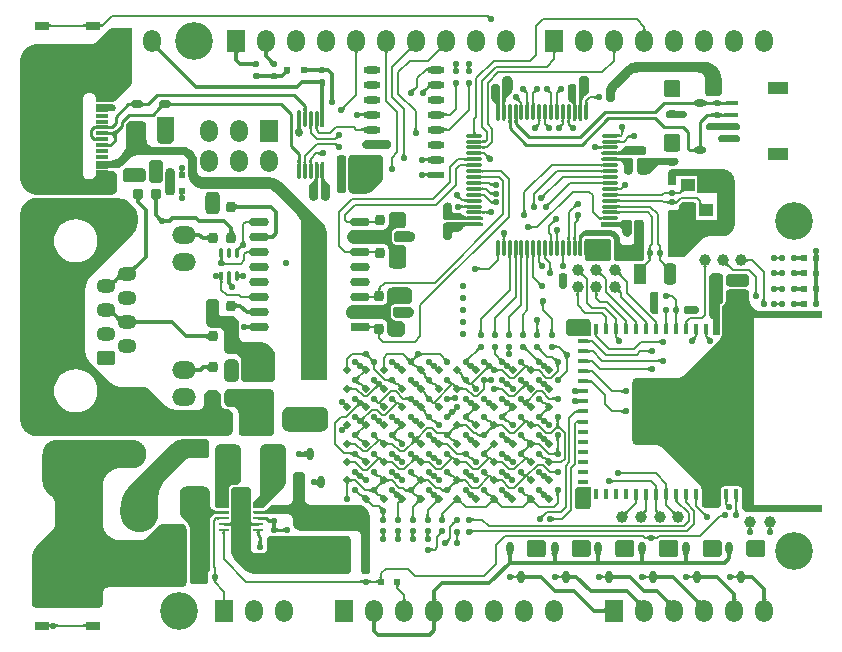
<source format=gtl>
G04*
G04 #@! TF.GenerationSoftware,Altium Limited,Altium Designer,23.3.1 (30)*
G04*
G04 Layer_Physical_Order=1*
G04 Layer_Color=6711008*
%FSLAX25Y25*%
%MOIN*%
G70*
G04*
G04 #@! TF.SameCoordinates,4397C4A1-B4A0-4737-946D-6E65BF44214A*
G04*
G04*
G04 #@! TF.FilePolarity,Positive*
G04*
G01*
G75*
%ADD10C,0.00984*%
%ADD13C,0.00787*%
%ADD14C,0.01000*%
%ADD23C,0.03937*%
G04:AMPARAMS|DCode=24|XSize=47.24mil|YSize=25.59mil|CornerRadius=1.28mil|HoleSize=0mil|Usage=FLASHONLY|Rotation=180.000|XOffset=0mil|YOffset=0mil|HoleType=Round|Shape=RoundedRectangle|*
%AMROUNDEDRECTD24*
21,1,0.04724,0.02303,0,0,180.0*
21,1,0.04469,0.02559,0,0,180.0*
1,1,0.00256,-0.02234,0.01152*
1,1,0.00256,0.02234,0.01152*
1,1,0.00256,0.02234,-0.01152*
1,1,0.00256,-0.02234,-0.01152*
%
%ADD24ROUNDEDRECTD24*%
G04:AMPARAMS|DCode=25|XSize=15.75mil|YSize=33.47mil|CornerRadius=3.15mil|HoleSize=0mil|Usage=FLASHONLY|Rotation=0.000|XOffset=0mil|YOffset=0mil|HoleType=Round|Shape=RoundedRectangle|*
%AMROUNDEDRECTD25*
21,1,0.01575,0.02717,0,0,0.0*
21,1,0.00945,0.03347,0,0,0.0*
1,1,0.00630,0.00472,-0.01358*
1,1,0.00630,-0.00472,-0.01358*
1,1,0.00630,-0.00472,0.01358*
1,1,0.00630,0.00472,0.01358*
%
%ADD25ROUNDEDRECTD25*%
G04:AMPARAMS|DCode=26|XSize=19.68mil|YSize=19.68mil|CornerRadius=4.92mil|HoleSize=0mil|Usage=FLASHONLY|Rotation=0.000|XOffset=0mil|YOffset=0mil|HoleType=Round|Shape=RoundedRectangle|*
%AMROUNDEDRECTD26*
21,1,0.01968,0.00984,0,0,0.0*
21,1,0.00984,0.01968,0,0,0.0*
1,1,0.00984,0.00492,-0.00492*
1,1,0.00984,-0.00492,-0.00492*
1,1,0.00984,-0.00492,0.00492*
1,1,0.00984,0.00492,0.00492*
%
%ADD26ROUNDEDRECTD26*%
%ADD27O,0.05709X0.02362*%
G04:AMPARAMS|DCode=28|XSize=31.5mil|YSize=35.43mil|CornerRadius=7.87mil|HoleSize=0mil|Usage=FLASHONLY|Rotation=90.000|XOffset=0mil|YOffset=0mil|HoleType=Round|Shape=RoundedRectangle|*
%AMROUNDEDRECTD28*
21,1,0.03150,0.01968,0,0,90.0*
21,1,0.01575,0.03543,0,0,90.0*
1,1,0.01575,0.00984,0.00787*
1,1,0.01575,0.00984,-0.00787*
1,1,0.01575,-0.00984,-0.00787*
1,1,0.01575,-0.00984,0.00787*
%
%ADD28ROUNDEDRECTD28*%
G04:AMPARAMS|DCode=29|XSize=31.5mil|YSize=35.43mil|CornerRadius=7.87mil|HoleSize=0mil|Usage=FLASHONLY|Rotation=0.000|XOffset=0mil|YOffset=0mil|HoleType=Round|Shape=RoundedRectangle|*
%AMROUNDEDRECTD29*
21,1,0.03150,0.01968,0,0,0.0*
21,1,0.01575,0.03543,0,0,0.0*
1,1,0.01575,0.00787,-0.00984*
1,1,0.01575,-0.00787,-0.00984*
1,1,0.01575,-0.00787,0.00984*
1,1,0.01575,0.00787,0.00984*
%
%ADD29ROUNDEDRECTD29*%
G04:AMPARAMS|DCode=30|XSize=23.62mil|YSize=42.52mil|CornerRadius=2.36mil|HoleSize=0mil|Usage=FLASHONLY|Rotation=270.000|XOffset=0mil|YOffset=0mil|HoleType=Round|Shape=RoundedRectangle|*
%AMROUNDEDRECTD30*
21,1,0.02362,0.03780,0,0,270.0*
21,1,0.01890,0.04252,0,0,270.0*
1,1,0.00472,-0.01890,-0.00945*
1,1,0.00472,-0.01890,0.00945*
1,1,0.00472,0.01890,0.00945*
1,1,0.00472,0.01890,-0.00945*
%
%ADD30ROUNDEDRECTD30*%
G04:AMPARAMS|DCode=31|XSize=11.81mil|YSize=42.52mil|CornerRadius=1.18mil|HoleSize=0mil|Usage=FLASHONLY|Rotation=90.000|XOffset=0mil|YOffset=0mil|HoleType=Round|Shape=RoundedRectangle|*
%AMROUNDEDRECTD31*
21,1,0.01181,0.04016,0,0,90.0*
21,1,0.00945,0.04252,0,0,90.0*
1,1,0.00236,0.02008,0.00472*
1,1,0.00236,0.02008,-0.00472*
1,1,0.00236,-0.02008,-0.00472*
1,1,0.00236,-0.02008,0.00472*
%
%ADD31ROUNDEDRECTD31*%
G04:AMPARAMS|DCode=32|XSize=19.68mil|YSize=19.68mil|CornerRadius=4.92mil|HoleSize=0mil|Usage=FLASHONLY|Rotation=90.000|XOffset=0mil|YOffset=0mil|HoleType=Round|Shape=RoundedRectangle|*
%AMROUNDEDRECTD32*
21,1,0.01968,0.00984,0,0,90.0*
21,1,0.00984,0.01968,0,0,90.0*
1,1,0.00984,0.00492,0.00492*
1,1,0.00984,0.00492,-0.00492*
1,1,0.00984,-0.00492,-0.00492*
1,1,0.00984,-0.00492,0.00492*
%
%ADD32ROUNDEDRECTD32*%
G04:AMPARAMS|DCode=33|XSize=55.12mil|YSize=70.87mil|CornerRadius=13.78mil|HoleSize=0mil|Usage=FLASHONLY|Rotation=90.000|XOffset=0mil|YOffset=0mil|HoleType=Round|Shape=RoundedRectangle|*
%AMROUNDEDRECTD33*
21,1,0.05512,0.04331,0,0,90.0*
21,1,0.02756,0.07087,0,0,90.0*
1,1,0.02756,0.02165,0.01378*
1,1,0.02756,0.02165,-0.01378*
1,1,0.02756,-0.02165,-0.01378*
1,1,0.02756,-0.02165,0.01378*
%
%ADD33ROUNDEDRECTD33*%
G04:AMPARAMS|DCode=34|XSize=19.68mil|YSize=19.68mil|CornerRadius=4.92mil|HoleSize=0mil|Usage=FLASHONLY|Rotation=45.000|XOffset=0mil|YOffset=0mil|HoleType=Round|Shape=RoundedRectangle|*
%AMROUNDEDRECTD34*
21,1,0.01968,0.00984,0,0,45.0*
21,1,0.00984,0.01968,0,0,45.0*
1,1,0.00984,0.00696,0.00000*
1,1,0.00984,0.00000,-0.00696*
1,1,0.00984,-0.00696,0.00000*
1,1,0.00984,0.00000,0.00696*
%
%ADD34ROUNDEDRECTD34*%
%ADD35P,0.02784X4X90.0*%
%ADD36O,0.02362X0.04331*%
%ADD37R,0.02362X0.04331*%
%ADD38R,0.01181X0.05709*%
%ADD39O,0.01181X0.05709*%
G04:AMPARAMS|DCode=40|XSize=55.12mil|YSize=70.87mil|CornerRadius=13.78mil|HoleSize=0mil|Usage=FLASHONLY|Rotation=180.000|XOffset=0mil|YOffset=0mil|HoleType=Round|Shape=RoundedRectangle|*
%AMROUNDEDRECTD40*
21,1,0.05512,0.04331,0,0,180.0*
21,1,0.02756,0.07087,0,0,180.0*
1,1,0.02756,-0.01378,0.02165*
1,1,0.02756,0.01378,0.02165*
1,1,0.02756,0.01378,-0.02165*
1,1,0.02756,-0.01378,-0.02165*
%
%ADD40ROUNDEDRECTD40*%
%ADD41R,0.01968X0.02362*%
%ADD42R,0.01968X0.01968*%
%ADD43R,0.06929X0.05118*%
%ADD44O,0.06496X0.02992*%
%ADD45R,0.06496X0.02992*%
%ADD46O,0.01575X0.03150*%
%ADD47R,0.01575X0.03150*%
%ADD48R,0.05709X0.02362*%
G04:AMPARAMS|DCode=49|XSize=35.43mil|YSize=31.5mil|CornerRadius=7.87mil|HoleSize=0mil|Usage=FLASHONLY|Rotation=90.000|XOffset=0mil|YOffset=0mil|HoleType=Round|Shape=RoundedRectangle|*
%AMROUNDEDRECTD49*
21,1,0.03543,0.01575,0,0,90.0*
21,1,0.01968,0.03150,0,0,90.0*
1,1,0.01575,0.00787,0.00984*
1,1,0.01575,0.00787,-0.00984*
1,1,0.01575,-0.00787,-0.00984*
1,1,0.01575,-0.00787,0.00984*
%
%ADD49ROUNDEDRECTD49*%
G04:AMPARAMS|DCode=50|XSize=51.18mil|YSize=51.18mil|CornerRadius=5.12mil|HoleSize=0mil|Usage=FLASHONLY|Rotation=180.000|XOffset=0mil|YOffset=0mil|HoleType=Round|Shape=RoundedRectangle|*
%AMROUNDEDRECTD50*
21,1,0.05118,0.04095,0,0,180.0*
21,1,0.04095,0.05118,0,0,180.0*
1,1,0.01024,-0.02047,0.02047*
1,1,0.01024,0.02047,0.02047*
1,1,0.01024,0.02047,-0.02047*
1,1,0.01024,-0.02047,-0.02047*
%
%ADD50ROUNDEDRECTD50*%
%ADD51R,0.01575X0.03347*%
%ADD52R,0.03347X0.03347*%
G04:AMPARAMS|DCode=53|XSize=15.75mil|YSize=33.47mil|CornerRadius=3.15mil|HoleSize=0mil|Usage=FLASHONLY|Rotation=90.000|XOffset=0mil|YOffset=0mil|HoleType=Round|Shape=RoundedRectangle|*
%AMROUNDEDRECTD53*
21,1,0.01575,0.02717,0,0,90.0*
21,1,0.00945,0.03347,0,0,90.0*
1,1,0.00630,0.01358,0.00472*
1,1,0.00630,0.01358,-0.00472*
1,1,0.00630,-0.01358,-0.00472*
1,1,0.00630,-0.01358,0.00472*
%
%ADD53ROUNDEDRECTD53*%
G04:AMPARAMS|DCode=54|XSize=47.24mil|YSize=55.12mil|CornerRadius=11.81mil|HoleSize=0mil|Usage=FLASHONLY|Rotation=0.000|XOffset=0mil|YOffset=0mil|HoleType=Round|Shape=RoundedRectangle|*
%AMROUNDEDRECTD54*
21,1,0.04724,0.03150,0,0,0.0*
21,1,0.02362,0.05512,0,0,0.0*
1,1,0.02362,0.01181,-0.01575*
1,1,0.02362,-0.01181,-0.01575*
1,1,0.02362,-0.01181,0.01575*
1,1,0.02362,0.01181,0.01575*
%
%ADD54ROUNDEDRECTD54*%
%ADD55O,0.04331X0.02362*%
%ADD56R,0.04331X0.02362*%
%ADD57R,0.03937X0.04134*%
G04:AMPARAMS|DCode=58|XSize=25.59mil|YSize=39.37mil|CornerRadius=6.4mil|HoleSize=0mil|Usage=FLASHONLY|Rotation=270.000|XOffset=0mil|YOffset=0mil|HoleType=Round|Shape=RoundedRectangle|*
%AMROUNDEDRECTD58*
21,1,0.02559,0.02657,0,0,270.0*
21,1,0.01280,0.03937,0,0,270.0*
1,1,0.01280,-0.01329,-0.00640*
1,1,0.01280,-0.01329,0.00640*
1,1,0.01280,0.01329,0.00640*
1,1,0.01280,0.01329,-0.00640*
%
%ADD58ROUNDEDRECTD58*%
%ADD59O,0.05709X0.01181*%
%ADD60R,0.05709X0.01181*%
%ADD61R,0.04724X0.04331*%
G04:AMPARAMS|DCode=62|XSize=39.37mil|YSize=70.87mil|CornerRadius=9.84mil|HoleSize=0mil|Usage=FLASHONLY|Rotation=0.000|XOffset=0mil|YOffset=0mil|HoleType=Round|Shape=RoundedRectangle|*
%AMROUNDEDRECTD62*
21,1,0.03937,0.05118,0,0,0.0*
21,1,0.01968,0.07087,0,0,0.0*
1,1,0.01968,0.00984,-0.02559*
1,1,0.01968,-0.00984,-0.02559*
1,1,0.01968,-0.00984,0.02559*
1,1,0.01968,0.00984,0.02559*
%
%ADD62ROUNDEDRECTD62*%
%ADD63R,0.03937X0.07087*%
G04:AMPARAMS|DCode=64|XSize=43.31mil|YSize=15.75mil|CornerRadius=5.51mil|HoleSize=0mil|Usage=FLASHONLY|Rotation=180.000|XOffset=0mil|YOffset=0mil|HoleType=Round|Shape=RoundedRectangle|*
%AMROUNDEDRECTD64*
21,1,0.04331,0.00472,0,0,180.0*
21,1,0.03228,0.01575,0,0,180.0*
1,1,0.01102,-0.01614,0.00236*
1,1,0.01102,0.01614,0.00236*
1,1,0.01102,0.01614,-0.00236*
1,1,0.01102,-0.01614,-0.00236*
%
%ADD64ROUNDEDRECTD64*%
G04:AMPARAMS|DCode=65|XSize=66.93mil|YSize=39.37mil|CornerRadius=2.95mil|HoleSize=0mil|Usage=FLASHONLY|Rotation=180.000|XOffset=0mil|YOffset=0mil|HoleType=Round|Shape=RoundedRectangle|*
%AMROUNDEDRECTD65*
21,1,0.06693,0.03347,0,0,180.0*
21,1,0.06102,0.03937,0,0,180.0*
1,1,0.00591,-0.03051,0.01673*
1,1,0.00591,0.03051,0.01673*
1,1,0.00591,0.03051,-0.01673*
1,1,0.00591,-0.03051,-0.01673*
%
%ADD65ROUNDEDRECTD65*%
%ADD66R,0.04331X0.01575*%
%ADD135R,0.07087X0.09055*%
%ADD136O,0.03347X0.00984*%
%ADD137R,0.03347X0.00984*%
%ADD138R,0.06693X0.08465*%
%ADD139R,0.00827X0.04134*%
%ADD140C,0.01181*%
%ADD141C,0.01575*%
%ADD142R,0.05906X0.07480*%
%ADD143O,0.05906X0.07480*%
%ADD144O,0.13780X0.07874*%
%ADD145O,0.07874X0.05906*%
%ADD146O,0.06299X0.04921*%
G04:AMPARAMS|DCode=147|XSize=49.21mil|YSize=62.99mil|CornerRadius=12.3mil|HoleSize=0mil|Usage=FLASHONLY|Rotation=90.000|XOffset=0mil|YOffset=0mil|HoleType=Round|Shape=RoundedRectangle|*
%AMROUNDEDRECTD147*
21,1,0.04921,0.03839,0,0,90.0*
21,1,0.02461,0.06299,0,0,90.0*
1,1,0.02461,0.01919,0.01230*
1,1,0.02461,0.01919,-0.01230*
1,1,0.02461,-0.01919,-0.01230*
1,1,0.02461,-0.01919,0.01230*
%
%ADD147ROUNDEDRECTD147*%
%ADD148O,0.07874X0.04331*%
%ADD149O,0.09055X0.04331*%
%ADD150O,0.07874X0.14173*%
%ADD151C,0.10630*%
%ADD152O,0.14173X0.07874*%
%ADD153C,0.12598*%
%ADD154C,0.02165*%
G36*
X355096Y405139D02*
X355258Y405002D01*
X355305Y404972D01*
X355347Y404949D01*
X355385Y404933D01*
X355419Y404925D01*
X355449Y404924D01*
X355475Y404931D01*
X354843Y404143D01*
X354843Y404168D01*
X354835Y404199D01*
X354819Y404235D01*
X354795Y404277D01*
X354762Y404324D01*
X354721Y404377D01*
X354615Y404499D01*
X354477Y404643D01*
X355034Y405200D01*
X355096Y405139D01*
D02*
G37*
G36*
X225387Y402583D02*
X225411Y402516D01*
X225451Y402457D01*
X225507Y402406D01*
X225579Y402362D01*
X225667Y402327D01*
X225771Y402299D01*
X225891Y402280D01*
X226027Y402268D01*
X226179Y402264D01*
Y401476D01*
X226027Y401472D01*
X225891Y401461D01*
X225771Y401441D01*
X225667Y401413D01*
X225579Y401378D01*
X225507Y401335D01*
X225451Y401284D01*
X225411Y401224D01*
X225387Y401158D01*
X225379Y401083D01*
Y402658D01*
X225387Y402583D01*
D02*
G37*
G36*
X220684Y401083D02*
X220676Y401158D01*
X220652Y401224D01*
X220612Y401284D01*
X220556Y401335D01*
X220484Y401378D01*
X220396Y401413D01*
X220292Y401441D01*
X220172Y401461D01*
X220036Y401472D01*
X219884Y401476D01*
Y402264D01*
X220036Y402268D01*
X220172Y402280D01*
X220292Y402299D01*
X220396Y402327D01*
X220484Y402362D01*
X220556Y402406D01*
X220612Y402457D01*
X220652Y402516D01*
X220676Y402583D01*
X220684Y402658D01*
Y401083D01*
D02*
G37*
G36*
X208458Y402583D02*
X208482Y402516D01*
X208522Y402457D01*
X208578Y402406D01*
X208650Y402362D01*
X208738Y402327D01*
X208842Y402299D01*
X208962Y402280D01*
X209098Y402268D01*
X209249Y402264D01*
Y401476D01*
X209098Y401472D01*
X208962Y401461D01*
X208842Y401441D01*
X208738Y401413D01*
X208650Y401378D01*
X208578Y401335D01*
X208522Y401284D01*
X208482Y401224D01*
X208458Y401158D01*
X208450Y401083D01*
Y402658D01*
X208458Y402583D01*
D02*
G37*
G36*
X236221Y383858D02*
X236220Y383858D01*
X236220Y383784D01*
X236215Y383634D01*
X236203Y383486D01*
X236185Y383337D01*
X236162Y383190D01*
X236133Y383043D01*
X236098Y382898D01*
X236057Y382754D01*
X236011Y382612D01*
X235960Y382472D01*
X235903Y382334D01*
X235840Y382199D01*
X235772Y382066D01*
X235699Y381935D01*
X235621Y381808D01*
X235538Y381684D01*
X235451Y381563D01*
X235358Y381446D01*
X235261Y381332D01*
X235160Y381223D01*
X231299Y377362D01*
X231299Y377362D01*
X231253Y377315D01*
X231156Y377226D01*
X231055Y377140D01*
X230952Y377059D01*
X230845Y376981D01*
X230735Y376908D01*
X230623Y376839D01*
X230507Y376774D01*
X230390Y376714D01*
X230270Y376659D01*
X230148Y376608D01*
X230024Y376563D01*
X229899Y376522D01*
X229772Y376486D01*
X229643Y376455D01*
X229514Y376430D01*
X229383Y376409D01*
X229253Y376394D01*
X229121Y376383D01*
X228989Y376378D01*
X228075D01*
X228071Y376378D01*
X224291D01*
X224016Y376765D01*
X224016Y377559D01*
X224016Y377559D01*
X224016Y377559D01*
X224016Y377562D01*
X224015Y377617D01*
X224007Y377732D01*
X224007Y377733D01*
X223992Y377847D01*
X223992Y377848D01*
X223969Y377961D01*
X223969Y377961D01*
X223939Y378073D01*
X223902Y378183D01*
X223858Y378290D01*
X223807Y378394D01*
X223749Y378495D01*
X223684Y378591D01*
X223614Y378683D01*
X223537Y378770D01*
X223455Y378852D01*
X223368Y378929D01*
X223276Y378999D01*
X223180Y379064D01*
X223079Y379121D01*
X222975Y379173D01*
X222868Y379217D01*
X222758Y379254D01*
X222646Y379284D01*
X222533Y379307D01*
X222418Y379322D01*
X222302Y379330D01*
X222244Y379331D01*
X221654Y379331D01*
X221654Y379331D01*
X221596Y379330D01*
X221480Y379322D01*
X221365Y379307D01*
X221251Y379284D01*
X221139Y379254D01*
X221029Y379217D01*
X220922Y379173D01*
X220818Y379121D01*
X220718Y379064D01*
X220621Y378999D01*
X220530Y378928D01*
X220442Y378852D01*
X220360Y378770D01*
X220284Y378683D01*
X220213Y378591D01*
X220149Y378495D01*
X220091Y378394D01*
X220040Y378290D01*
X219995Y378183D01*
X219958Y378073D01*
X219928Y377961D01*
X219905Y377848D01*
X219890Y377733D01*
X219883Y377617D01*
X219882Y377559D01*
Y352362D01*
X219883Y352304D01*
X219890Y352188D01*
X219905Y352074D01*
X219928Y351960D01*
X219958Y351848D01*
X219995Y351738D01*
X220040Y351631D01*
X220091Y351527D01*
X220149Y351427D01*
X220213Y351330D01*
X220284Y351238D01*
X220360Y351151D01*
X220442Y351069D01*
X220530Y350993D01*
X220622Y350922D01*
X220718Y350858D01*
X220818Y350800D01*
X220922Y350748D01*
X221029Y350704D01*
X221139Y350667D01*
X221251Y350637D01*
X221365Y350614D01*
X221480Y350599D01*
X221596Y350591D01*
X221654Y350590D01*
X222244D01*
X222302Y350591D01*
X222418Y350599D01*
X222533Y350614D01*
X222646Y350637D01*
X222758Y350667D01*
X222868Y350704D01*
X222975Y350748D01*
X223079Y350800D01*
X223180Y350858D01*
X223276Y350922D01*
X223368Y350993D01*
X223455Y351069D01*
X223537Y351151D01*
X223614Y351238D01*
X223684Y351330D01*
X223749Y351427D01*
X223807Y351527D01*
X223858Y351631D01*
X223902Y351738D01*
X223939Y351848D01*
X223970Y351960D01*
X223992Y352074D01*
X224007Y352188D01*
X224015Y352304D01*
X224016Y352362D01*
X224016Y353157D01*
X224291Y353543D01*
X228071D01*
X228075Y353543D01*
X228166D01*
X228172Y353543D01*
X229134D01*
X229134Y353543D01*
X229134Y353543D01*
X229136Y353543D01*
X229593Y353494D01*
X229675Y353475D01*
X229792Y353442D01*
X229906Y353402D01*
X230019Y353355D01*
X230128Y353303D01*
X230234Y353244D01*
X230337Y353179D01*
X230436Y353109D01*
X230531Y353033D01*
X230622Y352952D01*
X230708Y352866D01*
X230789Y352776D01*
X230865Y352680D01*
X230935Y352581D01*
X231000Y352479D01*
X231058Y352372D01*
X231111Y352263D01*
X231158Y352151D01*
X231198Y352036D01*
X231231Y351919D01*
X231258Y351801D01*
X231279Y351681D01*
X231292Y351560D01*
X231299Y351439D01*
X231299Y351378D01*
X231299Y347577D01*
X231292Y347456D01*
X231279Y347335D01*
X231258Y347215D01*
X231231Y347097D01*
X231198Y346980D01*
X231158Y346865D01*
X231111Y346753D01*
X231058Y346643D01*
X231000Y346537D01*
X230935Y346434D01*
X230865Y346335D01*
X230789Y346240D01*
X230708Y346150D01*
X230622Y346064D01*
X230531Y345983D01*
X230436Y345907D01*
X230337Y345837D01*
X230234Y345772D01*
X230128Y345713D01*
X230019Y345660D01*
X229906Y345614D01*
X229792Y345574D01*
X229675Y345540D01*
X229556Y345513D01*
X229437Y345493D01*
X229316Y345479D01*
X229195Y345472D01*
X204724D01*
X204619Y345472D01*
X204408Y345480D01*
X204198Y345495D01*
X203988Y345517D01*
X203780Y345548D01*
X203572Y345585D01*
X203366Y345630D01*
X203162Y345682D01*
X202959Y345741D01*
X202759Y345808D01*
X202562Y345882D01*
X202367Y345962D01*
X202175Y346050D01*
X201987Y346144D01*
X201802Y346245D01*
X201620Y346353D01*
X201443Y346467D01*
X201270Y346587D01*
X201101Y346713D01*
X200937Y346846D01*
X200777Y346984D01*
X200623Y347128D01*
X200474Y347277D01*
X200330Y347431D01*
X200192Y347590D01*
X200060Y347755D01*
X199934Y347923D01*
X199813Y348096D01*
X199699Y348274D01*
X199592Y348455D01*
X199491Y348640D01*
X199396Y348829D01*
X199309Y349021D01*
X199228Y349215D01*
X199154Y349413D01*
X199088Y349613D01*
X199028Y349815D01*
X198976Y350020D01*
X198931Y350226D01*
X198894Y350433D01*
X198864Y350642D01*
X198841Y350851D01*
X198826Y351062D01*
X198819Y351273D01*
X198819Y351378D01*
Y389764D01*
X198819Y389869D01*
X198826Y390080D01*
X198841Y390290D01*
X198864Y390500D01*
X198894Y390708D01*
X198931Y390916D01*
X198976Y391122D01*
X199028Y391326D01*
X199088Y391529D01*
X199154Y391729D01*
X199228Y391926D01*
X199309Y392121D01*
X199396Y392313D01*
X199491Y392501D01*
X199592Y392687D01*
X199699Y392868D01*
X199813Y393045D01*
X199933Y393218D01*
X200060Y393387D01*
X200192Y393551D01*
X200330Y393711D01*
X200474Y393865D01*
X200623Y394014D01*
X200777Y394158D01*
X200937Y394296D01*
X201101Y394428D01*
X201270Y394555D01*
X201443Y394675D01*
X201620Y394789D01*
X201801Y394897D01*
X201987Y394998D01*
X202175Y395092D01*
X202367Y395180D01*
X202562Y395260D01*
X202759Y395334D01*
X202959Y395401D01*
X203162Y395460D01*
X203366Y395512D01*
X203572Y395557D01*
X203780Y395594D01*
X203988Y395624D01*
X204198Y395647D01*
X204408Y395662D01*
X204619Y395669D01*
X204724Y395669D01*
X221969Y395669D01*
X222441Y395669D01*
X222442Y395669D01*
X222499Y395670D01*
X222614Y395676D01*
X222616Y395676D01*
X222731Y395687D01*
X222732Y395687D01*
X222847Y395704D01*
X222847Y395704D01*
X222961Y395727D01*
X223075Y395755D01*
X223186Y395789D01*
X223296Y395828D01*
X223404Y395873D01*
X223509Y395923D01*
X223612Y395978D01*
X223712Y396038D01*
X223809Y396103D01*
X223903Y396172D01*
X223993Y396246D01*
X224079Y396324D01*
X224121Y396365D01*
X227905Y400149D01*
X227905Y400149D01*
X227905Y400149D01*
X227906Y400150D01*
X228257Y400449D01*
X228279Y400465D01*
X228395Y400543D01*
X228515Y400615D01*
X228639Y400681D01*
X228765Y400740D01*
X228895Y400794D01*
X229027Y400841D01*
X229160Y400882D01*
X229296Y400916D01*
X229434Y400943D01*
X229572Y400964D01*
X229711Y400977D01*
X229851Y400984D01*
X229921Y400984D01*
X236221Y400984D01*
Y383858D01*
D02*
G37*
G36*
X407248Y401174D02*
X407260Y401024D01*
X407279Y400892D01*
X407306Y400778D01*
X407342Y400681D01*
X407385Y400601D01*
X407435Y400540D01*
X407494Y400496D01*
X407560Y400469D01*
X407634Y400460D01*
X406067D01*
X406141Y400469D01*
X406207Y400496D01*
X406265Y400540D01*
X406316Y400601D01*
X406359Y400681D01*
X406394Y400778D01*
X406422Y400892D01*
X406441Y401024D01*
X406453Y401174D01*
X406457Y401341D01*
X407244D01*
X407248Y401174D01*
D02*
G37*
G36*
X329409Y393513D02*
X329350Y393559D01*
X329285Y393587D01*
X329212Y393597D01*
X329133Y393590D01*
X329046Y393564D01*
X328953Y393520D01*
X328852Y393459D01*
X328745Y393379D01*
X328631Y393281D01*
X328510Y393166D01*
X327953Y393723D01*
X328069Y393844D01*
X328166Y393958D01*
X328246Y394065D01*
X328308Y394165D01*
X328351Y394259D01*
X328377Y394345D01*
X328385Y394425D01*
X328375Y394497D01*
X328346Y394563D01*
X328300Y394621D01*
X329409Y393513D01*
D02*
G37*
G36*
X339409Y393513D02*
X339350Y393559D01*
X339284Y393587D01*
X339212Y393597D01*
X339132Y393590D01*
X339046Y393564D01*
X338953Y393520D01*
X338852Y393459D01*
X338745Y393379D01*
X338631Y393281D01*
X338510Y393166D01*
X337953Y393723D01*
X338069Y393844D01*
X338166Y393958D01*
X338246Y394065D01*
X338308Y394165D01*
X338351Y394259D01*
X338377Y394345D01*
X338385Y394425D01*
X338374Y394497D01*
X338346Y394563D01*
X338300Y394621D01*
X339409Y393513D01*
D02*
G37*
G36*
X245517Y394902D02*
X245476Y394802D01*
X245463Y394691D01*
X245477Y394569D01*
X245520Y394436D01*
X245590Y394291D01*
X245688Y394135D01*
X245814Y393968D01*
X245968Y393789D01*
X246149Y393599D01*
X245314Y392764D01*
X245124Y392946D01*
X244778Y393225D01*
X244622Y393323D01*
X244478Y393394D01*
X244344Y393436D01*
X244222Y393451D01*
X244111Y393438D01*
X244011Y393397D01*
X243923Y393328D01*
X245585Y394990D01*
X245517Y394902D01*
D02*
G37*
G36*
X397560Y393231D02*
X397494Y393205D01*
X397435Y393161D01*
X397385Y393099D01*
X397342Y393020D01*
X397306Y392923D01*
X397279Y392809D01*
X397260Y392676D01*
X397248Y392527D01*
X397244Y392359D01*
X396457D01*
X396453Y392527D01*
X396441Y392676D01*
X396422Y392809D01*
X396394Y392923D01*
X396359Y393020D01*
X396316Y393099D01*
X396266Y393161D01*
X396207Y393205D01*
X396141Y393231D01*
X396066Y393240D01*
X397634D01*
X397560Y393231D01*
D02*
G37*
G36*
X321560Y393231D02*
X321494Y393205D01*
X321435Y393161D01*
X321385Y393099D01*
X321342Y393020D01*
X321306Y392923D01*
X321279Y392809D01*
X321260Y392676D01*
X321248Y392527D01*
X321244Y392359D01*
X320457D01*
X320453Y392527D01*
X320441Y392676D01*
X320422Y392809D01*
X320394Y392923D01*
X320359Y393020D01*
X320316Y393099D01*
X320266Y393161D01*
X320207Y393205D01*
X320141Y393231D01*
X320066Y393240D01*
X321634D01*
X321560Y393231D01*
D02*
G37*
G36*
X311560D02*
X311494Y393205D01*
X311435Y393161D01*
X311385Y393099D01*
X311342Y393020D01*
X311307Y392923D01*
X311279Y392809D01*
X311260Y392676D01*
X311248Y392527D01*
X311244Y392359D01*
X310457D01*
X310453Y392527D01*
X310441Y392676D01*
X310422Y392809D01*
X310394Y392923D01*
X310359Y393020D01*
X310316Y393099D01*
X310265Y393161D01*
X310207Y393205D01*
X310141Y393231D01*
X310067Y393240D01*
X311634D01*
X311560Y393231D01*
D02*
G37*
G36*
X377563Y393114D02*
X377496Y393091D01*
X377437Y393051D01*
X377386Y392996D01*
X377343Y392925D01*
X377307Y392839D01*
X377279Y392736D01*
X377260Y392618D01*
X377248Y392484D01*
X377244Y392335D01*
X376457D01*
X376453Y392484D01*
X376441Y392618D01*
X376421Y392736D01*
X376394Y392839D01*
X376358Y392925D01*
X376315Y392996D01*
X376264Y393051D01*
X376205Y393091D01*
X376138Y393114D01*
X376063Y393122D01*
X377638D01*
X377563Y393114D01*
D02*
G37*
G36*
X281915Y393357D02*
X281815Y393315D01*
X281728Y393246D01*
X281651Y393149D01*
X281587Y393025D01*
X281535Y392873D01*
X281494Y392693D01*
X281464Y392486D01*
X281447Y392251D01*
X281441Y391988D01*
X280260D01*
X280254Y392251D01*
X280207Y392693D01*
X280166Y392873D01*
X280114Y393025D01*
X280049Y393149D01*
X279973Y393246D01*
X279886Y393315D01*
X279786Y393357D01*
X279675Y393370D01*
X282026D01*
X281915Y393357D01*
D02*
G37*
G36*
X271919Y393110D02*
X271819Y393075D01*
X271730Y393016D01*
X271654Y392933D01*
X271589Y392827D01*
X271535Y392697D01*
X271494Y392544D01*
X271464Y392366D01*
X271447Y392165D01*
X271441Y391941D01*
X270260D01*
X270254Y392165D01*
X270236Y392366D01*
X270207Y392544D01*
X270165Y392697D01*
X270112Y392827D01*
X270047Y392933D01*
X269970Y393016D01*
X269882Y393075D01*
X269781Y393110D01*
X269669Y393122D01*
X272031D01*
X271919Y393110D01*
D02*
G37*
G36*
X426772Y389764D02*
X426877Y389764D01*
X427088Y389756D01*
X427298Y389741D01*
X427508Y389719D01*
X427716Y389689D01*
X427924Y389651D01*
X428130Y389606D01*
X428334Y389554D01*
X428537Y389495D01*
X428737Y389428D01*
X428934Y389355D01*
X429129Y389274D01*
X429321Y389186D01*
X429509Y389092D01*
X429694Y388991D01*
X429876Y388883D01*
X430053Y388769D01*
X430226Y388649D01*
X430395Y388523D01*
X430559Y388390D01*
X430719Y388252D01*
X430873Y388109D01*
X431022Y387960D01*
X431166Y387805D01*
X431304Y387646D01*
X431436Y387482D01*
X431563Y387313D01*
X431683Y387140D01*
X431797Y386962D01*
X431904Y386781D01*
X432005Y386596D01*
X432100Y386407D01*
X432187Y386216D01*
X432268Y386021D01*
X432342Y385823D01*
X432408Y385623D01*
X432468Y385421D01*
X432520Y385217D01*
X432565Y385011D01*
X432602Y384803D01*
X432632Y384594D01*
X432655Y384385D01*
X432659Y384320D01*
X432677Y383860D01*
X432677Y383858D01*
X432677Y383858D01*
X432677Y383858D01*
X432677Y379527D01*
X432677Y379481D01*
X432670Y379389D01*
X432655Y379297D01*
X432634Y379207D01*
X432605Y379118D01*
X432570Y379033D01*
X432527Y378950D01*
X432479Y378871D01*
X432424Y378796D01*
X432364Y378725D01*
X432299Y378660D01*
X432228Y378599D01*
X432153Y378545D01*
X432074Y378496D01*
X431991Y378454D01*
X431957Y378440D01*
X431496Y378346D01*
Y378346D01*
X428346Y378346D01*
X428300Y378346D01*
X428207Y378354D01*
X428116Y378368D01*
X428026Y378390D01*
X427937Y378419D01*
X427852Y378454D01*
X427769Y378496D01*
X427690Y378545D01*
X427615Y378599D01*
X427544Y378660D01*
X427478Y378725D01*
X427418Y378796D01*
X427364Y378871D01*
X427315Y378950D01*
X427273Y379033D01*
X427238Y379118D01*
X427209Y379207D01*
X427187Y379297D01*
X427173Y379389D01*
X427165Y379481D01*
X427165Y379527D01*
X427165Y383858D01*
X427164Y383925D01*
X427157Y384057D01*
X427142Y384189D01*
X427120Y384319D01*
X427091Y384448D01*
X427054Y384576D01*
X427010Y384701D01*
X426959Y384823D01*
X426902Y384943D01*
X426838Y385058D01*
X426767Y385171D01*
X426691Y385279D01*
X426608Y385382D01*
X426520Y385481D01*
X426426Y385575D01*
X426327Y385663D01*
X426224Y385746D01*
X426116Y385822D01*
X426003Y385893D01*
X425887Y385957D01*
X425768Y386015D01*
X425646Y386065D01*
X425521Y386109D01*
X425393Y386146D01*
X425264Y386175D01*
X425133Y386197D01*
X425133Y386197D01*
X425002Y386212D01*
X425001Y386212D01*
X424869Y386220D01*
X424804Y386220D01*
X424803Y386221D01*
X424803Y386221D01*
X424803Y386221D01*
X404724Y386220D01*
X404650Y386220D01*
X404501Y386214D01*
X404352Y386202D01*
X404204Y386185D01*
X404056Y386161D01*
X403910Y386132D01*
X403764Y386097D01*
X403621Y386057D01*
X403479Y386011D01*
X403339Y385959D01*
X403201Y385902D01*
X403065Y385839D01*
X402932Y385772D01*
X402802Y385699D01*
X402675Y385621D01*
X402551Y385538D01*
X402430Y385450D01*
X402312Y385357D01*
X402312Y385357D01*
X402199Y385261D01*
X402198Y385260D01*
X402089Y385159D01*
X402036Y385107D01*
X402036Y385107D01*
X402036Y385107D01*
X398079Y381150D01*
X398030Y381100D01*
X397936Y380996D01*
X397848Y380888D01*
X397764Y380776D01*
X397687Y380659D01*
X397615Y380539D01*
X397549Y380416D01*
X397489Y380289D01*
X397435Y380160D01*
X397388Y380028D01*
X397347Y379894D01*
X397313Y379759D01*
X397286Y379621D01*
X397266Y379483D01*
X397266Y379483D01*
X397252Y379344D01*
X397252Y379343D01*
X397245Y379204D01*
X397244Y379134D01*
X397244Y379134D01*
X397244Y379134D01*
X397244Y377953D01*
X397244Y377901D01*
X397237Y377798D01*
X397224Y377696D01*
X397204Y377595D01*
X397177Y377495D01*
X397144Y377398D01*
X397105Y377302D01*
X397059Y377210D01*
X397007Y377121D01*
X396950Y377035D01*
X396887Y376953D01*
X396819Y376876D01*
X396746Y376803D01*
X396669Y376735D01*
X396587Y376672D01*
X396501Y376615D01*
X396412Y376563D01*
X396320Y376518D01*
X396224Y376478D01*
X396127Y376445D01*
X396027Y376418D01*
X395926Y376398D01*
X395824Y376385D01*
X395721Y376378D01*
X395669Y376378D01*
X395618Y376378D01*
X395515Y376385D01*
X395413Y376398D01*
X395311Y376418D01*
X395212Y376445D01*
X395114Y376478D01*
X395019Y376518D01*
X394927Y376563D01*
X394837Y376615D01*
X394752Y376672D01*
X394670Y376735D01*
X394592Y376803D01*
X394519Y376876D01*
X394451Y376953D01*
X394389Y377035D01*
X394331Y377121D01*
X394280Y377210D01*
X394234Y377302D01*
X394195Y377398D01*
X394162Y377495D01*
X394135Y377595D01*
X394115Y377696D01*
X394101Y377798D01*
X394094Y377901D01*
Y379996D01*
X394100Y380145D01*
X394112Y380294D01*
X394130Y380442D01*
X394153Y380590D01*
X394182Y380736D01*
X394217Y380881D01*
X394257Y381025D01*
X394304Y381167D01*
X394355Y381307D01*
X394412Y381445D01*
X394475Y381581D01*
X394543Y381714D01*
X394616Y381844D01*
X394694Y381971D01*
X394777Y382096D01*
X394865Y382216D01*
X394957Y382334D01*
X395054Y382447D01*
X395155Y382557D01*
X395208Y382610D01*
X395208Y382610D01*
X400692Y388093D01*
X400758Y388159D01*
X400894Y388287D01*
X401034Y388410D01*
X401179Y388528D01*
X401327Y388642D01*
X401478Y388751D01*
X401634Y388855D01*
X401792Y388953D01*
X401954Y389046D01*
X402118Y389134D01*
X402286Y389217D01*
X402456Y389294D01*
X402628Y389365D01*
X402803Y389431D01*
X402980Y389491D01*
X403158Y389545D01*
X403338Y389594D01*
X403520Y389636D01*
X403703Y389672D01*
X403888Y389703D01*
X404073Y389727D01*
X404258Y389745D01*
X404445Y389758D01*
X404631Y389764D01*
X404724Y389764D01*
X404724Y389764D01*
X426772Y389764D01*
D02*
G37*
G36*
X282621Y390663D02*
X282766Y390542D01*
X282917Y390430D01*
X283073Y390329D01*
X283237Y390237D01*
X283406Y390154D01*
X283581Y390082D01*
X283763Y390018D01*
X283950Y389965D01*
X284144Y389921D01*
X282520Y388297D01*
X282476Y388491D01*
X282423Y388678D01*
X282359Y388860D01*
X282287Y389035D01*
X282204Y389204D01*
X282112Y389368D01*
X282010Y389524D01*
X281899Y389675D01*
X281778Y389820D01*
X281648Y389958D01*
X282483Y390793D01*
X282621Y390663D01*
D02*
G37*
G36*
X276880Y388032D02*
X276770Y388099D01*
X276652Y388159D01*
X276525Y388212D01*
X276391Y388258D01*
X276249Y388297D01*
X276098Y388329D01*
X275940Y388354D01*
X275599Y388382D01*
X275416Y388386D01*
Y389567D01*
X275599Y389570D01*
X275940Y389599D01*
X276098Y389623D01*
X276249Y389655D01*
X276391Y389694D01*
X276525Y389740D01*
X276652Y389793D01*
X276770Y389854D01*
X276880Y389921D01*
Y388032D01*
D02*
G37*
G36*
X348823Y388211D02*
X348823Y388203D01*
X349183D01*
X349114Y388130D01*
X349052Y388054D01*
X348997Y387974D01*
X348950Y387890D01*
X348910Y387804D01*
X348895Y387762D01*
X348916Y387703D01*
X348958Y387622D01*
X349009Y387558D01*
X349067Y387513D01*
X349132Y387486D01*
X349206Y387476D01*
X348829D01*
X348822Y387422D01*
X348819Y387318D01*
X348031D01*
X348028Y387422D01*
X348022Y387476D01*
X347644D01*
X347718Y387486D01*
X347784Y387513D01*
X347842Y387558D01*
X347892Y387622D01*
X347935Y387703D01*
X347955Y387762D01*
X347940Y387804D01*
X347900Y387890D01*
X347853Y387974D01*
X347798Y388054D01*
X347737Y388130D01*
X347667Y388203D01*
X348027D01*
X348028Y388211D01*
X348031Y388383D01*
X348819D01*
X348823Y388211D01*
D02*
G37*
G36*
X344492Y388211D02*
X344493Y388203D01*
X344852D01*
X344783Y388130D01*
X344721Y388054D01*
X344667Y387974D01*
X344619Y387890D01*
X344579Y387804D01*
X344564Y387762D01*
X344585Y387703D01*
X344627Y387621D01*
X344678Y387558D01*
X344736Y387513D01*
X344802Y387486D01*
X344875Y387476D01*
X344498D01*
X344492Y387422D01*
X344488Y387318D01*
X343701D01*
X343697Y387422D01*
X343691Y387476D01*
X343314D01*
X343387Y387486D01*
X343453Y387513D01*
X343511Y387558D01*
X343562Y387621D01*
X343604Y387703D01*
X343625Y387762D01*
X343610Y387804D01*
X343570Y387890D01*
X343522Y387974D01*
X343468Y388054D01*
X343406Y388130D01*
X343337Y388203D01*
X343696D01*
X343697Y388211D01*
X343701Y388383D01*
X344488D01*
X344492Y388211D01*
D02*
G37*
G36*
X334832Y386580D02*
X334824Y386620D01*
X334801Y386656D01*
X334761Y386688D01*
X334705Y386715D01*
X334633Y386738D01*
X334545Y386757D01*
X334442Y386772D01*
X334322Y386783D01*
X334035Y386791D01*
Y387579D01*
X334187Y387581D01*
X334545Y387613D01*
X334633Y387632D01*
X334705Y387655D01*
X334761Y387682D01*
X334801Y387714D01*
X334824Y387750D01*
X334832Y387790D01*
Y386580D01*
D02*
G37*
G36*
X300486Y387799D02*
X300543Y387757D01*
X300616Y387720D01*
X300705Y387688D01*
X300810Y387660D01*
X300931Y387638D01*
X301068Y387621D01*
X301390Y387601D01*
X301575Y387598D01*
Y386417D01*
X301390Y386415D01*
X300931Y386378D01*
X300810Y386355D01*
X300705Y386328D01*
X300616Y386296D01*
X300543Y386259D01*
X300486Y386217D01*
X300445Y386170D01*
Y387846D01*
X300486Y387799D01*
D02*
G37*
G36*
X298927Y386064D02*
X298817Y386131D01*
X298699Y386191D01*
X298573Y386244D01*
X298439Y386290D01*
X298296Y386329D01*
X298146Y386361D01*
X297987Y386385D01*
X297646Y386414D01*
X297463Y386417D01*
Y387598D01*
X297646Y387602D01*
X297987Y387630D01*
X298146Y387655D01*
X298296Y387687D01*
X298439Y387726D01*
X298573Y387772D01*
X298699Y387825D01*
X298817Y387885D01*
X298927Y387952D01*
Y386064D01*
D02*
G37*
G36*
X294291Y388067D02*
X294327Y387969D01*
X294386Y387882D01*
X294468Y387807D01*
X294575Y387743D01*
X294705Y387691D01*
X294858Y387650D01*
X295035Y387622D01*
X295236Y387604D01*
X295460Y387598D01*
Y386417D01*
X295236Y386411D01*
X295035Y386394D01*
X294858Y386365D01*
X294705Y386325D01*
X294575Y386273D01*
X294468Y386209D01*
X294386Y386134D01*
X294327Y386047D01*
X294291Y385949D01*
X294279Y385839D01*
Y388177D01*
X294291Y388067D01*
D02*
G37*
G36*
X288422Y385839D02*
X288337Y385899D01*
X288236Y385928D01*
X288118Y385924D01*
X287983Y385888D01*
X287831Y385821D01*
X287663Y385721D01*
X287478Y385590D01*
X287276Y385426D01*
X286823Y385004D01*
X285988Y385839D01*
X286215Y386074D01*
X286574Y386494D01*
X286706Y386679D01*
X286805Y386847D01*
X286873Y386999D01*
X286908Y387133D01*
X286912Y387251D01*
X286883Y387353D01*
X286823Y387438D01*
X288422Y385839D01*
D02*
G37*
G36*
X284254Y385916D02*
X284372Y385856D01*
X284498Y385803D01*
X284632Y385757D01*
X284775Y385718D01*
X284925Y385686D01*
X285084Y385662D01*
X285425Y385633D01*
X285608Y385630D01*
Y384449D01*
X285425Y384445D01*
X285084Y384417D01*
X284925Y384392D01*
X284775Y384360D01*
X284632Y384321D01*
X284498Y384275D01*
X284372Y384222D01*
X284254Y384162D01*
X284144Y384095D01*
Y385984D01*
X284254Y385916D01*
D02*
G37*
G36*
X282785Y384095D02*
X282675Y384162D01*
X282557Y384222D01*
X282431Y384275D01*
X282297Y384321D01*
X282154Y384360D01*
X282004Y384392D01*
X281845Y384417D01*
X281504Y384445D01*
X281321Y384449D01*
Y385630D01*
X281504Y385633D01*
X281845Y385662D01*
X282004Y385686D01*
X282154Y385718D01*
X282297Y385757D01*
X282431Y385803D01*
X282557Y385856D01*
X282675Y385916D01*
X282785Y385984D01*
Y384095D01*
D02*
G37*
G36*
X278348Y385916D02*
X278467Y385856D01*
X278593Y385803D01*
X278727Y385757D01*
X278869Y385718D01*
X279020Y385686D01*
X279178Y385662D01*
X279520Y385633D01*
X279702Y385630D01*
Y384449D01*
X279520Y384445D01*
X279178Y384417D01*
X279020Y384392D01*
X278869Y384360D01*
X278727Y384321D01*
X278593Y384275D01*
X278467Y384222D01*
X278348Y384162D01*
X278239Y384095D01*
Y385984D01*
X278348Y385916D01*
D02*
G37*
G36*
X418029Y383852D02*
X418106Y383840D01*
X418181Y383822D01*
X418254Y383798D01*
X418326Y383769D01*
X418395Y383733D01*
X418461Y383693D01*
X418523Y383648D01*
X418582Y383597D01*
X418637Y383543D01*
X418687Y383484D01*
X418732Y383421D01*
X418773Y383355D01*
X418808Y383286D01*
X418837Y383215D01*
X418861Y383141D01*
X418880Y383066D01*
X418892Y382990D01*
X418898Y382913D01*
Y382874D01*
X418898Y378937D01*
X418898Y378898D01*
X418892Y378821D01*
X418880Y378745D01*
X418861Y378670D01*
X418837Y378596D01*
X418808Y378525D01*
X418773Y378456D01*
X418732Y378390D01*
X418687Y378327D01*
X418637Y378268D01*
X418582Y378214D01*
X418523Y378164D01*
X418461Y378118D01*
X418395Y378078D01*
X418326Y378043D01*
X418254Y378013D01*
X418181Y377989D01*
X418106Y377971D01*
X418029Y377959D01*
X417952Y377953D01*
X417913Y377953D01*
Y377953D01*
X414370Y377953D01*
X414331Y377953D01*
X414254Y377959D01*
X414178Y377971D01*
X414103Y377989D01*
X414029Y378013D01*
X413958Y378043D01*
X413889Y378078D01*
X413823Y378118D01*
X413760Y378164D01*
X413701Y378214D01*
X413647Y378268D01*
X413596Y378327D01*
X413551Y378390D01*
X413511Y378456D01*
X413476Y378525D01*
X413446Y378596D01*
X413422Y378670D01*
X413404Y378745D01*
X413392Y378821D01*
X413386Y378898D01*
X413386Y378937D01*
X413386Y378937D01*
X413386Y382874D01*
X413386Y382913D01*
X413392Y382990D01*
X413404Y383066D01*
X413422Y383141D01*
X413446Y383215D01*
X413476Y383286D01*
X413511Y383355D01*
X413551Y383421D01*
X413596Y383484D01*
X413647Y383543D01*
X413701Y383597D01*
X413760Y383648D01*
X413823Y383693D01*
X413889Y383733D01*
X413958Y383769D01*
X414029Y383798D01*
X414103Y383822D01*
X414178Y383840D01*
X414254Y383852D01*
X414331Y383858D01*
X414370Y383858D01*
X414370Y383858D01*
X417952D01*
X418029Y383852D01*
D02*
G37*
G36*
X335727Y381031D02*
X335669Y381078D01*
X335603Y381104D01*
X335527Y381110D01*
X335441Y381095D01*
X335347Y381061D01*
X335243Y381006D01*
X335130Y380931D01*
X335007Y380836D01*
X334875Y380720D01*
X334734Y380585D01*
X334198Y381162D01*
X334333Y381303D01*
X334545Y381558D01*
X334621Y381673D01*
X334677Y381778D01*
X334714Y381875D01*
X334731Y381962D01*
X334727Y382041D01*
X334704Y382111D01*
X334661Y382172D01*
X335727Y381031D01*
D02*
G37*
G36*
X298927Y382391D02*
X300551D01*
X300483Y382281D01*
X300423Y382163D01*
X300370Y382037D01*
X300324Y381903D01*
X300285Y381761D01*
X300254Y381610D01*
X300229Y381452D01*
X300200Y381111D01*
X300197Y380928D01*
X299016Y380928D01*
X299012Y381111D01*
X298984Y381452D01*
X298959Y381610D01*
X298927Y381761D01*
X298888Y381903D01*
X298842Y382037D01*
X298789Y382163D01*
X298759Y382223D01*
X298699Y382254D01*
X298573Y382307D01*
X298439Y382353D01*
X298296Y382392D01*
X298146Y382424D01*
X297987Y382449D01*
X297646Y382477D01*
X297463Y382480D01*
Y383661D01*
X297646Y383665D01*
X297987Y383693D01*
X298146Y383718D01*
X298296Y383750D01*
X298439Y383789D01*
X298573Y383835D01*
X298699Y383888D01*
X298817Y383948D01*
X298927Y384015D01*
Y382391D01*
D02*
G37*
G36*
X349132Y381806D02*
X349067Y381779D01*
X349009Y381733D01*
X348958Y381670D01*
X348916Y381588D01*
X348881Y381488D01*
X348854Y381371D01*
X348834Y381235D01*
X348823Y381080D01*
X348819Y380908D01*
X348031D01*
X348028Y381080D01*
X348016Y381235D01*
X347997Y381371D01*
X347970Y381488D01*
X347935Y381588D01*
X347892Y381670D01*
X347842Y381733D01*
X347784Y381779D01*
X347718Y381806D01*
X347644Y381815D01*
X349206D01*
X349132Y381806D01*
D02*
G37*
G36*
X344802D02*
X344736Y381779D01*
X344678Y381733D01*
X344627Y381670D01*
X344585Y381588D01*
X344550Y381488D01*
X344523Y381371D01*
X344504Y381235D01*
X344492Y381080D01*
X344488Y380908D01*
X343701D01*
X343697Y381080D01*
X343685Y381235D01*
X343666Y381371D01*
X343639Y381488D01*
X343604Y381588D01*
X343562Y381670D01*
X343511Y381733D01*
X343453Y381779D01*
X343387Y381806D01*
X343314Y381815D01*
X344875D01*
X344802Y381806D01*
D02*
G37*
G36*
X334536Y380387D02*
X334466Y380311D01*
X334402Y380233D01*
X334346Y380151D01*
X334297Y380067D01*
X334255Y379980D01*
X334220Y379891D01*
X334192Y379798D01*
X334172Y379703D01*
X334159Y379605D01*
X334153Y379504D01*
X333117Y380609D01*
X333217Y380609D01*
X333314Y380617D01*
X333409Y380632D01*
X333501Y380656D01*
X333591Y380687D01*
X333678Y380726D01*
X333762Y380774D01*
X333843Y380829D01*
X333922Y380892D01*
X333999Y380963D01*
X334536Y380387D01*
D02*
G37*
G36*
X330585Y380422D02*
X330514Y380346D01*
X330451Y380267D01*
X330395Y380185D01*
X330347Y380101D01*
X330306Y380014D01*
X330273Y379925D01*
X330247Y379832D01*
X330230Y379737D01*
X330219Y379639D01*
X330217Y379538D01*
X329145Y380610D01*
X329245Y380613D01*
X329343Y380623D01*
X329438Y380641D01*
X329531Y380667D01*
X329621Y380700D01*
X329707Y380740D01*
X329792Y380788D01*
X329873Y380844D01*
X329952Y380908D01*
X330028Y380978D01*
X330585Y380422D01*
D02*
G37*
G36*
X375495Y380597D02*
X375505Y380499D01*
X375523Y380404D01*
X375549Y380312D01*
X375582Y380222D01*
X375622Y380135D01*
X375670Y380051D01*
X375726Y379969D01*
X375789Y379891D01*
X375860Y379815D01*
X375304Y379258D01*
X375227Y379329D01*
X375149Y379392D01*
X375067Y379448D01*
X374983Y379496D01*
X374896Y379537D01*
X374806Y379570D01*
X374714Y379595D01*
X374619Y379613D01*
X374521Y379623D01*
X374420Y379626D01*
X375492Y380698D01*
X375495Y380597D01*
D02*
G37*
G36*
X379123Y379626D02*
X379022Y379623D01*
X378924Y379613D01*
X378829Y379595D01*
X378737Y379570D01*
X378647Y379537D01*
X378560Y379496D01*
X378476Y379448D01*
X378395Y379392D01*
X378316Y379329D01*
X378240Y379258D01*
X377683Y379815D01*
X377754Y379891D01*
X377817Y379969D01*
X377873Y380051D01*
X377921Y380135D01*
X377962Y380222D01*
X377995Y380312D01*
X378020Y380404D01*
X378038Y380499D01*
X378048Y380597D01*
X378051Y380698D01*
X379123Y379626D01*
D02*
G37*
G36*
X367621Y380597D02*
X367631Y380499D01*
X367649Y380404D01*
X367674Y380312D01*
X367708Y380222D01*
X367748Y380135D01*
X367796Y380051D01*
X367852Y379969D01*
X367915Y379891D01*
X367986Y379815D01*
X367429Y379258D01*
X367354Y379329D01*
X367275Y379392D01*
X367193Y379448D01*
X367109Y379496D01*
X367022Y379537D01*
X366932Y379570D01*
X366840Y379595D01*
X366745Y379613D01*
X366647Y379623D01*
X366546Y379626D01*
X367618Y380698D01*
X367621Y380597D01*
D02*
G37*
G36*
X371249Y379626D02*
X371148Y379623D01*
X371051Y379613D01*
X370955Y379595D01*
X370863Y379570D01*
X370773Y379537D01*
X370686Y379496D01*
X370602Y379448D01*
X370520Y379392D01*
X370442Y379329D01*
X370366Y379258D01*
X369809Y379815D01*
X369880Y379891D01*
X369943Y379969D01*
X369999Y380051D01*
X370047Y380135D01*
X370088Y380222D01*
X370121Y380312D01*
X370146Y380404D01*
X370164Y380499D01*
X370174Y380597D01*
X370177Y380698D01*
X371249Y379626D01*
D02*
G37*
G36*
X390959Y377195D02*
X390886Y377264D01*
X390809Y377326D01*
X390729Y377381D01*
X390646Y377428D01*
X390559Y377468D01*
X390469Y377501D01*
X390375Y377526D01*
X390279Y377544D01*
X390178Y377555D01*
X390074Y377559D01*
Y378346D01*
X390178Y378350D01*
X390279Y378361D01*
X390375Y378379D01*
X390469Y378405D01*
X390559Y378437D01*
X390646Y378478D01*
X390729Y378525D01*
X390809Y378579D01*
X390886Y378641D01*
X390959Y378711D01*
Y377195D01*
D02*
G37*
G36*
X303348Y377816D02*
X303373Y377512D01*
X303388Y377429D01*
X303407Y377355D01*
X303429Y377291D01*
X303453Y377235D01*
X303482Y377188D01*
X303514Y377151D01*
X301998D01*
X302030Y377188D01*
X302058Y377235D01*
X302083Y377291D01*
X302105Y377355D01*
X302123Y377429D01*
X302139Y377512D01*
X302150Y377604D01*
X302164Y377816D01*
X302165Y377935D01*
X303346D01*
X303348Y377816D01*
D02*
G37*
G36*
X365259Y377841D02*
X365269Y377743D01*
X365287Y377648D01*
X365312Y377556D01*
X365345Y377466D01*
X365386Y377379D01*
X365434Y377295D01*
X365490Y377214D01*
X365553Y377135D01*
X365624Y377059D01*
X365067Y376502D01*
X364991Y376573D01*
X364913Y376636D01*
X364831Y376692D01*
X364747Y376740D01*
X364660Y376781D01*
X364570Y376814D01*
X364478Y376839D01*
X364383Y376857D01*
X364285Y376867D01*
X364184Y376870D01*
X365256Y377942D01*
X365259Y377841D01*
D02*
G37*
G36*
X229666Y375583D02*
X229758Y375569D01*
X229848Y375547D01*
X229937Y375518D01*
X230022Y375483D01*
X230105Y375441D01*
X230184Y375392D01*
X230259Y375338D01*
X230330Y375277D01*
X230396Y375212D01*
X230456Y375141D01*
X230510Y375066D01*
X230559Y374987D01*
X230601Y374904D01*
X230637Y374818D01*
X230665Y374730D01*
X230687Y374640D01*
X230701Y374548D01*
X230709Y374456D01*
X230709Y374409D01*
X230709Y374409D01*
X230709Y374363D01*
X230701Y374271D01*
X230687Y374179D01*
X230665Y374089D01*
X230637Y374000D01*
X230601Y373915D01*
X230559Y373832D01*
X230510Y373753D01*
X230456Y373678D01*
X230396Y373607D01*
X230330Y373541D01*
X230259Y373481D01*
X230184Y373427D01*
X230105Y373378D01*
X230022Y373336D01*
X229937Y373301D01*
X229848Y373272D01*
X229758Y373250D01*
X229666Y373236D01*
X229574Y373228D01*
X229527Y373228D01*
X228202D01*
X228189Y373229D01*
X224273D01*
X224245Y373232D01*
X224215Y373240D01*
X224187Y373252D01*
X224160Y373268D01*
X224135Y373287D01*
X224113Y373308D01*
X224095Y373333D01*
X224079Y373360D01*
X224067Y373389D01*
X224059Y373418D01*
X224055Y373449D01*
X224055Y373465D01*
Y373465D01*
X224055Y375354D01*
Y375370D01*
X224059Y375400D01*
X224067Y375430D01*
X224079Y375459D01*
X224095Y375486D01*
X224113Y375510D01*
X224135Y375532D01*
X224160Y375551D01*
X224187Y375567D01*
X224215Y375578D01*
X224245Y375586D01*
X224276Y375590D01*
X224283D01*
X224291Y375590D01*
X228071D01*
X228081Y375590D01*
X229528Y375590D01*
X229574Y375590D01*
X229666Y375583D01*
D02*
G37*
G36*
X378151Y376269D02*
X378187Y375784D01*
X378204Y375690D01*
X378224Y375607D01*
X378246Y375535D01*
X378272Y375473D01*
X378301Y375423D01*
X377211D01*
X377240Y375473D01*
X377265Y375535D01*
X377288Y375607D01*
X377308Y375690D01*
X377324Y375784D01*
X377349Y376005D01*
X377361Y376269D01*
X377362Y376417D01*
X378150D01*
X378151Y376269D01*
D02*
G37*
G36*
X368309D02*
X368345Y375784D01*
X368361Y375690D01*
X368381Y375607D01*
X368404Y375535D01*
X368430Y375473D01*
X368458Y375423D01*
X367368D01*
X367397Y375473D01*
X367423Y375535D01*
X367446Y375607D01*
X367465Y375690D01*
X367482Y375784D01*
X367506Y376005D01*
X367518Y376269D01*
X367520Y376417D01*
X368307D01*
X368309Y376269D01*
D02*
G37*
G36*
X387994Y376269D02*
X388030Y375784D01*
X388047Y375690D01*
X388066Y375607D01*
X388089Y375535D01*
X388115Y375473D01*
X388143Y375423D01*
X387053D01*
X387082Y375473D01*
X387108Y375535D01*
X387131Y375607D01*
X387150Y375690D01*
X387167Y375784D01*
X387191Y376005D01*
X387203Y376269D01*
X387205Y376417D01*
X387992D01*
X387994Y376269D01*
D02*
G37*
G36*
X376183D02*
X376219Y375784D01*
X376236Y375690D01*
X376255Y375607D01*
X376278Y375535D01*
X376304Y375473D01*
X376332Y375423D01*
X375242D01*
X375271Y375473D01*
X375297Y375535D01*
X375320Y375607D01*
X375339Y375690D01*
X375356Y375784D01*
X375380Y376005D01*
X375392Y376269D01*
X375394Y376417D01*
X376181D01*
X376183Y376269D01*
D02*
G37*
G36*
X370277D02*
X370313Y375784D01*
X370330Y375690D01*
X370350Y375607D01*
X370372Y375535D01*
X370398Y375473D01*
X370427Y375423D01*
X369337D01*
X369366Y375473D01*
X369391Y375535D01*
X369414Y375607D01*
X369434Y375690D01*
X369450Y375784D01*
X369475Y376005D01*
X369487Y376269D01*
X369488Y376417D01*
X370276D01*
X370277Y376269D01*
D02*
G37*
G36*
X434396Y375240D02*
X434318Y375287D01*
X434229Y375328D01*
X434129Y375365D01*
X434019Y375396D01*
X433898Y375423D01*
X433766Y375445D01*
X433471Y375475D01*
X433308Y375482D01*
X433134Y375484D01*
Y376484D01*
X433308Y376487D01*
X433766Y376523D01*
X433898Y376545D01*
X434019Y376572D01*
X434129Y376604D01*
X434229Y376641D01*
X434318Y376682D01*
X434396Y376728D01*
Y375240D01*
D02*
G37*
G36*
X431993Y376758D02*
X432059Y376701D01*
X432138Y376650D01*
X432232Y376606D01*
X432339Y376569D01*
X432460Y376538D01*
X432595Y376515D01*
X432744Y376498D01*
X433082Y376484D01*
Y375484D01*
X432906Y375481D01*
X432595Y375454D01*
X432460Y375430D01*
X432339Y375400D01*
X432232Y375362D01*
X432138Y375319D01*
X432059Y375268D01*
X431993Y375210D01*
X431941Y375146D01*
Y376822D01*
X431993Y376758D01*
D02*
G37*
G36*
X430264Y375146D02*
X430212Y375210D01*
X430146Y375268D01*
X430066Y375319D01*
X429973Y375362D01*
X429866Y375400D01*
X429744Y375430D01*
X429610Y375454D01*
X429461Y375471D01*
X429122Y375484D01*
Y376484D01*
X429298Y376488D01*
X429610Y376515D01*
X429744Y376538D01*
X429866Y376569D01*
X429973Y376606D01*
X430066Y376650D01*
X430146Y376701D01*
X430212Y376758D01*
X430264Y376822D01*
Y375146D01*
D02*
G37*
G36*
X427199Y376882D02*
X427243Y376798D01*
X427315Y376725D01*
X427417Y376661D01*
X427547Y376607D01*
X427706Y376563D01*
X427894Y376528D01*
X428112Y376504D01*
X428358Y376489D01*
X428633Y376484D01*
Y375484D01*
X428358Y375479D01*
X427894Y375440D01*
X427706Y375406D01*
X427547Y375362D01*
X427417Y375308D01*
X427315Y375244D01*
X427243Y375170D01*
X427199Y375087D01*
X427185Y374994D01*
Y376975D01*
X427199Y376882D01*
D02*
G37*
G36*
X423996Y374994D02*
X423982Y375087D01*
X423938Y375170D01*
X423866Y375244D01*
X423765Y375308D01*
X423634Y375362D01*
X423475Y375406D01*
X423287Y375440D01*
X423069Y375465D01*
X422823Y375479D01*
X422548Y375484D01*
Y376484D01*
X422823Y376489D01*
X423287Y376528D01*
X423475Y376563D01*
X423634Y376607D01*
X423765Y376661D01*
X423866Y376725D01*
X423938Y376798D01*
X423982Y376882D01*
X423996Y376975D01*
Y374994D01*
D02*
G37*
G36*
X249089Y376490D02*
X249123Y376406D01*
X249179Y376332D01*
X249259Y376268D01*
X249361Y376214D01*
X249486Y376169D01*
X249634Y376135D01*
X249804Y376110D01*
X249997Y376096D01*
X250213Y376091D01*
Y375091D01*
X249997Y375086D01*
X249804Y375071D01*
X249634Y375046D01*
X249486Y375012D01*
X249361Y374967D01*
X249259Y374913D01*
X249179Y374849D01*
X249123Y374775D01*
X249089Y374691D01*
X249077Y374597D01*
Y376584D01*
X249089Y376490D01*
D02*
G37*
G36*
X239640D02*
X239674Y376406D01*
X239731Y376332D01*
X239810Y376268D01*
X239912Y376214D01*
X240037Y376169D01*
X240185Y376135D01*
X240355Y376110D01*
X240548Y376096D01*
X240764Y376091D01*
Y375091D01*
X240548Y375086D01*
X240355Y375071D01*
X240185Y375046D01*
X240037Y375012D01*
X239912Y374967D01*
X239810Y374913D01*
X239731Y374849D01*
X239674Y374775D01*
X239640Y374691D01*
X239628Y374597D01*
Y376584D01*
X239640Y376490D01*
D02*
G37*
G36*
X235962Y374597D02*
X235951Y374691D01*
X235917Y374775D01*
X235860Y374849D01*
X235781Y374913D01*
X235678Y374967D01*
X235553Y375012D01*
X235406Y375046D01*
X235235Y375071D01*
X235042Y375086D01*
X234826Y375091D01*
Y376091D01*
X235042Y376096D01*
X235235Y376110D01*
X235406Y376135D01*
X235553Y376169D01*
X235678Y376214D01*
X235781Y376268D01*
X235860Y376332D01*
X235917Y376406D01*
X235951Y376490D01*
X235962Y376584D01*
Y374597D01*
D02*
G37*
G36*
X246690Y374323D02*
X246613Y374378D01*
X246522Y374405D01*
X246416Y374404D01*
X246296Y374375D01*
X246162Y374317D01*
X246014Y374231D01*
X245851Y374116D01*
X245673Y373974D01*
X245275Y373604D01*
X244568Y374311D01*
X244767Y374517D01*
X245081Y374886D01*
X245195Y375049D01*
X245281Y375198D01*
X245339Y375332D01*
X245369Y375452D01*
X245370Y375557D01*
X245343Y375648D01*
X245287Y375725D01*
X246690Y374323D01*
D02*
G37*
G36*
X307356Y374516D02*
X307285Y374440D01*
X307222Y374361D01*
X307166Y374280D01*
X307118Y374196D01*
X307078Y374109D01*
X307045Y374019D01*
X307019Y373926D01*
X307001Y373831D01*
X306991Y373733D01*
X306988Y373633D01*
X305916Y374705D01*
X306017Y374707D01*
X306115Y374718D01*
X306210Y374736D01*
X306302Y374761D01*
X306392Y374794D01*
X306479Y374835D01*
X306563Y374883D01*
X306645Y374939D01*
X306724Y375002D01*
X306800Y375073D01*
X307356Y374516D01*
D02*
G37*
G36*
X294246Y373356D02*
X293156D01*
X293164Y373378D01*
X293172Y373420D01*
X293179Y373480D01*
X293194Y373772D01*
X293201Y374423D01*
X294201D01*
X294246Y373356D01*
D02*
G37*
G36*
X313510Y371405D02*
X313500Y371478D01*
X313469Y371544D01*
X313418Y371602D01*
X313345Y371652D01*
X313253Y371695D01*
X313139Y371729D01*
X313005Y371757D01*
X312851Y371776D01*
X312676Y371788D01*
X312647Y371788D01*
X312637Y371788D01*
X312537Y371777D01*
X312439Y371759D01*
X312346Y371733D01*
X312256Y371700D01*
X312169Y371660D01*
X312085Y371613D01*
X312005Y371558D01*
X311929Y371496D01*
X311856Y371427D01*
Y372943D01*
X311929Y372874D01*
X312005Y372812D01*
X312085Y372757D01*
X312169Y372710D01*
X312256Y372670D01*
X312346Y372637D01*
X312439Y372611D01*
X312537Y372593D01*
X312637Y372582D01*
X312647Y372582D01*
X312676Y372583D01*
X313005Y372614D01*
X313139Y372640D01*
X313253Y372675D01*
X313345Y372718D01*
X313418Y372768D01*
X313469Y372826D01*
X313500Y372892D01*
X313510Y372965D01*
Y371405D01*
D02*
G37*
G36*
X340043Y372892D02*
X340074Y372826D01*
X340126Y372768D01*
X340198Y372718D01*
X340291Y372675D01*
X340404Y372640D01*
X340538Y372614D01*
X340692Y372594D01*
X340867Y372583D01*
X341063Y372579D01*
Y371791D01*
X340867Y371788D01*
X340538Y371757D01*
X340404Y371729D01*
X340291Y371695D01*
X340198Y371652D01*
X340126Y371602D01*
X340074Y371544D01*
X340043Y371478D01*
X340033Y371405D01*
Y372965D01*
X340043Y372892D01*
D02*
G37*
G36*
X434396Y371303D02*
X434318Y371350D01*
X434229Y371391D01*
X434129Y371428D01*
X434019Y371459D01*
X433898Y371486D01*
X433766Y371508D01*
X433471Y371537D01*
X433308Y371545D01*
X433134Y371547D01*
Y372547D01*
X433308Y372550D01*
X433766Y372586D01*
X433898Y372608D01*
X434019Y372635D01*
X434129Y372667D01*
X434229Y372704D01*
X434318Y372745D01*
X434396Y372791D01*
Y371303D01*
D02*
G37*
G36*
X431993Y372821D02*
X432059Y372764D01*
X432138Y372713D01*
X432232Y372669D01*
X432339Y372632D01*
X432460Y372601D01*
X432595Y372578D01*
X432744Y372561D01*
X433082Y372547D01*
Y371547D01*
X432906Y371544D01*
X432595Y371517D01*
X432460Y371493D01*
X432339Y371463D01*
X432232Y371426D01*
X432138Y371381D01*
X432059Y371331D01*
X431993Y371273D01*
X431941Y371209D01*
Y372885D01*
X431993Y372821D01*
D02*
G37*
G36*
X430264Y371209D02*
X430212Y371273D01*
X430146Y371331D01*
X430066Y371381D01*
X429973Y371426D01*
X429866Y371463D01*
X429744Y371493D01*
X429610Y371517D01*
X429461Y371534D01*
X429122Y371547D01*
Y372547D01*
X429298Y372551D01*
X429610Y372578D01*
X429744Y372601D01*
X429866Y372632D01*
X429973Y372669D01*
X430066Y372713D01*
X430146Y372764D01*
X430212Y372821D01*
X430264Y372885D01*
Y371209D01*
D02*
G37*
G36*
X420021Y373418D02*
X420113Y373403D01*
X420203Y373382D01*
X420291Y373353D01*
X420377Y373318D01*
X420459Y373275D01*
X420539Y373227D01*
X420614Y373172D01*
X420684Y373112D01*
X420750Y373046D01*
X420810Y372976D01*
X420865Y372901D01*
X420913Y372822D01*
X420955Y372739D01*
X420991Y372653D01*
X421020Y372565D01*
X421041Y372475D01*
X421056Y372383D01*
X421063Y372290D01*
Y372244D01*
X421063Y372198D01*
X421056Y372105D01*
X421041Y372013D01*
X421020Y371923D01*
X420991Y371835D01*
X420955Y371749D01*
X420913Y371667D01*
X420865Y371587D01*
X420810Y371512D01*
X420750Y371442D01*
X420684Y371376D01*
X420614Y371316D01*
X420539Y371261D01*
X420459Y371213D01*
X420377Y371171D01*
X420291Y371135D01*
X420203Y371106D01*
X420113Y371085D01*
X420021Y371070D01*
X419928Y371063D01*
X419882Y371063D01*
X415111D01*
X415019Y371070D01*
X414927Y371085D01*
X414837Y371106D01*
X414748Y371135D01*
X414663Y371171D01*
X414580Y371213D01*
X414501Y371261D01*
X414426Y371316D01*
X414355Y371376D01*
X414290Y371442D01*
X414229Y371512D01*
X414175Y371587D01*
X414126Y371667D01*
X414084Y371749D01*
X414048Y371835D01*
X414020Y371923D01*
X413998Y372013D01*
X413984Y372105D01*
X413976Y372198D01*
Y372244D01*
Y372290D01*
X413984Y372383D01*
X413998Y372475D01*
X414020Y372565D01*
X414048Y372653D01*
X414084Y372739D01*
X414126Y372822D01*
X414175Y372901D01*
X414229Y372976D01*
X414290Y373046D01*
X414355Y373112D01*
X414426Y373172D01*
X414501Y373227D01*
X414580Y373275D01*
X414663Y373318D01*
X414748Y373353D01*
X414837Y373382D01*
X414927Y373403D01*
X415019Y373418D01*
X415111Y373425D01*
X415158D01*
X415158Y373425D01*
X419882Y373425D01*
X419928D01*
X420021Y373418D01*
D02*
G37*
G36*
X387162Y385033D02*
X387265Y385019D01*
X387366Y384999D01*
X387465Y384972D01*
X387563Y384939D01*
X387658Y384900D01*
X387751Y384854D01*
X387840Y384803D01*
X387926Y384745D01*
X388007Y384682D01*
X388085Y384615D01*
X388158Y384542D01*
X388226Y384464D01*
X388289Y384382D01*
X388346Y384297D01*
X388398Y384207D01*
X388443Y384115D01*
X388482Y384020D01*
X388511Y383935D01*
X388583Y383465D01*
X388583Y383465D01*
X388583Y383465D01*
X388583Y380709D01*
X388583Y380662D01*
X388578Y380569D01*
X388569Y380476D01*
X388555Y380384D01*
X388537Y380292D01*
X388514Y380202D01*
X388487Y380112D01*
X388456Y380024D01*
X388420Y379938D01*
X388380Y379854D01*
X388336Y379771D01*
X388312Y379731D01*
X388027Y379366D01*
X388026Y379364D01*
X388026Y379364D01*
X388026Y379364D01*
X387056Y378394D01*
X387007Y378344D01*
X386913Y378240D01*
X386824Y378132D01*
X386741Y378020D01*
X386663Y377904D01*
X386591Y377783D01*
X386525Y377660D01*
X386465Y377534D01*
X386411Y377404D01*
X386364Y377272D01*
X386324Y377138D01*
X386290Y377003D01*
X386262Y376865D01*
X386242Y376727D01*
X386228Y376588D01*
X386221Y376448D01*
X386221Y376378D01*
Y375213D01*
X386220Y375197D01*
Y370669D01*
X386221Y370653D01*
Y370640D01*
X386215Y370583D01*
X386204Y370526D01*
X386187Y370470D01*
X386164Y370416D01*
X386137Y370365D01*
X386105Y370317D01*
X386068Y370272D01*
X386027Y370231D01*
X385982Y370194D01*
X385934Y370162D01*
X385883Y370135D01*
X385829Y370113D01*
X385774Y370096D01*
X385717Y370084D01*
X385659Y370079D01*
X385601D01*
X385543Y370084D01*
X385486Y370096D01*
X385431Y370113D01*
X385377Y370135D01*
X385326Y370162D01*
X385278Y370194D01*
X385233Y370231D01*
X385192Y370272D01*
X385155Y370317D01*
X385123Y370365D01*
X385095Y370416D01*
X385073Y370470D01*
X385056Y370526D01*
X385045Y370583D01*
X385040Y370637D01*
X385040Y370640D01*
Y370653D01*
X385039Y370660D01*
X385040Y370669D01*
Y375197D01*
X385039Y375206D01*
X385040Y375213D01*
Y381496D01*
X385040Y381498D01*
X385040Y381535D01*
X385039Y381545D01*
Y383516D01*
X385046Y383619D01*
X385060Y383721D01*
X385080Y383822D01*
X385106Y383922D01*
X385139Y384020D01*
X385179Y384115D01*
X385225Y384207D01*
X385276Y384297D01*
X385333Y384382D01*
X385396Y384464D01*
X385464Y384542D01*
X385537Y384615D01*
X385615Y384682D01*
X385696Y384745D01*
X385782Y384803D01*
X385871Y384854D01*
X385964Y384900D01*
X386059Y384939D01*
X386157Y384972D01*
X386256Y384999D01*
X386357Y385019D01*
X386460Y385033D01*
X386557Y385039D01*
X387065D01*
X387162Y385033D01*
D02*
G37*
G36*
X383465Y382283D02*
X383503Y382283D01*
X383580Y382276D01*
X383656Y382261D01*
X383730Y382238D01*
X383802Y382209D01*
X383870Y382172D01*
X383934Y382129D01*
X383994Y382080D01*
X384049Y382026D01*
X384098Y381966D01*
X384141Y381901D01*
X384177Y381833D01*
X384207Y381762D01*
X384229Y381688D01*
X384244Y381612D01*
X384252Y381535D01*
X384252Y381496D01*
X384252Y381496D01*
Y375984D01*
Y375213D01*
X384252Y375197D01*
Y370669D01*
X384252Y370653D01*
Y370640D01*
X384246Y370583D01*
X384235Y370526D01*
X384218Y370470D01*
X384196Y370416D01*
X384169Y370365D01*
X384136Y370317D01*
X384100Y370272D01*
X384058Y370231D01*
X384014Y370194D01*
X383965Y370162D01*
X383914Y370135D01*
X383861Y370113D01*
X383805Y370096D01*
X383748Y370084D01*
X383690Y370079D01*
X383632D01*
X383575Y370084D01*
X383518Y370096D01*
X383462Y370113D01*
X383409Y370135D01*
X383358Y370162D01*
X383309Y370194D01*
X383264Y370231D01*
X383223Y370272D01*
X383187Y370317D01*
X383154Y370365D01*
X383127Y370416D01*
X383105Y370470D01*
X383088Y370526D01*
X383077Y370583D01*
X383071Y370640D01*
Y370654D01*
X383071Y370669D01*
Y375197D01*
X383070Y375260D01*
X383065Y375324D01*
X383058Y375387D01*
X383048Y375450D01*
X383035Y375512D01*
X383019Y375574D01*
X383000Y375635D01*
X382978Y375695D01*
X382954Y375754D01*
X382927Y375811D01*
X382897Y375868D01*
X382865Y375922D01*
X382830Y375976D01*
X382793Y376027D01*
X382753Y376077D01*
X382712Y376125D01*
X382667Y376171D01*
X382622Y376215D01*
X382574Y376257D01*
X382523Y376297D01*
X382472Y376334D01*
X382418Y376369D01*
X382364Y376401D01*
X382307Y376431D01*
X382250Y376458D01*
X382191Y376482D01*
X382173Y376489D01*
X381914Y376748D01*
X381881Y376781D01*
X381819Y376851D01*
X381762Y376925D01*
X381710Y377003D01*
X381664Y377083D01*
X381622Y377167D01*
X381587Y377253D01*
X381557Y377342D01*
X381533Y377432D01*
X381514Y377523D01*
X381502Y377616D01*
X381496Y377709D01*
X381496Y377756D01*
Y377756D01*
Y381496D01*
Y381535D01*
X381504Y381612D01*
X381519Y381688D01*
X381541Y381762D01*
X381571Y381833D01*
X381607Y381901D01*
X381650Y381966D01*
X381699Y382025D01*
X381754Y382080D01*
X381814Y382129D01*
X381878Y382172D01*
X381946Y382209D01*
X382018Y382238D01*
X382092Y382261D01*
X382168Y382276D01*
X382245Y382283D01*
X382283D01*
X382283Y382283D01*
X383465Y382283D01*
D02*
G37*
G36*
X361572Y385033D02*
X361674Y385019D01*
X361775Y384999D01*
X361875Y384972D01*
X361972Y384939D01*
X362068Y384900D01*
X362160Y384854D01*
X362249Y384803D01*
X362335Y384745D01*
X362417Y384682D01*
X362494Y384615D01*
X362567Y384542D01*
X362635Y384464D01*
X362698Y384382D01*
X362755Y384297D01*
X362807Y384207D01*
X362853Y384115D01*
X362892Y384020D01*
X362921Y383935D01*
X362992Y383465D01*
X362992Y383465D01*
X362992Y383465D01*
X362992Y380709D01*
X362992Y380662D01*
X362987Y380569D01*
X362978Y380476D01*
X362965Y380384D01*
X362947Y380292D01*
X362924Y380202D01*
X362897Y380112D01*
X362865Y380024D01*
X362830Y379938D01*
X362790Y379854D01*
X362746Y379771D01*
X362721Y379731D01*
X362437Y379366D01*
X362435Y379364D01*
X362435Y379364D01*
X362435Y379364D01*
X361465Y378394D01*
X361416Y378344D01*
X361322Y378240D01*
X361233Y378132D01*
X361150Y378020D01*
X361072Y377904D01*
X361000Y377783D01*
X360934Y377660D01*
X360875Y377534D01*
X360821Y377404D01*
X360774Y377272D01*
X360733Y377138D01*
X360699Y377003D01*
X360672Y376865D01*
X360651Y376727D01*
X360638Y376588D01*
X360631Y376448D01*
X360630Y376378D01*
Y375213D01*
X360630Y375197D01*
Y370669D01*
X360630Y370653D01*
Y370640D01*
X360624Y370583D01*
X360613Y370526D01*
X360596Y370470D01*
X360574Y370416D01*
X360546Y370365D01*
X360514Y370317D01*
X360477Y370272D01*
X360436Y370231D01*
X360392Y370194D01*
X360343Y370162D01*
X360292Y370135D01*
X360239Y370113D01*
X360183Y370096D01*
X360126Y370084D01*
X360068Y370079D01*
X360010D01*
X359953Y370084D01*
X359896Y370096D01*
X359840Y370113D01*
X359787Y370135D01*
X359735Y370162D01*
X359687Y370194D01*
X359642Y370231D01*
X359601Y370272D01*
X359564Y370317D01*
X359532Y370365D01*
X359505Y370416D01*
X359483Y370470D01*
X359466Y370526D01*
X359454Y370583D01*
X359449Y370637D01*
X359449Y370640D01*
Y370653D01*
X359449Y370660D01*
X359449Y370669D01*
Y375197D01*
X359449Y375206D01*
X359449Y375213D01*
Y381496D01*
X359449Y381498D01*
X359449Y381535D01*
X359449Y381545D01*
Y383516D01*
X359456Y383619D01*
X359469Y383721D01*
X359489Y383822D01*
X359516Y383922D01*
X359549Y384020D01*
X359588Y384115D01*
X359634Y384207D01*
X359686Y384297D01*
X359743Y384382D01*
X359806Y384464D01*
X359874Y384542D01*
X359946Y384615D01*
X360024Y384682D01*
X360106Y384745D01*
X360192Y384803D01*
X360281Y384854D01*
X360373Y384900D01*
X360469Y384939D01*
X360566Y384972D01*
X360666Y384999D01*
X360767Y385019D01*
X360869Y385033D01*
X360967Y385039D01*
X361474D01*
X361572Y385033D01*
D02*
G37*
G36*
X357874Y382283D02*
X357913Y382283D01*
X357990Y382276D01*
X358066Y382261D01*
X358140Y382238D01*
X358211Y382209D01*
X358279Y382172D01*
X358344Y382129D01*
X358403Y382080D01*
X358458Y382026D01*
X358507Y381966D01*
X358550Y381901D01*
X358587Y381833D01*
X358616Y381762D01*
X358639Y381688D01*
X358654Y381612D01*
X358661Y381535D01*
X358661Y381496D01*
X358661Y381496D01*
Y375984D01*
Y375213D01*
X358661Y375197D01*
Y370669D01*
X358661Y370653D01*
Y370640D01*
X358656Y370583D01*
X358644Y370526D01*
X358628Y370470D01*
X358605Y370416D01*
X358578Y370365D01*
X358546Y370317D01*
X358509Y370272D01*
X358468Y370231D01*
X358423Y370194D01*
X358375Y370162D01*
X358324Y370135D01*
X358270Y370113D01*
X358214Y370096D01*
X358158Y370084D01*
X358100Y370079D01*
X358042D01*
X357984Y370084D01*
X357927Y370096D01*
X357872Y370113D01*
X357818Y370135D01*
X357767Y370162D01*
X357719Y370194D01*
X357674Y370231D01*
X357633Y370272D01*
X357596Y370317D01*
X357564Y370365D01*
X357536Y370416D01*
X357514Y370470D01*
X357497Y370526D01*
X357486Y370583D01*
X357480Y370640D01*
Y370669D01*
X357480Y375000D01*
X357480Y375047D01*
X357473Y375140D01*
X357461Y375232D01*
X357443Y375324D01*
X357419Y375414D01*
X357389Y375502D01*
X357353Y375588D01*
X357312Y375672D01*
X357265Y375753D01*
X357213Y375830D01*
X357157Y375904D01*
X357095Y375975D01*
X357063Y376008D01*
X357063Y376008D01*
X356323Y376748D01*
X356290Y376781D01*
X356228Y376851D01*
X356172Y376925D01*
X356120Y377003D01*
X356073Y377083D01*
X356032Y377167D01*
X355996Y377253D01*
X355966Y377342D01*
X355942Y377432D01*
X355924Y377523D01*
X355912Y377616D01*
X355906Y377704D01*
Y381538D01*
X355913Y381612D01*
X355928Y381688D01*
X355951Y381762D01*
X355980Y381833D01*
X356017Y381901D01*
X356060Y381966D01*
X356109Y382025D01*
X356164Y382080D01*
X356223Y382129D01*
X356288Y382172D01*
X356356Y382209D01*
X356427Y382238D01*
X356501Y382261D01*
X356577Y382276D01*
X356654Y382283D01*
X356693D01*
X356693Y382283D01*
X357874Y382283D01*
D02*
G37*
G36*
X240262Y369839D02*
X240705Y369396D01*
X240884Y368963D01*
X240945Y368505D01*
Y368504D01*
X240945Y368504D01*
X240945Y368504D01*
X240945Y364173D01*
X240958Y363903D01*
X241063Y363373D01*
X241270Y362874D01*
X241570Y362425D01*
X241952Y362043D01*
X242402Y361743D01*
X242901Y361536D01*
X243431Y361431D01*
X243701Y361417D01*
X252756Y361417D01*
X253260Y361417D01*
X254249Y361221D01*
X255180Y360835D01*
X256018Y360275D01*
X256731Y359562D01*
X257292Y358723D01*
X257677Y357792D01*
X257874Y356803D01*
X257874Y356299D01*
X257874Y356299D01*
X257874Y356299D01*
X257874Y353346D01*
X257912Y352962D01*
X258206Y352253D01*
X258749Y351710D01*
X259458Y351416D01*
X259842Y351378D01*
X280974Y351378D01*
X281801Y351378D01*
X283421Y351056D01*
X284948Y350424D01*
X286321Y349505D01*
X286906Y348921D01*
X286906Y348921D01*
X286906Y348921D01*
X299511Y336316D01*
X299908Y335919D01*
X300533Y334985D01*
X300962Y333947D01*
X301181Y332845D01*
X301181Y332283D01*
X301181Y332283D01*
X301181Y332283D01*
Y283858D01*
X292520D01*
X292520Y335367D01*
X292496Y335849D01*
X292309Y336793D01*
X291940Y337683D01*
X291405Y338483D01*
X291081Y338840D01*
X291081Y338840D01*
X291081Y338840D01*
X283675Y346246D01*
X283379Y346515D01*
X282714Y346960D01*
X281975Y347266D01*
X281252Y347409D01*
X281190Y347422D01*
X280798Y347440D01*
X280790Y347441D01*
X280790Y347441D01*
X280790Y347441D01*
X259358D01*
X258407Y347630D01*
X257511Y348001D01*
X256705Y348540D01*
X256020Y349225D01*
X255481Y350031D01*
X255110Y350927D01*
X254921Y351877D01*
X254921Y356496D01*
X254880Y356919D01*
X254556Y357699D01*
X253959Y358296D01*
X253214Y358605D01*
X253178Y358620D01*
X252758Y358661D01*
X252756Y358661D01*
X252756Y358661D01*
X252756Y358661D01*
X238189Y358662D01*
X237770Y358641D01*
X236947Y358477D01*
X236173Y358156D01*
X235517Y357718D01*
X235475Y357691D01*
X235166Y357410D01*
X235164Y357409D01*
X235164Y357409D01*
X235164Y357409D01*
X233061Y355305D01*
X232829Y355073D01*
X232284Y354709D01*
X231679Y354458D01*
X231036Y354331D01*
X230709Y354331D01*
X228172D01*
X228071Y354351D01*
X224485D01*
X224445Y354371D01*
X224086Y354722D01*
X224055Y354779D01*
X224055Y356504D01*
X224091Y356591D01*
X224158Y356657D01*
X224202Y356675D01*
X228189D01*
X228320Y356701D01*
X228748Y356722D01*
X229921Y356956D01*
X231026Y357413D01*
X232021Y358078D01*
X232867Y358924D01*
X233531Y359919D01*
X233989Y361024D01*
X234222Y362197D01*
X234252Y362795D01*
X234252Y362795D01*
X234252Y368504D01*
X234252Y368817D01*
X234492Y369396D01*
X234935Y369839D01*
X235513Y370079D01*
X235827Y370079D01*
X235827Y370079D01*
X239370Y370079D01*
X239683Y370079D01*
X240262Y369839D01*
D02*
G37*
G36*
X380241Y370393D02*
X380215Y370331D01*
X380192Y370259D01*
X380173Y370176D01*
X380156Y370082D01*
X380132Y369861D01*
X380120Y369597D01*
X380118Y369449D01*
X379331D01*
X379329Y369597D01*
X379293Y370082D01*
X379276Y370176D01*
X379257Y370259D01*
X379234Y370331D01*
X379208Y370393D01*
X379179Y370444D01*
X380269D01*
X380241Y370393D01*
D02*
G37*
G36*
X382209Y370393D02*
X382183Y370331D01*
X382161Y370259D01*
X382141Y370176D01*
X382124Y370082D01*
X382100Y369861D01*
X382088Y369597D01*
X382087Y369449D01*
X381299D01*
X381298Y369597D01*
X381261Y370082D01*
X381245Y370176D01*
X381225Y370259D01*
X381202Y370331D01*
X381177Y370393D01*
X381148Y370444D01*
X382238D01*
X382209Y370393D01*
D02*
G37*
G36*
X374335D02*
X374309Y370331D01*
X374287Y370259D01*
X374267Y370176D01*
X374250Y370082D01*
X374226Y369861D01*
X374214Y369597D01*
X374213Y369449D01*
X373425D01*
X373424Y369597D01*
X373387Y370082D01*
X373371Y370176D01*
X373351Y370259D01*
X373328Y370331D01*
X373303Y370393D01*
X373274Y370444D01*
X374364D01*
X374335Y370393D01*
D02*
G37*
G36*
X372367D02*
X372341Y370331D01*
X372318Y370259D01*
X372299Y370176D01*
X372282Y370082D01*
X372258Y369861D01*
X372246Y369597D01*
X372244Y369449D01*
X371457D01*
X371455Y369597D01*
X371419Y370082D01*
X371402Y370176D01*
X371383Y370259D01*
X371360Y370331D01*
X371334Y370393D01*
X371305Y370444D01*
X372395D01*
X372367Y370393D01*
D02*
G37*
G36*
X364513Y370421D02*
X364505Y370379D01*
X364498Y370319D01*
X364484Y370027D01*
X364476Y369376D01*
X363476D01*
X363431Y370444D01*
X364521D01*
X364513Y370421D01*
D02*
G37*
G36*
X362544D02*
X362537Y370379D01*
X362530Y370319D01*
X362515Y370027D01*
X362508Y369376D01*
X361508D01*
X361463Y370444D01*
X362553D01*
X362544Y370421D01*
D02*
G37*
G36*
X379797Y368611D02*
X379727Y368535D01*
X379663Y368456D01*
X379607Y368374D01*
X379559Y368290D01*
X379519Y368203D01*
X379486Y368113D01*
X379460Y368021D01*
X379442Y367926D01*
X379432Y367828D01*
X379429Y367727D01*
X378357Y368799D01*
X378458Y368802D01*
X378556Y368812D01*
X378651Y368830D01*
X378743Y368856D01*
X378833Y368889D01*
X378920Y368929D01*
X379004Y368977D01*
X379086Y369033D01*
X379165Y369096D01*
X379241Y369167D01*
X379797Y368611D01*
D02*
G37*
G36*
X382253Y369096D02*
X382332Y369033D01*
X382413Y368977D01*
X382497Y368929D01*
X382584Y368889D01*
X382674Y368856D01*
X382766Y368830D01*
X382861Y368812D01*
X382959Y368802D01*
X383060Y368799D01*
X381988Y367727D01*
X381985Y367828D01*
X381975Y367926D01*
X381957Y368021D01*
X381932Y368113D01*
X381899Y368203D01*
X381858Y368290D01*
X381810Y368374D01*
X381754Y368456D01*
X381691Y368535D01*
X381620Y368611D01*
X382177Y369167D01*
X382253Y369096D01*
D02*
G37*
G36*
X374379D02*
X374458Y369033D01*
X374539Y368977D01*
X374623Y368929D01*
X374710Y368889D01*
X374800Y368856D01*
X374892Y368830D01*
X374988Y368812D01*
X375085Y368802D01*
X375186Y368799D01*
X374114Y367727D01*
X374112Y367828D01*
X374101Y367926D01*
X374083Y368021D01*
X374058Y368113D01*
X374025Y368203D01*
X373984Y368290D01*
X373936Y368374D01*
X373880Y368456D01*
X373817Y368535D01*
X373746Y368611D01*
X374303Y369167D01*
X374379Y369096D01*
D02*
G37*
G36*
X371923Y368611D02*
X371852Y368535D01*
X371789Y368456D01*
X371733Y368374D01*
X371685Y368290D01*
X371645Y368203D01*
X371611Y368113D01*
X371586Y368021D01*
X371568Y367926D01*
X371558Y367828D01*
X371555Y367727D01*
X370483Y368799D01*
X370584Y368802D01*
X370682Y368812D01*
X370777Y368830D01*
X370869Y368856D01*
X370959Y368889D01*
X371046Y368929D01*
X371130Y368977D01*
X371212Y369033D01*
X371290Y369096D01*
X371367Y369167D01*
X371923Y368611D01*
D02*
G37*
G36*
X298154Y368326D02*
X298128Y368264D01*
X298106Y368192D01*
X298086Y368109D01*
X298069Y368015D01*
X298045Y367794D01*
X298033Y367530D01*
X298031Y367382D01*
X297244D01*
X297243Y367530D01*
X297206Y368015D01*
X297190Y368109D01*
X297170Y368192D01*
X297147Y368264D01*
X297122Y368326D01*
X297093Y368377D01*
X298183D01*
X298154Y368326D01*
D02*
G37*
G36*
X296185D02*
X296160Y368264D01*
X296137Y368192D01*
X296117Y368109D01*
X296101Y368015D01*
X296077Y367794D01*
X296064Y367530D01*
X296063Y367382D01*
X295276D01*
X295274Y367530D01*
X295238Y368015D01*
X295221Y368109D01*
X295201Y368192D01*
X295179Y368264D01*
X295153Y368326D01*
X295124Y368377D01*
X296214D01*
X296185Y368326D01*
D02*
G37*
G36*
X228284Y368457D02*
X228318Y368448D01*
X228372Y368440D01*
X228444Y368433D01*
X228931Y368415D01*
X229292Y368413D01*
Y367413D01*
X228270Y367360D01*
Y368467D01*
X228284Y368457D01*
D02*
G37*
G36*
X224092Y367360D02*
X224081Y367370D01*
X224058Y367379D01*
X224023Y367387D01*
X223975Y367394D01*
X223841Y367405D01*
X223548Y367413D01*
X223425Y367413D01*
Y368413D01*
X223548Y368414D01*
X224058Y368448D01*
X224081Y368457D01*
X224092Y368467D01*
Y367360D01*
D02*
G37*
G36*
X437911Y369285D02*
X437987Y369273D01*
X438063Y369255D01*
X438136Y369231D01*
X438208Y369202D01*
X438277Y369166D01*
X438343Y369126D01*
X438405Y369081D01*
X438464Y369030D01*
X438519Y368976D01*
X438569Y368917D01*
X438614Y368854D01*
X438655Y368788D01*
X438690Y368719D01*
X438719Y368648D01*
X438743Y368574D01*
X438761Y368499D01*
X438773Y368423D01*
X438779Y368346D01*
X438779Y368307D01*
X438779Y368307D01*
X438779Y367913D01*
X438779Y367875D01*
X438773Y367798D01*
X438761Y367721D01*
X438743Y367646D01*
X438719Y367572D01*
X438690Y367501D01*
X438655Y367432D01*
X438614Y367366D01*
X438569Y367303D01*
X438519Y367245D01*
X438464Y367190D01*
X438405Y367140D01*
X438343Y367094D01*
X438277Y367054D01*
X438208Y367019D01*
X438136Y366989D01*
X438063Y366965D01*
X437987Y366947D01*
X437911Y366935D01*
X437834Y366929D01*
X437795Y366929D01*
X428543D01*
X428497Y366929D01*
X428404Y366936D01*
X428313Y366951D01*
X428223Y366973D01*
X428134Y367001D01*
X428048Y367037D01*
X427966Y367079D01*
X427887Y367127D01*
X427811Y367182D01*
X427741Y367242D01*
X427675Y367308D01*
X427615Y367378D01*
X427561Y367454D01*
X427512Y367533D01*
X427470Y367615D01*
X427434Y367701D01*
X427406Y367789D01*
X427384Y367880D01*
X427369Y367971D01*
X427362Y368064D01*
X427362Y368110D01*
X427362Y368157D01*
X427369Y368249D01*
X427384Y368341D01*
X427406Y368431D01*
X427434Y368519D01*
X427470Y368605D01*
X427512Y368688D01*
X427561Y368767D01*
X427615Y368842D01*
X427675Y368913D01*
X427741Y368978D01*
X427811Y369039D01*
X427887Y369093D01*
X427966Y369142D01*
X428048Y369184D01*
X428134Y369219D01*
X428222Y369248D01*
X428313Y369269D01*
X428404Y369284D01*
X428497Y369291D01*
X428543D01*
X428543Y369291D01*
X437795Y369291D01*
X437834Y369291D01*
X437911Y369285D01*
D02*
G37*
G36*
X331106Y367696D02*
X331117Y367596D01*
X331135Y367498D01*
X331161Y367405D01*
X331193Y367315D01*
X331234Y367228D01*
X331281Y367144D01*
X331335Y367064D01*
X331397Y366988D01*
X331467Y366915D01*
X329951D01*
X330020Y366988D01*
X330082Y367064D01*
X330136Y367144D01*
X330184Y367228D01*
X330224Y367315D01*
X330257Y367405D01*
X330282Y367498D01*
X330300Y367596D01*
X330311Y367696D01*
X330315Y367800D01*
X331102D01*
X331106Y367696D01*
D02*
G37*
G36*
X400295Y367264D02*
X400233Y367187D01*
X400178Y367108D01*
X400131Y367024D01*
X400091Y366937D01*
X400058Y366847D01*
X400033Y366754D01*
X400015Y366656D01*
X400004Y366556D01*
X400000Y366452D01*
X399213D01*
X399209Y366556D01*
X399198Y366656D01*
X399180Y366754D01*
X399154Y366847D01*
X399122Y366937D01*
X399081Y367024D01*
X399034Y367108D01*
X398979Y367187D01*
X398918Y367264D01*
X398848Y367337D01*
X400364D01*
X400295Y367264D01*
D02*
G37*
G36*
X231522Y366445D02*
X231388Y366301D01*
X231267Y366150D01*
X231161Y365994D01*
X231069Y365832D01*
X230992Y365665D01*
X230928Y365491D01*
X230879Y365311D01*
X230843Y365126D01*
X230822Y364935D01*
X230815Y364738D01*
X229815Y364445D01*
X229805Y364635D01*
X229775Y364805D01*
X229725Y364955D01*
X229655Y365085D01*
X229565Y365195D01*
X229455Y365285D01*
X229325Y365355D01*
X229175Y365405D01*
X229027Y365431D01*
X228270Y365391D01*
Y366498D01*
X228284Y366488D01*
X228318Y366479D01*
X228372Y366471D01*
X228444Y366464D01*
X228931Y366447D01*
X229134Y366446D01*
X229305Y366452D01*
X229496Y366473D01*
X229681Y366509D01*
X229861Y366558D01*
X230035Y366622D01*
X230202Y366699D01*
X230364Y366791D01*
X230520Y366897D01*
X230671Y367018D01*
X230815Y367152D01*
X231522Y366445D01*
D02*
G37*
G36*
X340043Y367892D02*
X340074Y367826D01*
X340126Y367768D01*
X340198Y367718D01*
X340291Y367675D01*
X340404Y367640D01*
X340538Y367614D01*
X340692Y367594D01*
X340867Y367583D01*
X341063Y367579D01*
Y366791D01*
X340867Y366788D01*
X340538Y366757D01*
X340404Y366729D01*
X340291Y366695D01*
X340198Y366652D01*
X340126Y366602D01*
X340074Y366544D01*
X340043Y366478D01*
X340033Y366405D01*
Y367965D01*
X340043Y367892D01*
D02*
G37*
G36*
X313510Y366405D02*
X313500Y366478D01*
X313469Y366544D01*
X313418Y366602D01*
X313345Y366652D01*
X313253Y366695D01*
X313139Y366729D01*
X313005Y366757D01*
X312851Y366776D01*
X312676Y366788D01*
X312480Y366791D01*
Y367579D01*
X312676Y367583D01*
X313005Y367614D01*
X313139Y367640D01*
X313253Y367675D01*
X313345Y367718D01*
X313418Y367768D01*
X313469Y367826D01*
X313500Y367892D01*
X313510Y367965D01*
Y366405D01*
D02*
G37*
G36*
X417913Y365748D02*
X417952Y365748D01*
X418029Y365742D01*
X418106Y365730D01*
X418181Y365712D01*
X418254Y365688D01*
X418326Y365658D01*
X418395Y365623D01*
X418461Y365583D01*
X418523Y365537D01*
X418582Y365487D01*
X418637Y365432D01*
X418687Y365374D01*
X418732Y365311D01*
X418773Y365245D01*
X418808Y365176D01*
X418837Y365105D01*
X418861Y365031D01*
X418879Y364956D01*
X418891Y364879D01*
X418898Y364802D01*
X418898Y364764D01*
X418898Y364764D01*
X418898Y360827D01*
X418898Y360788D01*
X418892Y360711D01*
X418880Y360635D01*
X418861Y360559D01*
X418837Y360486D01*
X418808Y360414D01*
X418773Y360346D01*
X418732Y360279D01*
X418687Y360217D01*
X418637Y360158D01*
X418582Y360103D01*
X418523Y360053D01*
X418461Y360008D01*
X418395Y359967D01*
X418326Y359932D01*
X418254Y359903D01*
X418181Y359879D01*
X418106Y359861D01*
X418029Y359849D01*
X417952Y359842D01*
X417913Y359842D01*
X414331D01*
X414254Y359849D01*
X414178Y359861D01*
X414103Y359879D01*
X414029Y359903D01*
X413958Y359932D01*
X413889Y359967D01*
X413823Y360008D01*
X413760Y360053D01*
X413701Y360104D01*
X413647Y360158D01*
X413596Y360217D01*
X413551Y360279D01*
X413511Y360346D01*
X413476Y360414D01*
X413446Y360486D01*
X413422Y360559D01*
X413404Y360635D01*
X413392Y360711D01*
X413386Y360788D01*
Y360827D01*
Y364764D01*
X413386Y364802D01*
X413392Y364879D01*
X413404Y364956D01*
X413422Y365031D01*
X413446Y365105D01*
X413476Y365176D01*
X413511Y365245D01*
X413551Y365311D01*
X413596Y365374D01*
X413647Y365432D01*
X413701Y365487D01*
X413760Y365537D01*
X413823Y365583D01*
X413889Y365623D01*
X413958Y365658D01*
X414029Y365688D01*
X414103Y365712D01*
X414178Y365730D01*
X414254Y365742D01*
X414331Y365748D01*
X414370Y365748D01*
X414370Y365748D01*
X417913Y365748D01*
D02*
G37*
G36*
X350693Y366383D02*
X350705Y366247D01*
X350724Y366127D01*
X350752Y366023D01*
X350787Y365935D01*
X350831Y365863D01*
X350882Y365807D01*
X350941Y365767D01*
X351008Y365743D01*
X351083Y365735D01*
X349508D01*
X349583Y365743D01*
X349650Y365767D01*
X349709Y365807D01*
X349760Y365863D01*
X349803Y365935D01*
X349839Y366023D01*
X349866Y366127D01*
X349886Y366247D01*
X349898Y366383D01*
X349902Y366535D01*
X350689D01*
X350693Y366383D01*
D02*
G37*
G36*
X292067Y373630D02*
X292233Y373464D01*
X292320Y373253D01*
X292296Y373130D01*
Y368602D01*
X292323Y368467D01*
Y367815D01*
X292325Y367768D01*
X292343Y367677D01*
X292379Y367591D01*
X292431Y367513D01*
X292462Y367479D01*
X292664Y367277D01*
X292746Y367194D01*
X292877Y367000D01*
X292910Y366919D01*
X293012Y366437D01*
X293012Y365887D01*
X292817Y365417D01*
X292457Y365057D01*
X292196Y364949D01*
X291732Y364862D01*
X291268Y364949D01*
X291007Y365057D01*
X290648Y365417D01*
X290453Y365887D01*
X290453Y366142D01*
Y366554D01*
X290498Y366784D01*
X290588Y367000D01*
X290718Y367194D01*
X290801Y367277D01*
Y367277D01*
X291002Y367479D01*
X291034Y367513D01*
X291086Y367591D01*
X291121Y367677D01*
X291139Y367768D01*
X291142Y367815D01*
X291142Y367815D01*
X291142Y373130D01*
X291142Y373247D01*
X291232Y373464D01*
X291398Y373630D01*
X291615Y373720D01*
X291732D01*
X291732Y373720D01*
X291850Y373720D01*
X292067Y373630D01*
D02*
G37*
G36*
X397914Y365674D02*
X397976Y365648D01*
X398048Y365625D01*
X398131Y365606D01*
X398225Y365589D01*
X398446Y365565D01*
X398710Y365553D01*
X398858Y365551D01*
Y364764D01*
X398710Y364762D01*
X398225Y364726D01*
X398131Y364709D01*
X398048Y364690D01*
X397976Y364667D01*
X397914Y364641D01*
X397864Y364613D01*
Y365703D01*
X397914Y365674D01*
D02*
G37*
G36*
X402660Y364335D02*
X402627Y364374D01*
X402585Y364409D01*
X402534Y364440D01*
X402475Y364467D01*
X402408Y364489D01*
X402331Y364508D01*
X402247Y364522D01*
X402154Y364533D01*
X401943Y364541D01*
Y365328D01*
X402049Y365331D01*
X402236Y365348D01*
X402317Y365363D01*
X402390Y365382D01*
X402455Y365406D01*
X402511Y365434D01*
X402560Y365466D01*
X402599Y365503D01*
X402631Y365544D01*
X402660Y364335D01*
D02*
G37*
G36*
X305010Y364277D02*
X304935Y364280D01*
X304859Y364274D01*
X304782Y364259D01*
X304704Y364235D01*
X304626Y364202D01*
X304547Y364161D01*
X304467Y364110D01*
X304387Y364050D01*
X304306Y363981D01*
X304224Y363903D01*
X303667Y364460D01*
X303745Y364542D01*
X303814Y364623D01*
X303873Y364704D01*
X303924Y364783D01*
X303966Y364862D01*
X303999Y364941D01*
X304023Y365018D01*
X304038Y365095D01*
X304044Y365171D01*
X304041Y365247D01*
X305010Y364277D01*
D02*
G37*
G36*
X224092Y363423D02*
X224081Y363434D01*
X224057Y363444D01*
X224021Y363453D01*
X223972Y363461D01*
X223838Y363473D01*
X223542Y363482D01*
X223419Y363483D01*
Y364483D01*
X223543Y364483D01*
X224059Y364513D01*
X224082Y364521D01*
X224092Y364530D01*
Y363423D01*
D02*
G37*
G36*
X437911Y365348D02*
X437988Y365336D01*
X438063Y365318D01*
X438136Y365294D01*
X438208Y365265D01*
X438277Y365230D01*
X438343Y365189D01*
X438405Y365144D01*
X438464Y365093D01*
X438519Y365039D01*
X438569Y364980D01*
X438614Y364917D01*
X438655Y364851D01*
X438690Y364782D01*
X438719Y364711D01*
X438743Y364637D01*
X438761Y364562D01*
X438773Y364486D01*
X438779Y364409D01*
Y364370D01*
X438779Y363976D01*
Y363938D01*
X438773Y363861D01*
X438761Y363784D01*
X438743Y363709D01*
X438719Y363635D01*
X438690Y363564D01*
X438655Y363495D01*
X438614Y363429D01*
X438569Y363367D01*
X438519Y363308D01*
X438464Y363253D01*
X438405Y363203D01*
X438343Y363157D01*
X438277Y363117D01*
X438208Y363082D01*
X438136Y363052D01*
X438063Y363028D01*
X437987Y363010D01*
X437911Y362998D01*
X437834Y362992D01*
X437795D01*
Y362992D01*
X432677D01*
X432631Y362992D01*
X432538Y362999D01*
X432447Y363014D01*
X432356Y363036D01*
X432268Y363064D01*
X432182Y363100D01*
X432100Y363142D01*
X432021Y363190D01*
X431945Y363245D01*
X431875Y363305D01*
X431809Y363371D01*
X431749Y363441D01*
X431694Y363516D01*
X431646Y363596D01*
X431604Y363678D01*
X431568Y363764D01*
X431539Y363852D01*
X431518Y363943D01*
X431503Y364034D01*
X431496Y364127D01*
X431496Y364173D01*
Y364173D01*
Y364220D01*
X431503Y364312D01*
X431518Y364404D01*
X431539Y364494D01*
X431568Y364582D01*
X431604Y364668D01*
X431646Y364751D01*
X431694Y364830D01*
X431749Y364905D01*
X431809Y364976D01*
X431875Y365041D01*
X431945Y365101D01*
X432020Y365156D01*
X432099Y365204D01*
X432182Y365247D01*
X432268Y365282D01*
X432356Y365311D01*
X432446Y365332D01*
X432538Y365347D01*
X432631Y365354D01*
X432677D01*
X432677Y365354D01*
X437795Y365354D01*
X437834D01*
X437911Y365348D01*
D02*
G37*
G36*
X397914Y363705D02*
X397976Y363680D01*
X398048Y363657D01*
X398131Y363637D01*
X398225Y363620D01*
X398446Y363596D01*
X398710Y363584D01*
X398858Y363583D01*
Y362795D01*
X398710Y362794D01*
X398225Y362757D01*
X398131Y362741D01*
X398048Y362721D01*
X397976Y362699D01*
X397914Y362673D01*
X397864Y362644D01*
Y363734D01*
X397914Y363705D01*
D02*
G37*
G36*
X352835D02*
X352895Y363680D01*
X352966Y363657D01*
X353046Y363637D01*
X353137Y363620D01*
X353348Y363596D01*
X353599Y363584D01*
X353740Y363583D01*
Y362795D01*
X353599Y362794D01*
X353137Y362757D01*
X353046Y362741D01*
X352966Y362721D01*
X352895Y362699D01*
X352835Y362673D01*
X352785Y362644D01*
Y363734D01*
X352835Y363705D01*
D02*
G37*
G36*
X250000Y364173D02*
X250000Y363821D01*
X249730Y363170D01*
X249232Y362671D01*
X248688Y362446D01*
X248228Y362402D01*
X248228Y362402D01*
Y362402D01*
X245907D01*
X245256Y362671D01*
X244758Y363170D01*
X244488Y363821D01*
X244488Y364173D01*
Y371260D01*
X250000D01*
X250000Y364173D01*
D02*
G37*
G36*
X406496Y361811D02*
X407202Y361513D01*
X407219Y361495D01*
X407270Y361437D01*
X407315Y361374D01*
X407355Y361308D01*
X407391Y361239D01*
X407420Y361168D01*
X407444Y361094D01*
X407462Y361019D01*
X407474Y360943D01*
X407480Y360865D01*
X407480Y360827D01*
X407480Y359646D01*
X407480Y359646D01*
X407480Y359607D01*
X407474Y359530D01*
X407462Y359454D01*
X407444Y359378D01*
X407420Y359305D01*
X407391Y359233D01*
X407355Y359164D01*
X407315Y359098D01*
X407270Y359036D01*
X407219Y358977D01*
X407165Y358922D01*
X407106Y358872D01*
X407043Y358827D01*
X406977Y358786D01*
X406908Y358751D01*
X406837Y358721D01*
X406763Y358698D01*
X406688Y358680D01*
X406612Y358667D01*
X406535Y358661D01*
X406496Y358661D01*
X397653D01*
X397638Y358662D01*
X393110D01*
X393095Y358661D01*
X393081D01*
X393023Y358667D01*
X392967Y358678D01*
X392911Y358695D01*
X392857Y358717D01*
X392806Y358745D01*
X392758Y358777D01*
X392713Y358814D01*
X392672Y358855D01*
X392635Y358900D01*
X392603Y358948D01*
X392576Y358999D01*
X392553Y359053D01*
X392537Y359108D01*
X392525Y359165D01*
X392520Y359223D01*
X392520Y359252D01*
Y359281D01*
X392525Y359339D01*
X392537Y359396D01*
X392553Y359451D01*
X392576Y359505D01*
X392603Y359556D01*
X392635Y359604D01*
X392672Y359649D01*
X392713Y359690D01*
X392758Y359727D01*
X392806Y359759D01*
X392857Y359787D01*
X392911Y359809D01*
X392967Y359825D01*
X393023Y359837D01*
X393081Y359842D01*
X393094D01*
X393110Y359842D01*
X397638D01*
X397654Y359842D01*
X397787D01*
X397836Y359843D01*
X397935Y359848D01*
X398034Y359858D01*
X398132Y359872D01*
X398229Y359892D01*
X398325Y359915D01*
X398419Y359944D01*
X398513Y359978D01*
X398604Y360016D01*
X398693Y360058D01*
X398781Y360104D01*
X398866Y360155D01*
X398948Y360210D01*
X399027Y360269D01*
X399104Y360332D01*
X399177Y360399D01*
X399213Y360433D01*
X400173Y361393D01*
X400173Y361393D01*
Y361393D01*
X400808Y361761D01*
X400857Y361774D01*
X400949Y361793D01*
X401041Y361805D01*
X401134Y361811D01*
X401181Y361811D01*
X406496Y361811D01*
X406496Y361811D01*
D02*
G37*
G36*
X228281Y362551D02*
X228304Y362542D01*
X228340Y362534D01*
X228387Y362527D01*
X228521Y362516D01*
X228814Y362508D01*
X228937Y362508D01*
Y361508D01*
X228814Y361507D01*
X228304Y361473D01*
X228281Y361464D01*
X228270Y361454D01*
Y362561D01*
X228281Y362551D01*
D02*
G37*
G36*
X426095Y362223D02*
X426111Y362050D01*
X426135Y361898D01*
X426170Y361767D01*
X426215Y361655D01*
X426270Y361564D01*
X426335Y361493D01*
X426410Y361442D01*
X426494Y361412D01*
X426589Y361401D01*
X424592D01*
X424687Y361412D01*
X424772Y361442D01*
X424846Y361493D01*
X424911Y361564D01*
X424966Y361655D01*
X425011Y361767D01*
X425046Y361898D01*
X425071Y362050D01*
X425086Y362223D01*
X425091Y362415D01*
X426090D01*
X426095Y362223D01*
D02*
G37*
G36*
X304306Y362594D02*
X304387Y362525D01*
X304468Y362465D01*
X304547Y362414D01*
X304626Y362372D01*
X304704Y362339D01*
X304782Y362316D01*
X304859Y362301D01*
X304935Y362295D01*
X305010Y362298D01*
X304041Y361328D01*
X304044Y361404D01*
X304038Y361480D01*
X304023Y361557D01*
X303999Y361634D01*
X303966Y361712D01*
X303924Y361791D01*
X303873Y361871D01*
X303814Y361952D01*
X303745Y362033D01*
X303667Y362115D01*
X304224Y362671D01*
X304306Y362594D01*
D02*
G37*
G36*
X321063Y363681D02*
X321111Y363681D01*
X321208Y363675D01*
X321304Y363662D01*
X321398Y363643D01*
X321492Y363618D01*
X321583Y363587D01*
X321673Y363550D01*
X321759Y363508D01*
X321843Y363459D01*
X321923Y363405D01*
X322000Y363347D01*
X322073Y363283D01*
X322141Y363214D01*
X322205Y363142D01*
X322264Y363065D01*
X322317Y362985D01*
X322366Y362901D01*
X322409Y362814D01*
X322446Y362725D01*
X322463Y362673D01*
X322539Y362205D01*
X322466Y361745D01*
X322446Y361684D01*
X322409Y361595D01*
X322366Y361508D01*
X322317Y361425D01*
X322264Y361344D01*
X322205Y361268D01*
X322141Y361195D01*
X322073Y361127D01*
X322000Y361063D01*
X321923Y361004D01*
X321843Y360950D01*
X321759Y360902D01*
X321673Y360859D01*
X321583Y360822D01*
X321492Y360791D01*
X321398Y360766D01*
X321304Y360747D01*
X321208Y360735D01*
X321111Y360728D01*
X321063Y360728D01*
X314322D01*
X314225Y360735D01*
X314129Y360747D01*
X314035Y360766D01*
X313941Y360791D01*
X313850Y360822D01*
X313760Y360859D01*
X313674Y360902D01*
X313590Y360950D01*
X313510Y361004D01*
X313433Y361063D01*
X313360Y361127D01*
X313292Y361195D01*
X313228Y361268D01*
X313169Y361344D01*
X313116Y361425D01*
X313067Y361508D01*
X313025Y361595D01*
X312988Y361684D01*
X312957Y361776D01*
X312931Y361869D01*
X312913Y361964D01*
X312900Y362060D01*
X312894Y362156D01*
X312894Y362205D01*
Y362253D01*
X312900Y362350D01*
X312913Y362445D01*
X312931Y362540D01*
X312957Y362633D01*
X312988Y362725D01*
X313025Y362814D01*
X313067Y362901D01*
X313116Y362985D01*
X313169Y363065D01*
X313228Y363142D01*
X313292Y363214D01*
X313360Y363283D01*
X313433Y363347D01*
X313510Y363405D01*
X313590Y363459D01*
X313674Y363508D01*
X313760Y363550D01*
X313850Y363587D01*
X313941Y363618D01*
X314035Y363643D01*
X314129Y363662D01*
X314225Y363675D01*
X314322Y363681D01*
X314370D01*
X321063Y363681D01*
D02*
G37*
G36*
X391398Y361909D02*
X391474Y361847D01*
X391554Y361793D01*
X391637Y361745D01*
X391724Y361705D01*
X391814Y361672D01*
X391908Y361647D01*
X392005Y361629D01*
X392090Y361619D01*
X392523Y361652D01*
X392617Y361669D01*
X392700Y361688D01*
X392772Y361711D01*
X392834Y361737D01*
X392884Y361766D01*
Y360676D01*
X392834Y360704D01*
X392772Y360730D01*
X392700Y360753D01*
X392617Y360772D01*
X392523Y360789D01*
X392302Y360813D01*
X392099Y360823D01*
X392005Y360812D01*
X391908Y360794D01*
X391814Y360769D01*
X391724Y360736D01*
X391637Y360696D01*
X391554Y360648D01*
X391474Y360594D01*
X391398Y360532D01*
X391324Y360463D01*
Y361978D01*
X391398Y361909D01*
D02*
G37*
G36*
X352835Y361737D02*
X352897Y361711D01*
X352969Y361688D01*
X353053Y361669D01*
X353147Y361652D01*
X353367Y361628D01*
X353631Y361616D01*
X353779Y361614D01*
Y360827D01*
X353631Y360825D01*
X353147Y360789D01*
X353053Y360772D01*
X352969Y360753D01*
X352897Y360730D01*
X352835Y360704D01*
X352785Y360676D01*
Y361766D01*
X352835Y361737D01*
D02*
G37*
G36*
X423996Y359246D02*
X423982Y359339D01*
X423938Y359422D01*
X423866Y359496D01*
X423765Y359560D01*
X423634Y359614D01*
X423475Y359658D01*
X423287Y359692D01*
X423069Y359717D01*
X422823Y359731D01*
X422548Y359736D01*
Y360736D01*
X422823Y360741D01*
X423287Y360780D01*
X423475Y360815D01*
X423634Y360859D01*
X423765Y360913D01*
X423866Y360977D01*
X423938Y361050D01*
X423982Y361134D01*
X423996Y361227D01*
Y359246D01*
D02*
G37*
G36*
X318307Y358858D02*
X318307Y358858D01*
X318309Y358858D01*
X318764Y358791D01*
X318764Y358791D01*
X318862Y358758D01*
X318957Y358719D01*
X319050Y358673D01*
X319139Y358622D01*
X319225Y358564D01*
X319307Y358501D01*
X319384Y358433D01*
X319457Y358361D01*
X319525Y358283D01*
X319588Y358201D01*
X319645Y358116D01*
X319697Y358026D01*
X319742Y357934D01*
X319782Y357839D01*
X319815Y357741D01*
X319842Y357641D01*
X319862Y357540D01*
X319875Y357438D01*
X319882Y357335D01*
X319882Y357283D01*
X319882Y351772D01*
X319882D01*
X319882Y351706D01*
X319877Y351576D01*
X319866Y351446D01*
X319851Y351316D01*
X319831Y351187D01*
X319805Y351059D01*
X319775Y350932D01*
X319739Y350806D01*
X319699Y350681D01*
X319654Y350559D01*
X319604Y350438D01*
X319549Y350320D01*
X319490Y350203D01*
X319426Y350089D01*
X319357Y349978D01*
X319285Y349869D01*
X319208Y349763D01*
X319127Y349661D01*
X319042Y349562D01*
X318954Y349465D01*
X316339Y346850D01*
X316338Y346850D01*
X316292Y346804D01*
X316195Y346714D01*
X316095Y346628D01*
X315991Y346547D01*
X315884Y346469D01*
X315774Y346396D01*
X315662Y346327D01*
X315547Y346262D01*
X315429Y346202D01*
X315309Y346147D01*
X315187Y346097D01*
X315064Y346051D01*
X314938Y346010D01*
X314811Y345974D01*
X314683Y345944D01*
X314553Y345918D01*
X314423Y345897D01*
X314292Y345882D01*
X314160Y345871D01*
X314028Y345866D01*
X309646D01*
X309646Y345866D01*
X309601D01*
X309510Y345872D01*
X309421Y345884D01*
X309333Y345901D01*
X309245Y345925D01*
X309160Y345954D01*
X309077Y345988D01*
X308996Y346028D01*
X308918Y346073D01*
X308843Y346123D01*
X308771Y346178D01*
X308703Y346238D01*
X308639Y346302D01*
X308580Y346370D01*
X308525Y346441D01*
X308475Y346516D01*
X308430Y346594D01*
X308390Y346675D01*
X308355Y346758D01*
X308326Y346844D01*
X308303Y346931D01*
X308285Y347020D01*
X308274Y347109D01*
X308268Y347199D01*
Y357480D01*
X308268Y357525D01*
X308274Y357615D01*
X308285Y357705D01*
X308303Y357793D01*
X308326Y357880D01*
X308355Y357966D01*
X308390Y358049D01*
X308430Y358130D01*
X308475Y358208D01*
X308525Y358283D01*
X308580Y358355D01*
X308639Y358423D01*
X308703Y358487D01*
X308771Y358546D01*
X308843Y358601D01*
X308918Y358651D01*
X308996Y358696D01*
X309077Y358736D01*
X309160Y358771D01*
X309245Y358800D01*
X309333Y358823D01*
X309421Y358841D01*
X309510Y358852D01*
X309601Y358858D01*
X309646Y358858D01*
X318307Y358858D01*
X318307Y358858D01*
D02*
G37*
G36*
X306496Y358661D02*
X306535Y358661D01*
X306612Y358655D01*
X306688Y358643D01*
X306763Y358625D01*
X306837Y358601D01*
X306908Y358572D01*
X306977Y358537D01*
X307043Y358496D01*
X307106Y358451D01*
X307165Y358400D01*
X307219Y358346D01*
X307270Y358287D01*
X307315Y358224D01*
X307355Y358158D01*
X307369Y358131D01*
X307480Y357678D01*
X307480Y357677D01*
X307480Y357677D01*
X307480Y357557D01*
X307480Y357525D01*
X307480Y357491D01*
X307480Y357480D01*
X307480Y357177D01*
Y347199D01*
X307480Y347197D01*
X307480Y347195D01*
X307480Y347187D01*
Y347047D01*
X307480Y347008D01*
X307474Y346931D01*
X307462Y346855D01*
X307444Y346780D01*
X307420Y346706D01*
X307391Y346635D01*
X307355Y346566D01*
X307315Y346500D01*
X307270Y346437D01*
X307219Y346378D01*
X307165Y346324D01*
X307106Y346274D01*
X307043Y346228D01*
X306977Y346188D01*
X306908Y346153D01*
X306837Y346123D01*
X306763Y346099D01*
X306688Y346081D01*
X306612Y346069D01*
X306535Y346063D01*
X306496Y346063D01*
X305315D01*
X305276Y346063D01*
X305199Y346069D01*
X305123Y346081D01*
X305048Y346099D01*
X304974Y346123D01*
X304903Y346153D01*
X304834Y346188D01*
X304768Y346228D01*
X304705Y346274D01*
X304646Y346324D01*
X304592Y346378D01*
X304541Y346437D01*
X304496Y346500D01*
X304455Y346566D01*
X304420Y346635D01*
X304391Y346706D01*
X304367Y346780D01*
X304349Y346855D01*
X304337Y346931D01*
X304331Y347008D01*
X304331Y347047D01*
X304331Y348425D01*
X304331Y357716D01*
X304337Y357793D01*
X304349Y357869D01*
X304367Y357944D01*
X304391Y358018D01*
X304420Y358089D01*
X304455Y358158D01*
X304496Y358224D01*
X304541Y358287D01*
X304592Y358346D01*
X304646Y358401D01*
X304705Y358451D01*
X304768Y358496D01*
X304834Y358537D01*
X304842Y358541D01*
X305315Y358661D01*
D01*
X305781Y358661D01*
X306496Y358661D01*
D02*
G37*
G36*
X327169Y359428D02*
X327180Y359328D01*
X327198Y359231D01*
X327224Y359137D01*
X327256Y359047D01*
X327296Y358960D01*
X327344Y358877D01*
X327398Y358797D01*
X327460Y358720D01*
X327530Y358647D01*
X326014D01*
X326083Y358720D01*
X326145Y358797D01*
X326200Y358877D01*
X326247Y358960D01*
X326287Y359047D01*
X326320Y359137D01*
X326345Y359231D01*
X326363Y359328D01*
X326374Y359428D01*
X326378Y359532D01*
X327165D01*
X327169Y359428D01*
D02*
G37*
G36*
X299030Y358494D02*
X298957Y358563D01*
X298880Y358625D01*
X298800Y358680D01*
X298717Y358727D01*
X298630Y358767D01*
X298540Y358800D01*
X298446Y358825D01*
X298349Y358844D01*
X298249Y358855D01*
X298145Y358858D01*
Y359646D01*
X298249Y359649D01*
X298349Y359660D01*
X298446Y359679D01*
X298540Y359704D01*
X298630Y359737D01*
X298717Y359777D01*
X298800Y359824D01*
X298880Y359879D01*
X298957Y359941D01*
X299030Y360010D01*
Y358494D01*
D02*
G37*
G36*
X397653Y357874D02*
X402019D01*
X402107Y357867D01*
X402199Y357852D01*
X402289Y357831D01*
X402378Y357802D01*
X402463Y357766D01*
X402546Y357724D01*
X402625Y357676D01*
X402700Y357621D01*
X402771Y357561D01*
X402837Y357495D01*
X402897Y357425D01*
X402951Y357350D01*
X403000Y357270D01*
X403042Y357188D01*
X403051Y357166D01*
X403150Y356693D01*
D01*
X403150Y356230D01*
Y353689D01*
X403143Y353586D01*
X403129Y353484D01*
X403109Y353382D01*
X403083Y353283D01*
X403050Y353185D01*
X403010Y353090D01*
X402964Y352997D01*
X402913Y352908D01*
X402856Y352822D01*
X402793Y352741D01*
X402725Y352663D01*
X402652Y352590D01*
X402574Y352522D01*
X402493Y352459D01*
X402407Y352402D01*
X402317Y352351D01*
X402225Y352305D01*
X402130Y352266D01*
X402032Y352232D01*
X401933Y352206D01*
X401831Y352186D01*
X401729Y352172D01*
X401626Y352165D01*
X401523D01*
X401420Y352172D01*
X401318Y352186D01*
X401217Y352206D01*
X401117Y352232D01*
X401020Y352266D01*
X400924Y352305D01*
X400832Y352351D01*
X400743Y352402D01*
X400657Y352459D01*
X400575Y352522D01*
X400498Y352590D01*
X400425Y352663D01*
X400357Y352741D01*
X400294Y352822D01*
X400237Y352908D01*
X400185Y352997D01*
X400140Y353090D01*
X400100Y353185D01*
X400067Y353283D01*
X400040Y353382D01*
X400020Y353484D01*
X400007Y353586D01*
X400000Y353689D01*
X400000Y355315D01*
X399999Y355360D01*
X399993Y355450D01*
X399982Y355539D01*
X399964Y355628D01*
X399941Y355715D01*
X399912Y355800D01*
X399877Y355884D01*
X399837Y355964D01*
X399792Y356043D01*
X399742Y356118D01*
X399687Y356189D01*
X399628Y356257D01*
X399564Y356321D01*
X399496Y356380D01*
X399425Y356435D01*
X399350Y356485D01*
X399272Y356530D01*
X399191Y356570D01*
X399107Y356605D01*
X399022Y356634D01*
X399022Y356634D01*
X398935Y356657D01*
X398935Y356657D01*
X398847Y356675D01*
X398846Y356675D01*
X398757Y356686D01*
X398757Y356686D01*
X398667Y356692D01*
X398622Y356693D01*
X398622Y356693D01*
X398622Y356693D01*
X398622Y356693D01*
X397654D01*
X397638Y356693D01*
X393110D01*
X393094Y356693D01*
X393081D01*
X393023Y356699D01*
X392967Y356710D01*
X392911Y356727D01*
X392857Y356749D01*
X392806Y356776D01*
X392758Y356809D01*
X392713Y356845D01*
X392672Y356886D01*
X392635Y356931D01*
X392603Y356979D01*
X392576Y357031D01*
X392553Y357084D01*
X392537Y357140D01*
X392525Y357197D01*
X392520Y357254D01*
Y357283D01*
X392520Y357312D01*
X392525Y357370D01*
X392537Y357427D01*
X392553Y357483D01*
X392576Y357536D01*
X392603Y357587D01*
X392635Y357636D01*
X392672Y357681D01*
X392713Y357721D01*
X392758Y357758D01*
X392806Y357790D01*
X392857Y357818D01*
X392911Y357840D01*
X392967Y357857D01*
X393023Y357868D01*
X393079Y357874D01*
X393081Y357874D01*
X393095D01*
X393101Y357874D01*
X393110Y357874D01*
X397638D01*
X397647Y357874D01*
X397653Y357874D01*
D02*
G37*
G36*
X334967Y356405D02*
X334957Y356478D01*
X334926Y356544D01*
X334874Y356602D01*
X334802Y356652D01*
X334709Y356695D01*
X334596Y356730D01*
X334462Y356757D01*
X334308Y356776D01*
X334193Y356784D01*
X334131Y356777D01*
X334034Y356759D01*
X333940Y356733D01*
X333850Y356700D01*
X333763Y356660D01*
X333680Y356613D01*
X333600Y356558D01*
X333523Y356496D01*
X333450Y356427D01*
Y357943D01*
X333523Y357874D01*
X333600Y357812D01*
X333680Y357757D01*
X333763Y357710D01*
X333850Y357670D01*
X333940Y357637D01*
X334034Y357611D01*
X334131Y357593D01*
X334185Y357588D01*
X334462Y357613D01*
X334596Y357641D01*
X334709Y357675D01*
X334802Y357718D01*
X334874Y357768D01*
X334926Y357826D01*
X334957Y357892D01*
X334967Y357965D01*
Y356405D01*
D02*
G37*
G36*
X354497Y358860D02*
X354576Y358797D01*
X354657Y358741D01*
X354741Y358693D01*
X354828Y358652D01*
X354918Y358619D01*
X355011Y358594D01*
X355106Y358576D01*
X355204Y358566D01*
X355304Y358563D01*
X354232Y357491D01*
X354230Y357592D01*
X354219Y357690D01*
X354201Y357785D01*
X354176Y357877D01*
X354143Y357967D01*
X354102Y358054D01*
X354054Y358138D01*
X353998Y358220D01*
X353935Y358298D01*
X353864Y358374D01*
X354421Y358931D01*
X354497Y358860D01*
D02*
G37*
G36*
X405315Y357677D02*
X417126Y357677D01*
X417126Y357677D01*
X417203Y357677D01*
X417357Y357657D01*
X417506Y357617D01*
X417649Y357558D01*
X417783Y357480D01*
X417906Y357386D01*
X418016Y357277D01*
X418110Y357154D01*
X418188Y357019D01*
X418247Y356876D01*
X418287Y356727D01*
X418307Y356574D01*
X418307Y356496D01*
X418307Y356496D01*
X418307Y356419D01*
X418287Y356265D01*
X418247Y356116D01*
X418188Y355973D01*
X418110Y355838D01*
X418016Y355716D01*
X417906Y355606D01*
X417784Y355512D01*
X417650Y355434D01*
X417506Y355375D01*
X417357Y355335D01*
X417203Y355315D01*
X417126Y355315D01*
X411968D01*
X411968Y355315D01*
X411903Y355313D01*
X411773Y355300D01*
X411645Y355275D01*
X411520Y355237D01*
X411400Y355187D01*
X411284Y355126D01*
X411176Y355053D01*
X411075Y354970D01*
X411028Y354925D01*
X408858Y352756D01*
X408858Y352756D01*
X408788Y352686D01*
X408635Y352560D01*
X408470Y352450D01*
X408296Y352357D01*
X408113Y352281D01*
X407923Y352223D01*
X407729Y352185D01*
X407532Y352165D01*
X405815D01*
X405636Y352189D01*
X405462Y352236D01*
X405295Y352305D01*
X405138Y352395D01*
X404995Y352505D01*
X404867Y352633D01*
X404757Y352776D01*
X404667Y352933D01*
X404598Y353099D01*
X404551Y353274D01*
X404528Y353453D01*
Y353543D01*
Y356890D01*
X404528Y356890D01*
X404528Y356967D01*
X404558Y357119D01*
X404617Y357263D01*
X404703Y357392D01*
X404813Y357501D01*
X404942Y357588D01*
X405085Y357647D01*
X405237Y357677D01*
X405315Y357677D01*
D02*
G37*
G36*
X347806Y356738D02*
X347755Y356767D01*
X347693Y356793D01*
X347621Y356816D01*
X347538Y356835D01*
X347444Y356852D01*
X347223Y356876D01*
X346959Y356888D01*
X346811Y356890D01*
Y357677D01*
X346959Y357679D01*
X347444Y357715D01*
X347538Y357732D01*
X347621Y357751D01*
X347693Y357774D01*
X347755Y357800D01*
X347806Y357828D01*
Y356738D01*
D02*
G37*
G36*
X296064Y356879D02*
X296101Y356395D01*
X296117Y356301D01*
X296137Y356217D01*
X296160Y356145D01*
X296185Y356083D01*
X296214Y356033D01*
X295124D01*
X295153Y356083D01*
X295179Y356145D01*
X295201Y356217D01*
X295221Y356301D01*
X295238Y356395D01*
X295262Y356615D01*
X295274Y356879D01*
X295276Y357027D01*
X296063D01*
X296064Y356879D01*
D02*
G37*
G36*
X294118Y357012D02*
X294119Y356860D01*
X294150Y356373D01*
X294164Y356281D01*
X294181Y356201D01*
X294200Y356133D01*
X294221Y356077D01*
X294246Y356033D01*
X293156D01*
X293189Y356090D01*
X293218Y356156D01*
X293244Y356233D01*
X293267Y356319D01*
X293286Y356415D01*
X293314Y356637D01*
X293323Y356762D01*
X293330Y357042D01*
X294118Y357012D01*
D02*
G37*
G36*
X292277Y356033D02*
X291187D01*
X291196Y356056D01*
X291203Y356097D01*
X291210Y356157D01*
X291225Y356449D01*
X291232Y357100D01*
X292232D01*
X292277Y356033D01*
D02*
G37*
G36*
X392884Y354770D02*
X392834Y354799D01*
X392772Y354824D01*
X392700Y354847D01*
X392617Y354867D01*
X392523Y354883D01*
X392302Y354908D01*
X392038Y354920D01*
X391890Y354921D01*
Y355709D01*
X392038Y355710D01*
X392523Y355747D01*
X392617Y355763D01*
X392700Y355783D01*
X392772Y355805D01*
X392834Y355831D01*
X392884Y355860D01*
Y354770D01*
D02*
G37*
G36*
X347806D02*
X347755Y354799D01*
X347693Y354824D01*
X347621Y354847D01*
X347538Y354867D01*
X347444Y354883D01*
X347223Y354908D01*
X346959Y354920D01*
X346811Y354921D01*
Y355709D01*
X346959Y355710D01*
X347444Y355747D01*
X347538Y355763D01*
X347621Y355783D01*
X347693Y355805D01*
X347755Y355831D01*
X347806Y355860D01*
Y354770D01*
D02*
G37*
G36*
X323232Y355491D02*
X323243Y355391D01*
X323261Y355294D01*
X323287Y355200D01*
X323319Y355110D01*
X323359Y355023D01*
X323407Y354940D01*
X323461Y354860D01*
X323523Y354783D01*
X323592Y354710D01*
X322077D01*
X322146Y354783D01*
X322208Y354860D01*
X322263Y354940D01*
X322310Y355023D01*
X322350Y355110D01*
X322383Y355200D01*
X322408Y355294D01*
X322426Y355391D01*
X322437Y355491D01*
X322441Y355595D01*
X323228D01*
X323232Y355491D01*
D02*
G37*
G36*
X433071Y353937D02*
X433157Y353937D01*
X433328Y353929D01*
X433499Y353914D01*
X433670Y353892D01*
X433839Y353862D01*
X434007Y353825D01*
X434173Y353781D01*
X434337Y353729D01*
X434498Y353670D01*
X434657Y353605D01*
X434813Y353532D01*
X434965Y353452D01*
X435114Y353367D01*
X435259Y353274D01*
X435399Y353176D01*
X435536Y353071D01*
X435667Y352961D01*
X435794Y352845D01*
X435916Y352723D01*
X436032Y352596D01*
X436142Y352465D01*
X436247Y352329D01*
X436345Y352188D01*
X436438Y352043D01*
X436523Y351894D01*
X436603Y351742D01*
X436675Y351586D01*
X436741Y351427D01*
X436800Y351266D01*
X436852Y351102D01*
X436896Y350936D01*
X436933Y350768D01*
X436963Y350599D01*
X436985Y350429D01*
X437000Y350257D01*
X437008Y350086D01*
X437008Y350000D01*
X437008Y335630D01*
X437008Y335630D01*
X437008Y335544D01*
X437000Y335372D01*
X436985Y335201D01*
X436963Y335031D01*
X436933Y334862D01*
X436896Y334694D01*
X436851Y334528D01*
X436800Y334364D01*
X436741Y334203D01*
X436675Y334044D01*
X436603Y333888D01*
X436523Y333736D01*
X436437Y333587D01*
X436345Y333442D01*
X436246Y333301D01*
X436142Y333165D01*
X436031Y333033D01*
X435915Y332907D01*
X435794Y332785D01*
X435667Y332669D01*
X435536Y332559D01*
X435399Y332454D01*
X435259Y332356D01*
X435114Y332263D01*
X434965Y332177D01*
X434812Y332098D01*
X434657Y332026D01*
X434498Y331960D01*
X434337Y331901D01*
X434173Y331849D01*
X434007Y331805D01*
X433839Y331768D01*
X433670Y331738D01*
X433499Y331715D01*
X433328Y331700D01*
X433157Y331693D01*
X433071Y331693D01*
X429134Y331693D01*
X429134Y331693D01*
X429040Y331692D01*
X428854Y331685D01*
X428668Y331670D01*
X428483Y331648D01*
X428298Y331619D01*
X428115Y331582D01*
X427934Y331539D01*
X427754Y331488D01*
X427577Y331431D01*
X427402Y331366D01*
X427229Y331295D01*
X427060Y331216D01*
X426894Y331132D01*
X426731Y331041D01*
X426572Y330943D01*
X426416Y330839D01*
X426265Y330730D01*
X426119Y330614D01*
X425977Y330493D01*
X425840Y330366D01*
X425773Y330301D01*
X420669Y325197D01*
X420669Y325197D01*
X420634Y325162D01*
X420561Y325095D01*
X420484Y325033D01*
X420405Y324974D01*
X420323Y324919D01*
X420238Y324868D01*
X420150Y324821D01*
X420061Y324779D01*
X419969Y324741D01*
X419876Y324708D01*
X419781Y324679D01*
X419686Y324655D01*
X419588Y324635D01*
X419490Y324621D01*
X419392Y324611D01*
X419293Y324606D01*
X419244Y324606D01*
X415551Y324606D01*
X415551Y324606D01*
X415513D01*
X415436Y324614D01*
X415360Y324629D01*
X415286Y324651D01*
X415214Y324681D01*
X415146Y324717D01*
X415082Y324761D01*
X415022Y324810D01*
X414967Y324864D01*
X414918Y324924D01*
X414875Y324988D01*
X414839Y325057D01*
X414809Y325128D01*
X414786Y325202D01*
X414771Y325278D01*
X414764Y325355D01*
Y325394D01*
Y339567D01*
X414764Y339606D01*
X414771Y339683D01*
X414786Y339758D01*
X414809Y339832D01*
X414838Y339904D01*
X414875Y339972D01*
X414918Y340037D01*
X414967Y340096D01*
X415022Y340151D01*
X415081Y340200D01*
X415146Y340243D01*
X415214Y340280D01*
X415285Y340309D01*
X415360Y340332D01*
X415436Y340347D01*
X415513Y340354D01*
X415551Y340354D01*
X417717Y340354D01*
X417717D01*
X417755Y340355D01*
X417832Y340363D01*
X417908Y340378D01*
X417982Y340400D01*
X418053Y340430D01*
X418121Y340466D01*
X418186Y340509D01*
X418245Y340558D01*
X418300Y340613D01*
X418349Y340672D01*
X418392Y340737D01*
X418429Y340805D01*
X418458Y340876D01*
X418480Y340950D01*
X418496Y341026D01*
X418503Y341103D01*
X418504Y341142D01*
X418504Y341952D01*
X418522Y341964D01*
X418567Y342000D01*
X418611Y342038D01*
X418653Y342078D01*
X419489Y342913D01*
X423425Y342913D01*
X423425Y342913D01*
X423464Y342913D01*
X423541Y342906D01*
X423617Y342891D01*
X423691Y342868D01*
X423762Y342839D01*
X423831Y342802D01*
X423895Y342759D01*
X423955Y342710D01*
X424009Y342655D01*
X424058Y342596D01*
X424101Y342531D01*
X424138Y342463D01*
X424167Y342392D01*
X424190Y342318D01*
X424205Y342242D01*
X424213Y342165D01*
X424213Y342126D01*
X424213Y337008D01*
X431102D01*
Y346063D01*
X424606D01*
Y351378D01*
X424606Y351378D01*
X424605Y351404D01*
X424599Y351455D01*
X424585Y351504D01*
X424566Y351552D01*
X424540Y351597D01*
X424509Y351638D01*
X424508Y351638D01*
Y351673D01*
X424473D01*
X424472Y351674D01*
X424431Y351705D01*
X424387Y351731D01*
X424339Y351751D01*
X424289Y351764D01*
X424238Y351771D01*
X424213Y351771D01*
X417913Y351772D01*
X417913Y351772D01*
X417888Y351771D01*
X417837Y351764D01*
X417787Y351751D01*
X417739Y351731D01*
X417695Y351705D01*
X417654Y351674D01*
X417617Y351638D01*
X417586Y351597D01*
X417560Y351552D01*
X417541Y351504D01*
X417527Y351455D01*
X417521Y351404D01*
X417520Y351378D01*
X417520Y349410D01*
X417520Y349409D01*
Y349371D01*
X417512Y349294D01*
X417497Y349218D01*
X417475Y349144D01*
X417445Y349072D01*
X417408Y349004D01*
X417365Y348940D01*
X417316Y348880D01*
X417262Y348825D01*
X417202Y348776D01*
X417137Y348733D01*
X417069Y348697D01*
X416998Y348667D01*
X416924Y348645D01*
X416848Y348630D01*
X416771Y348622D01*
X416732Y348622D01*
X415551D01*
X415512Y348622D01*
X415435Y348630D01*
X415360Y348645D01*
X415285Y348667D01*
X415214Y348697D01*
X415146Y348733D01*
X415082Y348776D01*
X415022Y348825D01*
X414967Y348880D01*
X414918Y348940D01*
X414875Y349004D01*
X414838Y349072D01*
X414809Y349144D01*
X414786Y349218D01*
X414771Y349294D01*
X414764Y349371D01*
X414764Y349409D01*
Y352559D01*
X414764Y352604D01*
X414770Y352694D01*
X414781Y352784D01*
X414799Y352872D01*
X414822Y352959D01*
X414851Y353045D01*
X414886Y353128D01*
X414926Y353209D01*
X414971Y353287D01*
X415021Y353362D01*
X415076Y353434D01*
X415135Y353502D01*
X415199Y353565D01*
X415267Y353625D01*
X415339Y353680D01*
X415414Y353730D01*
X415492Y353775D01*
X415573Y353815D01*
X415656Y353849D01*
X415741Y353878D01*
X415829Y353902D01*
X415917Y353919D01*
X416007Y353931D01*
X416096Y353937D01*
X416142Y353937D01*
X424606Y353937D01*
X433071D01*
X433071Y353937D01*
D02*
G37*
G36*
X392884Y352801D02*
X392834Y352830D01*
X392772Y352856D01*
X392700Y352879D01*
X392617Y352898D01*
X392523Y352915D01*
X392302Y352939D01*
X392038Y352951D01*
X391890Y352953D01*
Y353740D01*
X392038Y353742D01*
X392523Y353778D01*
X392617Y353795D01*
X392700Y353814D01*
X392772Y353837D01*
X392834Y353863D01*
X392884Y353891D01*
Y352801D01*
D02*
G37*
G36*
X352835Y353863D02*
X352897Y353837D01*
X352969Y353814D01*
X353053Y353795D01*
X353147Y353778D01*
X353367Y353754D01*
X353631Y353742D01*
X353779Y353740D01*
Y352953D01*
X353631Y352951D01*
X353147Y352915D01*
X353053Y352898D01*
X352969Y352879D01*
X352897Y352856D01*
X352835Y352830D01*
X352785Y352801D01*
Y353891D01*
X352835Y353863D01*
D02*
G37*
G36*
X253153Y353578D02*
X253155Y353557D01*
X253514D01*
X253445Y353484D01*
X253383Y353408D01*
X253328Y353328D01*
X253281Y353245D01*
X253241Y353158D01*
X253240Y353157D01*
X253248Y353138D01*
X253291Y353067D01*
X253343Y353012D01*
X253402Y352972D01*
X253468Y352949D01*
X253543Y352941D01*
X253176D01*
X253164Y352877D01*
X253153Y352776D01*
X253150Y352673D01*
X252362D01*
X252359Y352776D01*
X252348Y352877D01*
X252336Y352941D01*
X251969D01*
X252043Y352949D01*
X252110Y352972D01*
X252169Y353012D01*
X252221Y353067D01*
X252264Y353138D01*
X252272Y353157D01*
X252271Y353158D01*
X252231Y353245D01*
X252184Y353328D01*
X252129Y353408D01*
X252067Y353484D01*
X251998Y353557D01*
X252356D01*
X252358Y353578D01*
X252362Y353728D01*
X253150D01*
X253153Y353578D01*
D02*
G37*
G36*
X334658Y351398D02*
X334650Y351472D01*
X334626Y351539D01*
X334587Y351598D01*
X334532Y351650D01*
X334461Y351693D01*
X334374Y351728D01*
X334272Y351756D01*
X334154Y351776D01*
X334135Y351777D01*
X334131Y351777D01*
X334034Y351759D01*
X333940Y351733D01*
X333850Y351700D01*
X333763Y351660D01*
X333680Y351613D01*
X333600Y351558D01*
X333524Y351496D01*
X333450Y351427D01*
Y352943D01*
X333524Y352874D01*
X333600Y352812D01*
X333680Y352757D01*
X333763Y352710D01*
X333850Y352670D01*
X333940Y352637D01*
X334034Y352611D01*
X334131Y352593D01*
X334135Y352593D01*
X334154Y352594D01*
X334272Y352614D01*
X334374Y352642D01*
X334461Y352677D01*
X334532Y352720D01*
X334587Y352772D01*
X334626Y352831D01*
X334650Y352898D01*
X334658Y352972D01*
Y351398D01*
D02*
G37*
G36*
X392884Y350833D02*
X392834Y350862D01*
X392772Y350887D01*
X392700Y350910D01*
X392617Y350930D01*
X392523Y350946D01*
X392302Y350971D01*
X392038Y350983D01*
X391890Y350984D01*
Y351772D01*
X392038Y351773D01*
X392523Y351810D01*
X392617Y351826D01*
X392700Y351846D01*
X392772Y351869D01*
X392834Y351894D01*
X392884Y351923D01*
Y350833D01*
D02*
G37*
G36*
X352835Y351894D02*
X352897Y351869D01*
X352969Y351846D01*
X353053Y351826D01*
X353147Y351810D01*
X353367Y351785D01*
X353631Y351773D01*
X353779Y351772D01*
Y350984D01*
X353631Y350983D01*
X353147Y350946D01*
X353053Y350930D01*
X352969Y350910D01*
X352897Y350887D01*
X352835Y350862D01*
X352785Y350833D01*
Y351923D01*
X352835Y351894D01*
D02*
G37*
G36*
X234449Y354331D02*
X239370Y354330D01*
X239370Y354330D01*
X239370Y354330D01*
X239372Y354330D01*
X239828Y354252D01*
X239856Y354243D01*
X239939Y354208D01*
X240020Y354169D01*
X240098Y354123D01*
X240173Y354073D01*
X240245Y354018D01*
X240312Y353959D01*
X240376Y353895D01*
X240436Y353827D01*
X240491Y353756D01*
X240541Y353681D01*
X240586Y353603D01*
X240626Y353522D01*
X240660Y353438D01*
X240689Y353353D01*
X240713Y353266D01*
X240730Y353177D01*
X240742Y353088D01*
X240748Y352998D01*
X240748Y352953D01*
X240748Y350984D01*
X240748Y350984D01*
Y350939D01*
X240742Y350849D01*
X240730Y350760D01*
X240713Y350671D01*
X240689Y350584D01*
X240660Y350499D01*
X240626Y350415D01*
X240586Y350334D01*
X240541Y350256D01*
X240491Y350181D01*
X240436Y350110D01*
X240376Y350042D01*
X240313Y349978D01*
X240245Y349919D01*
X240173Y349864D01*
X240098Y349814D01*
X240020Y349768D01*
X239939Y349728D01*
X239856Y349694D01*
X239770Y349665D01*
X239683Y349642D01*
X239595Y349624D01*
X239505Y349612D01*
X239415Y349606D01*
X239370Y349606D01*
X234449Y349606D01*
X234449Y349606D01*
X234404Y349606D01*
X234314Y349612D01*
X234224Y349624D01*
X234136Y349642D01*
X234049Y349665D01*
X233963Y349694D01*
X233880Y349728D01*
X233799Y349768D01*
X233721Y349813D01*
X233646Y349864D01*
X233574Y349919D01*
X233506Y349978D01*
X233443Y350042D01*
X233383Y350110D01*
X233328Y350181D01*
X233278Y350256D01*
X233233Y350334D01*
X233193Y350415D01*
X233158Y350499D01*
X233130Y350584D01*
X233106Y350671D01*
X233088Y350760D01*
X233077Y350849D01*
X233071Y350939D01*
X233071Y352953D01*
X233071Y352953D01*
X233071Y352953D01*
X233153Y353422D01*
X233158Y353438D01*
X233193Y353522D01*
X233233Y353603D01*
X233278Y353681D01*
X233328Y353756D01*
X233383Y353827D01*
X233442Y353895D01*
X233506Y353959D01*
X233574Y354018D01*
X233646Y354073D01*
X233721Y354123D01*
X233799Y354169D01*
X233880Y354208D01*
X233963Y354243D01*
X234049Y354272D01*
X234136Y354295D01*
X234224Y354313D01*
X234314Y354325D01*
X234404Y354331D01*
X234449Y354331D01*
D02*
G37*
G36*
X245079Y357087D02*
X245079Y357087D01*
X245079Y357087D01*
X245545Y357006D01*
X245564Y356999D01*
X245648Y356964D01*
X245729Y356925D01*
X245807Y356879D01*
X245882Y356829D01*
X245953Y356774D01*
X246021Y356715D01*
X246085Y356651D01*
X246145Y356583D01*
X246199Y356512D01*
X246250Y356437D01*
X246295Y356359D01*
X246335Y356278D01*
X246369Y356194D01*
X246398Y356109D01*
X246421Y356022D01*
X246439Y355933D01*
X246451Y355844D01*
X246457Y355754D01*
X246457Y355709D01*
X246457Y350788D01*
X246456Y350788D01*
X246456Y350788D01*
X246456Y350786D01*
X246378Y350329D01*
X246369Y350302D01*
X246334Y350219D01*
X246294Y350138D01*
X246249Y350060D01*
X246199Y349985D01*
X246144Y349913D01*
X246085Y349845D01*
X246021Y349781D01*
X245953Y349722D01*
X245882Y349667D01*
X245807Y349617D01*
X245729Y349571D01*
X245648Y349532D01*
X245564Y349497D01*
X245479Y349468D01*
X245392Y349445D01*
X245303Y349427D01*
X245214Y349415D01*
X245124Y349410D01*
X245079Y349410D01*
X243110Y349410D01*
X243110Y349410D01*
X243065Y349410D01*
X242975Y349415D01*
X242886Y349427D01*
X242797Y349445D01*
X242710Y349468D01*
X242625Y349497D01*
X242541Y349532D01*
X242460Y349571D01*
X242382Y349617D01*
X242307Y349667D01*
X242236Y349722D01*
X242168Y349781D01*
X242104Y349845D01*
X242044Y349913D01*
X241990Y349984D01*
X241939Y350059D01*
X241894Y350137D01*
X241854Y350218D01*
X241820Y350302D01*
X241791Y350387D01*
X241768Y350474D01*
X241750Y350563D01*
X241738Y350652D01*
X241732Y350742D01*
X241732Y350787D01*
X241732Y355709D01*
X241732Y355709D01*
X241818Y356188D01*
X241820Y356194D01*
X241854Y356278D01*
X241894Y356359D01*
X241939Y356437D01*
X241990Y356512D01*
X242044Y356583D01*
X242104Y356651D01*
X242168Y356715D01*
X242236Y356774D01*
X242307Y356829D01*
X242382Y356879D01*
X242460Y356925D01*
X242541Y356964D01*
X242625Y356999D01*
X242710Y357028D01*
X242797Y357051D01*
X242886Y357069D01*
X242975Y357081D01*
X243065Y357087D01*
X245079Y357087D01*
X245079Y357087D01*
D02*
G37*
G36*
X392884Y348865D02*
X392834Y348893D01*
X392772Y348919D01*
X392700Y348942D01*
X392617Y348961D01*
X392523Y348978D01*
X392302Y349002D01*
X392038Y349014D01*
X391890Y349016D01*
Y349803D01*
X392038Y349805D01*
X392523Y349841D01*
X392617Y349858D01*
X392700Y349877D01*
X392772Y349900D01*
X392834Y349926D01*
X392884Y349954D01*
Y348865D01*
D02*
G37*
G36*
X352835Y349926D02*
X352897Y349900D01*
X352969Y349877D01*
X353053Y349858D01*
X353147Y349841D01*
X353367Y349817D01*
X353631Y349805D01*
X353779Y349803D01*
Y349016D01*
X353631Y349014D01*
X353147Y348978D01*
X353053Y348961D01*
X352969Y348942D01*
X352897Y348919D01*
X352835Y348893D01*
X352785Y348865D01*
Y349954D01*
X352835Y349926D01*
D02*
G37*
G36*
X356707Y348061D02*
X356634Y348130D01*
X356557Y348192D01*
X356478Y348247D01*
X356394Y348294D01*
X356307Y348334D01*
X356217Y348367D01*
X356124Y348392D01*
X356027Y348411D01*
X355926Y348422D01*
X355822Y348425D01*
Y349213D01*
X355926Y349216D01*
X356027Y349227D01*
X356124Y349245D01*
X356217Y349271D01*
X356307Y349304D01*
X356394Y349344D01*
X356478Y349391D01*
X356557Y349446D01*
X356634Y349508D01*
X356707Y349577D01*
Y348061D01*
D02*
G37*
G36*
X400580Y347736D02*
X400479Y347733D01*
X400381Y347723D01*
X400286Y347705D01*
X400194Y347680D01*
X400104Y347647D01*
X400017Y347606D01*
X399933Y347558D01*
X399851Y347502D01*
X399773Y347439D01*
X399696Y347368D01*
X399140Y347925D01*
X399211Y348001D01*
X399274Y348080D01*
X399330Y348161D01*
X399378Y348245D01*
X399418Y348332D01*
X399451Y348422D01*
X399477Y348514D01*
X399495Y348609D01*
X399505Y348707D01*
X399508Y348808D01*
X400580Y347736D01*
D02*
G37*
G36*
X397914Y347957D02*
X397976Y347932D01*
X398048Y347909D01*
X398131Y347889D01*
X398225Y347872D01*
X398446Y347848D01*
X398710Y347836D01*
X398858Y347835D01*
Y347047D01*
X398710Y347046D01*
X398225Y347009D01*
X398131Y346993D01*
X398048Y346973D01*
X397976Y346950D01*
X397914Y346925D01*
X397864Y346896D01*
Y347986D01*
X397914Y347957D01*
D02*
G37*
G36*
X352835D02*
X352897Y347932D01*
X352969Y347909D01*
X353053Y347889D01*
X353147Y347872D01*
X353367Y347848D01*
X353631Y347836D01*
X353779Y347835D01*
Y347047D01*
X353631Y347046D01*
X353147Y347009D01*
X353053Y346993D01*
X352969Y346973D01*
X352897Y346950D01*
X352835Y346925D01*
X352785Y346896D01*
Y347986D01*
X352835Y347957D01*
D02*
G37*
G36*
X420213Y346567D02*
X420152Y346592D01*
X420077Y346594D01*
X419989Y346573D01*
X419886Y346529D01*
X419770Y346462D01*
X419639Y346373D01*
X419495Y346260D01*
X419165Y345966D01*
X418979Y345785D01*
X418451Y346370D01*
X418606Y346529D01*
X418849Y346808D01*
X418937Y346928D01*
X419004Y347036D01*
X419049Y347130D01*
X419071Y347211D01*
X419072Y347280D01*
X419051Y347336D01*
X419008Y347378D01*
X420213Y346567D01*
D02*
G37*
G36*
X417013Y346770D02*
X417040Y346704D01*
X417086Y346646D01*
X417149Y346596D01*
X417231Y346553D01*
X417331Y346519D01*
X417448Y346492D01*
X417584Y346472D01*
X417738Y346461D01*
X417911Y346457D01*
Y345669D01*
X417738Y345665D01*
X417584Y345654D01*
X417448Y345635D01*
X417331Y345607D01*
X417231Y345572D01*
X417149Y345530D01*
X417086Y345480D01*
X417040Y345422D01*
X417013Y345356D01*
X417004Y345282D01*
Y346844D01*
X417013Y346770D01*
D02*
G37*
G36*
X415279Y345282D02*
X415270Y345356D01*
X415243Y345422D01*
X415198Y345480D01*
X415134Y345530D01*
X415053Y345572D01*
X414953Y345607D01*
X414835Y345635D01*
X414699Y345654D01*
X414545Y345665D01*
X414373Y345669D01*
Y346457D01*
X414545Y346461D01*
X414699Y346472D01*
X414835Y346492D01*
X414953Y346519D01*
X415053Y346553D01*
X415134Y346596D01*
X415198Y346646D01*
X415243Y346704D01*
X415270Y346770D01*
X415279Y346844D01*
Y345282D01*
D02*
G37*
G36*
X249017Y354330D02*
X249473Y354253D01*
X249501Y354243D01*
X249585Y354209D01*
X249666Y354169D01*
X249744Y354124D01*
X249819Y354074D01*
X249890Y354018D01*
X249958Y353959D01*
X250022Y353895D01*
X250081Y353827D01*
X250136Y353756D01*
X250187Y353681D01*
X250232Y353603D01*
X250272Y353522D01*
X250306Y353438D01*
X250335Y353353D01*
X250358Y353266D01*
X250376Y353177D01*
X250388Y353088D01*
X250394Y352998D01*
X250394Y352953D01*
X250394Y346457D01*
X250394Y346457D01*
X250394Y346410D01*
X250386Y346318D01*
X250372Y346226D01*
X250350Y346136D01*
X250322Y346048D01*
X250286Y345962D01*
X250244Y345879D01*
X250195Y345800D01*
X250141Y345725D01*
X250080Y345654D01*
X250015Y345589D01*
X249944Y345528D01*
X249869Y345474D01*
X249790Y345425D01*
X249707Y345383D01*
X249622Y345348D01*
X249533Y345319D01*
X249443Y345297D01*
X249352Y345283D01*
X249259Y345276D01*
X249213Y345276D01*
X248425D01*
X248379Y345276D01*
X248286Y345283D01*
X248195Y345297D01*
X248104Y345319D01*
X248016Y345348D01*
X247930Y345383D01*
X247848Y345425D01*
X247768Y345474D01*
X247693Y345528D01*
X247623Y345589D01*
X247557Y345654D01*
X247497Y345725D01*
X247442Y345800D01*
X247394Y345879D01*
X247352Y345962D01*
X247316Y346048D01*
X247288Y346136D01*
X247266Y346226D01*
X247251Y346318D01*
X247244Y346410D01*
Y349606D01*
Y352953D01*
X247244Y352953D01*
X247244Y352953D01*
X247325Y353419D01*
X247332Y353438D01*
X247366Y353522D01*
X247406Y353603D01*
X247451Y353681D01*
X247501Y353756D01*
X247556Y353827D01*
X247616Y353895D01*
X247680Y353959D01*
X247747Y354018D01*
X247819Y354073D01*
X247894Y354123D01*
X247972Y354169D01*
X248053Y354208D01*
X248136Y354243D01*
X248222Y354272D01*
X248309Y354295D01*
X248397Y354313D01*
X248487Y354325D01*
X248552Y354329D01*
X249016Y354331D01*
X249016Y354331D01*
X249016D01*
X249017Y354330D01*
D02*
G37*
G36*
X356707Y345108D02*
X356634Y345178D01*
X356557Y345239D01*
X356478Y345294D01*
X356394Y345341D01*
X356307Y345381D01*
X356217Y345414D01*
X356124Y345440D01*
X356027Y345458D01*
X355926Y345469D01*
X355822Y345472D01*
Y346260D01*
X355926Y346264D01*
X356027Y346274D01*
X356124Y346293D01*
X356217Y346318D01*
X356307Y346351D01*
X356394Y346391D01*
X356478Y346438D01*
X356557Y346493D01*
X356634Y346555D01*
X356707Y346624D01*
Y345108D01*
D02*
G37*
G36*
X253153Y346042D02*
X253164Y345942D01*
X253174Y345890D01*
X253543D01*
X253468Y345882D01*
X253402Y345858D01*
X253343Y345818D01*
X253291Y345762D01*
X253248Y345690D01*
X253239Y345667D01*
X253241Y345661D01*
X253281Y345574D01*
X253328Y345491D01*
X253383Y345411D01*
X253445Y345335D01*
X253514Y345261D01*
X253155D01*
X253153Y345243D01*
X253150Y345091D01*
X252362D01*
X252358Y345243D01*
X252357Y345261D01*
X251998D01*
X252067Y345335D01*
X252129Y345411D01*
X252184Y345491D01*
X252231Y345574D01*
X252271Y345661D01*
X252273Y345667D01*
X252264Y345690D01*
X252221Y345762D01*
X252169Y345818D01*
X252110Y345858D01*
X252043Y345882D01*
X251969Y345890D01*
X252338D01*
X252348Y345942D01*
X252359Y346042D01*
X252362Y346146D01*
X253150D01*
X253153Y346042D01*
D02*
G37*
G36*
X397914Y345989D02*
X397976Y345963D01*
X398048Y345940D01*
X398131Y345921D01*
X398225Y345904D01*
X398446Y345880D01*
X398710Y345868D01*
X398858Y345866D01*
Y345079D01*
X398710Y345077D01*
X398225Y345041D01*
X398131Y345024D01*
X398048Y345005D01*
X397976Y344982D01*
X397914Y344956D01*
X397864Y344928D01*
Y346017D01*
X397914Y345989D01*
D02*
G37*
G36*
X374063Y345160D02*
X373992Y345083D01*
X373928Y345005D01*
X373873Y344923D01*
X373825Y344839D01*
X373784Y344752D01*
X373751Y344662D01*
X373726Y344570D01*
X373708Y344475D01*
X373697Y344377D01*
X373694Y344276D01*
X372623Y345348D01*
X372723Y345351D01*
X372821Y345361D01*
X372916Y345379D01*
X373009Y345405D01*
X373098Y345438D01*
X373185Y345478D01*
X373270Y345526D01*
X373351Y345582D01*
X373430Y345645D01*
X373506Y345716D01*
X374063Y345160D01*
D02*
G37*
G36*
X345574Y345164D02*
X345584Y345066D01*
X345602Y344971D01*
X345627Y344879D01*
X345660Y344789D01*
X345701Y344702D01*
X345749Y344618D01*
X345805Y344536D01*
X345868Y344458D01*
X345939Y344381D01*
X345382Y343825D01*
X345306Y343896D01*
X345228Y343959D01*
X345146Y344015D01*
X345062Y344063D01*
X344975Y344104D01*
X344885Y344137D01*
X344793Y344162D01*
X344697Y344180D01*
X344600Y344190D01*
X344499Y344193D01*
X345571Y345265D01*
X345574Y345164D01*
D02*
G37*
G36*
X299693Y356392D02*
X299750Y356381D01*
X299805Y356364D01*
X299859Y356342D01*
X299910Y356314D01*
X299958Y356282D01*
X300003Y356245D01*
X300044Y356204D01*
X300081Y356159D01*
X300113Y356111D01*
X300141Y356060D01*
X300163Y356006D01*
X300180Y355951D01*
X300191Y355894D01*
X300197Y355836D01*
Y355807D01*
Y351181D01*
Y351181D01*
X300198Y351127D01*
X300205Y351018D01*
X300219Y350910D01*
X300240Y350803D01*
X300269Y350698D01*
X300304Y350595D01*
X300345Y350495D01*
X300393Y350397D01*
X300448Y350303D01*
X300508Y350212D01*
X300574Y350126D01*
X300646Y350044D01*
X300684Y350005D01*
X301678Y349011D01*
X301678Y349011D01*
X301717Y348972D01*
X301788Y348890D01*
X301855Y348804D01*
X301915Y348713D01*
X301970Y348619D01*
X302018Y348521D01*
X302060Y348421D01*
X302095Y348318D01*
X302123Y348213D01*
X302144Y348106D01*
X302158Y347998D01*
X302165Y347889D01*
X302165Y347835D01*
X302165Y345079D01*
X302165Y345079D01*
Y345027D01*
X302159Y344924D01*
X302145Y344822D01*
X302125Y344721D01*
X302098Y344621D01*
X302065Y344524D01*
X302026Y344428D01*
X301980Y344336D01*
X301929Y344247D01*
X301871Y344161D01*
X301809Y344079D01*
X301741Y344002D01*
X301668Y343929D01*
X301590Y343861D01*
X301508Y343798D01*
X301423Y343741D01*
X301333Y343689D01*
X301241Y343643D01*
X301146Y343604D01*
X301048Y343571D01*
X300948Y343544D01*
X300847Y343524D01*
X300745Y343511D01*
X300642Y343504D01*
X300590Y343504D01*
X300539D01*
X300436Y343511D01*
X300334Y343524D01*
X300233Y343544D01*
X300133Y343571D01*
X300036Y343604D01*
X299940Y343644D01*
X299848Y343689D01*
X299759Y343741D01*
X299673Y343798D01*
X299591Y343861D01*
X299513Y343929D01*
X299441Y344002D01*
X299373Y344079D01*
X299310Y344161D01*
X299253Y344247D01*
X299201Y344336D01*
X299155Y344428D01*
X299116Y344524D01*
X299083Y344621D01*
X299056Y344721D01*
X299036Y344822D01*
X299023Y344924D01*
X299016Y345027D01*
Y345079D01*
Y351263D01*
X299016Y351279D01*
Y355807D01*
X299016Y355824D01*
X299016Y355836D01*
X299021Y355894D01*
X299033Y355951D01*
X299049Y356006D01*
X299072Y356060D01*
X299099Y356111D01*
X299131Y356159D01*
X299168Y356204D01*
X299209Y356245D01*
X299254Y356282D01*
X299302Y356314D01*
X299353Y356342D01*
X299407Y356364D01*
X299463Y356381D01*
X299519Y356392D01*
X299577Y356398D01*
X299606Y356398D01*
X299635D01*
X299693Y356392D01*
D02*
G37*
G36*
X297667Y356398D02*
X297725Y356392D01*
X297781Y356381D01*
X297837Y356364D01*
X297891Y356342D01*
X297942Y356314D01*
X297990Y356282D01*
X298035Y356245D01*
X298076Y356204D01*
X298113Y356159D01*
X298145Y356111D01*
X298172Y356060D01*
X298195Y356006D01*
X298211Y355951D01*
X298223Y355894D01*
X298228Y355839D01*
X298228Y355835D01*
X298228Y355823D01*
X298228Y355816D01*
X298228Y355807D01*
Y351279D01*
X298228Y351270D01*
X298228Y351263D01*
Y345079D01*
Y345027D01*
X298228Y345025D01*
X298228Y345023D01*
X298228Y345022D01*
X298222Y344924D01*
X298208Y344822D01*
X298188Y344721D01*
X298161Y344621D01*
X298128Y344524D01*
X298089Y344428D01*
X298043Y344336D01*
X297992Y344247D01*
X297934Y344161D01*
X297871Y344079D01*
X297804Y344002D01*
X297731Y343929D01*
X297653Y343861D01*
X297571Y343798D01*
X297486Y343741D01*
X297396Y343689D01*
X297304Y343644D01*
X297209Y343604D01*
X297111Y343571D01*
X297011Y343544D01*
X296910Y343524D01*
X296808Y343511D01*
X296705Y343504D01*
X296654D01*
X296602Y343504D01*
X296499Y343511D01*
X296397Y343524D01*
X296296Y343544D01*
X296196Y343571D01*
X296098Y343604D01*
X296003Y343643D01*
X295911Y343689D01*
X295821Y343741D01*
X295736Y343798D01*
X295654Y343861D01*
X295577Y343929D01*
X295504Y344002D01*
X295436Y344079D01*
X295373Y344161D01*
X295316Y344247D01*
X295264Y344336D01*
X295218Y344428D01*
X295179Y344524D01*
X295146Y344621D01*
X295119Y344721D01*
X295099Y344822D01*
X295086Y344924D01*
X295079Y345027D01*
Y345079D01*
X295079Y345079D01*
X295079Y347835D01*
X295079Y347889D01*
X295086Y347998D01*
X295100Y348106D01*
X295121Y348213D01*
X295149Y348318D01*
X295184Y348421D01*
X295226Y348521D01*
X295274Y348619D01*
X295329Y348713D01*
X295389Y348804D01*
X295456Y348890D01*
X295527Y348972D01*
X295566Y349011D01*
Y349011D01*
X296560Y350005D01*
X296598Y350044D01*
X296670Y350126D01*
X296736Y350212D01*
X296796Y350303D01*
X296851Y350397D01*
X296899Y350495D01*
X296941Y350595D01*
X296976Y350698D01*
X297004Y350803D01*
X297025Y350910D01*
X297039Y351018D01*
X297046Y351127D01*
X297047Y351181D01*
X297047Y351181D01*
Y351264D01*
X297048Y351279D01*
Y355807D01*
X297047Y355823D01*
Y355836D01*
X297053Y355894D01*
X297064Y355951D01*
X297081Y356006D01*
X297103Y356060D01*
X297131Y356111D01*
X297163Y356159D01*
X297200Y356204D01*
X297241Y356245D01*
X297286Y356282D01*
X297334Y356314D01*
X297385Y356342D01*
X297439Y356364D01*
X297494Y356381D01*
X297551Y356392D01*
X297609Y356398D01*
X297638D01*
X297667Y356398D01*
D02*
G37*
G36*
X397914Y344020D02*
X397976Y343994D01*
X398048Y343972D01*
X398131Y343952D01*
X398225Y343935D01*
X398446Y343911D01*
X398710Y343899D01*
X398858Y343898D01*
Y343110D01*
X398710Y343109D01*
X398225Y343072D01*
X398131Y343056D01*
X398048Y343036D01*
X397976Y343013D01*
X397914Y342988D01*
X397864Y342959D01*
Y344049D01*
X397914Y344020D01*
D02*
G37*
G36*
X347806Y342959D02*
X347734Y343002D01*
X347655Y343040D01*
X347569Y343074D01*
X347476Y343104D01*
X347375Y343129D01*
X347267Y343149D01*
X347029Y343177D01*
X346899Y343183D01*
X346761Y343186D01*
X346905Y343973D01*
X347055Y343974D01*
X347677Y344010D01*
X347733Y344022D01*
X347776Y344035D01*
X347806Y344049D01*
Y342959D01*
D02*
G37*
G36*
X239253Y344129D02*
X239154Y344092D01*
X239066Y344031D01*
X238990Y343945D01*
X238926Y343834D01*
X238873Y343699D01*
X238832Y343540D01*
X238803Y343355D01*
X238785Y343147D01*
X238779Y342913D01*
X237598D01*
X237593Y343147D01*
X237575Y343355D01*
X237546Y343540D01*
X237505Y343699D01*
X237452Y343834D01*
X237388Y343945D01*
X237312Y344031D01*
X237224Y344092D01*
X237125Y344129D01*
X237013Y344142D01*
X239365D01*
X239253Y344129D01*
D02*
G37*
G36*
X245162Y344130D02*
X245061Y344093D01*
X244973Y344031D01*
X244897Y343945D01*
X244832Y343834D01*
X244779Y343699D01*
X244738Y343538D01*
X244709Y343354D01*
X244691Y343144D01*
X244685Y342910D01*
X243504D01*
X243498Y343144D01*
X243480Y343354D01*
X243451Y343538D01*
X243410Y343699D01*
X243357Y343834D01*
X243292Y343945D01*
X243216Y344031D01*
X243127Y344093D01*
X243027Y344130D01*
X242916Y344142D01*
X245273D01*
X245162Y344130D01*
D02*
G37*
G36*
X425890Y343045D02*
X425902Y342910D01*
X425921Y342791D01*
X425949Y342687D01*
X425984Y342599D01*
X426027Y342527D01*
X426079Y342471D01*
X426138Y342430D01*
X426205Y342406D01*
X426279Y342397D01*
X425110Y342409D01*
X425108Y342417D01*
X425106Y342441D01*
X425101Y342606D01*
X425098Y343197D01*
X425886D01*
X425890Y343045D01*
D02*
G37*
G36*
X356568Y342330D02*
X356536Y342371D01*
X356497Y342408D01*
X356448Y342440D01*
X356392Y342468D01*
X356327Y342492D01*
X356254Y342511D01*
X356173Y342526D01*
X356083Y342537D01*
X355986Y342544D01*
X355880Y342546D01*
Y343333D01*
X355990Y343335D01*
X356184Y343352D01*
X356269Y343366D01*
X356345Y343385D01*
X356412Y343407D01*
X356471Y343434D01*
X356522Y343465D01*
X356563Y343500D01*
X356597Y343540D01*
X356568Y342330D01*
D02*
G37*
G36*
X417074Y343545D02*
X417096Y343495D01*
X417134Y343451D01*
X417186Y343413D01*
X417254Y343381D01*
X417337Y343354D01*
X417435Y343334D01*
X417547Y343319D01*
X417675Y343310D01*
X417818Y343307D01*
Y342520D01*
X417675Y342517D01*
X417435Y342493D01*
X417337Y342473D01*
X417254Y342446D01*
X417186Y342414D01*
X417134Y342376D01*
X417096Y342332D01*
X417074Y342282D01*
X417066Y342226D01*
Y343601D01*
X417074Y343545D01*
D02*
G37*
G36*
X415279Y342133D02*
X415270Y342206D01*
X415243Y342272D01*
X415198Y342330D01*
X415134Y342380D01*
X415053Y342423D01*
X414953Y342458D01*
X414835Y342485D01*
X414699Y342504D01*
X414545Y342516D01*
X414373Y342520D01*
Y343307D01*
X414545Y343311D01*
X414699Y343323D01*
X414835Y343342D01*
X414953Y343369D01*
X415053Y343404D01*
X415134Y343446D01*
X415198Y343497D01*
X415243Y343555D01*
X415270Y343621D01*
X415279Y343694D01*
Y342133D01*
D02*
G37*
G36*
X370476Y342893D02*
X370487Y342792D01*
X370505Y342695D01*
X370531Y342602D01*
X370564Y342512D01*
X370603Y342425D01*
X370651Y342341D01*
X370706Y342261D01*
X370767Y342185D01*
X370837Y342112D01*
X369321D01*
X369390Y342185D01*
X369452Y342261D01*
X369507Y342341D01*
X369554Y342425D01*
X369594Y342512D01*
X369627Y342602D01*
X369652Y342695D01*
X369671Y342792D01*
X369681Y342893D01*
X369685Y342997D01*
X370472D01*
X370476Y342893D01*
D02*
G37*
G36*
X375467Y342233D02*
X375396Y342157D01*
X375332Y342078D01*
X375277Y341996D01*
X375229Y341912D01*
X375188Y341825D01*
X375155Y341736D01*
X375129Y341643D01*
X375112Y341548D01*
X375101Y341450D01*
X375098Y341349D01*
X374027Y342421D01*
X374127Y342424D01*
X374225Y342434D01*
X374320Y342452D01*
X374413Y342478D01*
X374502Y342511D01*
X374589Y342551D01*
X374674Y342600D01*
X374755Y342655D01*
X374834Y342719D01*
X374910Y342790D01*
X375467Y342233D01*
D02*
G37*
G36*
X384635Y341437D02*
X384534Y341434D01*
X384436Y341424D01*
X384341Y341406D01*
X384249Y341381D01*
X384159Y341348D01*
X384072Y341307D01*
X383988Y341259D01*
X383906Y341203D01*
X383828Y341140D01*
X383752Y341069D01*
X383195Y341626D01*
X383266Y341702D01*
X383329Y341780D01*
X383385Y341862D01*
X383433Y341946D01*
X383473Y342033D01*
X383507Y342123D01*
X383532Y342215D01*
X383550Y342310D01*
X383560Y342408D01*
X383563Y342509D01*
X384635Y341437D01*
D02*
G37*
G36*
X397914Y342052D02*
X397976Y342026D01*
X398048Y342003D01*
X398131Y341984D01*
X398225Y341967D01*
X398446Y341943D01*
X398710Y341931D01*
X398858Y341929D01*
Y341142D01*
X398710Y341140D01*
X398225Y341104D01*
X398131Y341087D01*
X398048Y341068D01*
X397976Y341045D01*
X397914Y341019D01*
X397864Y340990D01*
Y342080D01*
X397914Y342052D01*
D02*
G37*
G36*
X347806Y340990D02*
X347755Y341019D01*
X347693Y341045D01*
X347621Y341068D01*
X347538Y341087D01*
X347444Y341104D01*
X347223Y341128D01*
X346959Y341140D01*
X346811Y341142D01*
Y341929D01*
X346959Y341931D01*
X347444Y341967D01*
X347538Y341984D01*
X347621Y342003D01*
X347693Y342026D01*
X347755Y342052D01*
X347806Y342080D01*
Y340990D01*
D02*
G37*
G36*
X345728Y342224D02*
X345805Y342162D01*
X345885Y342108D01*
X345968Y342060D01*
X346055Y342020D01*
X346145Y341987D01*
X346239Y341962D01*
X346336Y341944D01*
X346436Y341933D01*
X346540Y341929D01*
Y341142D01*
X346436Y341138D01*
X346336Y341127D01*
X346239Y341109D01*
X346145Y341084D01*
X346055Y341051D01*
X345968Y341011D01*
X345885Y340963D01*
X345805Y340909D01*
X345728Y340847D01*
X345655Y340778D01*
Y342293D01*
X345728Y342224D01*
D02*
G37*
G36*
X270831Y342602D02*
X270868Y342502D01*
X270929Y342414D01*
X271016Y342338D01*
X271126Y342273D01*
X271262Y342220D01*
X271422Y342179D01*
X271607Y342149D01*
X271816Y342132D01*
X272050Y342126D01*
Y340945D01*
X271816Y340939D01*
X271607Y340921D01*
X271422Y340892D01*
X271262Y340851D01*
X271126Y340798D01*
X271016Y340733D01*
X270929Y340657D01*
X270868Y340568D01*
X270831Y340468D01*
X270818Y340357D01*
Y342714D01*
X270831Y342602D01*
D02*
G37*
G36*
X325937Y339764D02*
X325990Y339764D01*
X326096Y339757D01*
X326202Y339743D01*
X326306Y339722D01*
X326408Y339695D01*
X326509Y339661D01*
X326607Y339620D01*
X326702Y339573D01*
X326794Y339520D01*
X326882Y339461D01*
X326967Y339396D01*
X327046Y339326D01*
X327122Y339251D01*
X327192Y339171D01*
X327256Y339087D01*
X327315Y338999D01*
X327368Y338907D01*
X327415Y338812D01*
X327456Y338714D01*
X327490Y338613D01*
X327518Y338510D01*
X327538Y338406D01*
X327552Y338301D01*
X327559Y338195D01*
X327559Y338142D01*
X327559D01*
X327559Y335827D01*
X327559Y335775D01*
X327552Y335672D01*
X327539Y335570D01*
X327519Y335469D01*
X327492Y335369D01*
X327459Y335272D01*
X327419Y335176D01*
X327374Y335084D01*
X327322Y334995D01*
X327265Y334909D01*
X327202Y334827D01*
X327134Y334750D01*
X327061Y334677D01*
X326984Y334609D01*
X326902Y334546D01*
X326816Y334489D01*
X326727Y334437D01*
X326635Y334391D01*
X326539Y334352D01*
X326445Y334320D01*
X325992Y334253D01*
X325984Y334252D01*
X325984Y334252D01*
Y334252D01*
X324409Y334252D01*
X324358Y334251D01*
X324255Y334244D01*
X324153Y334231D01*
X324052Y334211D01*
X323952Y334184D01*
X323855Y334151D01*
X323759Y334112D01*
X323667Y334066D01*
X323578Y334015D01*
X323492Y333957D01*
X323410Y333894D01*
X323333Y333827D01*
X323260Y333754D01*
X323192Y333676D01*
X323129Y333594D01*
X323072Y333509D01*
X323021Y333419D01*
X322975Y333327D01*
X322936Y333232D01*
X322902Y333134D01*
X322876Y333035D01*
X322856Y332934D01*
X322842Y332831D01*
X322835Y332729D01*
X322835Y332677D01*
Y332498D01*
X322834Y332480D01*
Y330512D01*
X322835Y330494D01*
Y330315D01*
X322835Y330263D01*
X322842Y330161D01*
X322856Y330058D01*
X322876Y329957D01*
X322902Y329858D01*
X322936Y329760D01*
X322975Y329665D01*
X323021Y329573D01*
X323072Y329483D01*
X323129Y329398D01*
X323192Y329316D01*
X323260Y329238D01*
X323333Y329166D01*
X323410Y329098D01*
X323492Y329035D01*
X323578Y328978D01*
X323667Y328926D01*
X323760Y328881D01*
X323855Y328841D01*
X323952Y328808D01*
X324052Y328781D01*
X324153Y328761D01*
X324255Y328748D01*
X324358Y328741D01*
X324409Y328740D01*
X326036D01*
X326139Y328733D01*
X326241Y328720D01*
X326342Y328700D01*
X326442Y328673D01*
X326539Y328640D01*
X326635Y328601D01*
X326727Y328555D01*
X326816Y328503D01*
X326902Y328446D01*
X326984Y328383D01*
X327061Y328315D01*
X327134Y328242D01*
X327202Y328165D01*
X327265Y328083D01*
X327322Y327997D01*
X327374Y327908D01*
X327419Y327816D01*
X327459Y327720D01*
X327492Y327623D01*
X327519Y327523D01*
X327539Y327422D01*
X327552Y327320D01*
X327559Y327217D01*
X327559Y322441D01*
X327559Y322389D01*
X327552Y322287D01*
X327539Y322184D01*
X327519Y322083D01*
X327492Y321984D01*
X327459Y321886D01*
X327419Y321791D01*
X327374Y321698D01*
X327322Y321609D01*
X327265Y321523D01*
X327202Y321441D01*
X327134Y321364D01*
X327061Y321291D01*
X326984Y321223D01*
X326902Y321160D01*
X326816Y321103D01*
X326727Y321051D01*
X326635Y321006D01*
X326539Y320966D01*
X326442Y320933D01*
X326342Y320906D01*
X326241Y320886D01*
X326139Y320873D01*
X326036Y320866D01*
X325984Y320866D01*
X323228D01*
X323177Y320866D01*
X323074Y320873D01*
X322972Y320886D01*
X322870Y320906D01*
X322771Y320933D01*
X322673Y320966D01*
X322578Y321006D01*
X322486Y321051D01*
X322396Y321103D01*
X322311Y321160D01*
X322229Y321223D01*
X322151Y321291D01*
X322078Y321364D01*
X322010Y321441D01*
X321948Y321523D01*
X321890Y321609D01*
X321839Y321698D01*
X321793Y321791D01*
X321754Y321886D01*
X321721Y321983D01*
X321694Y322083D01*
X321674Y322184D01*
X321660Y322286D01*
X321654Y322389D01*
X321654Y322441D01*
X321654Y322441D01*
X321654Y327165D01*
X321653Y327221D01*
X321647Y327331D01*
X321634Y327441D01*
X321616Y327549D01*
X321591Y327657D01*
X321561Y327763D01*
X321524Y327867D01*
X321482Y327969D01*
X321434Y328069D01*
X321380Y328166D01*
X321322Y328259D01*
X321258Y328349D01*
X321189Y328435D01*
X321115Y328518D01*
X321037Y328596D01*
X320955Y328669D01*
X320869Y328738D01*
X320779Y328802D01*
X320685Y328861D01*
X320588Y328914D01*
X320489Y328962D01*
X320387Y329004D01*
X320283Y329041D01*
X320177Y329071D01*
X320069Y329096D01*
X320069Y329096D01*
X319960Y329114D01*
X319960Y329114D01*
X319850Y329127D01*
X319850Y329127D01*
X319740Y329133D01*
X319694Y329134D01*
X319685Y329134D01*
X319685Y329134D01*
X319685Y329134D01*
X310170D01*
X310038Y329141D01*
X309906Y329156D01*
X309775Y329178D01*
X309646Y329208D01*
X309519Y329244D01*
X309394Y329288D01*
X309271Y329339D01*
X309152Y329397D01*
X309036Y329461D01*
X308923Y329531D01*
X308815Y329608D01*
X308712Y329691D01*
X308613Y329779D01*
X308519Y329873D01*
X308431Y329971D01*
X308348Y330075D01*
X308271Y330183D01*
X308201Y330295D01*
X308137Y330411D01*
X308079Y330531D01*
X308029Y330653D01*
X307985Y330778D01*
X307948Y330906D01*
X307919Y331035D01*
X307896Y331166D01*
X307881Y331297D01*
X307874Y331430D01*
Y331496D01*
X307874Y331562D01*
X307881Y331695D01*
X307896Y331826D01*
X307919Y331957D01*
X307948Y332086D01*
X307985Y332214D01*
X308029Y332339D01*
X308079Y332461D01*
X308137Y332581D01*
X308201Y332697D01*
X308271Y332809D01*
X308348Y332917D01*
X308431Y333021D01*
X308519Y333120D01*
X308613Y333213D01*
X308712Y333302D01*
X308815Y333384D01*
X308923Y333461D01*
X309036Y333531D01*
X309152Y333596D01*
X309271Y333653D01*
X309394Y333704D01*
X309519Y333748D01*
X309646Y333784D01*
X309775Y333814D01*
X309906Y333836D01*
X310038Y333851D01*
X310170Y333858D01*
X310236Y333858D01*
X310236Y333858D01*
X319685D01*
X319740Y333859D01*
X319850Y333865D01*
X319960Y333878D01*
X320069Y333896D01*
X320177Y333921D01*
X320283Y333951D01*
X320387Y333988D01*
X320489Y334030D01*
X320588Y334078D01*
X320685Y334131D01*
X320779Y334190D01*
X320869Y334254D01*
X320955Y334323D01*
X321037Y334396D01*
X321115Y334474D01*
X321189Y334557D01*
X321258Y334643D01*
X321322Y334733D01*
X321380Y334827D01*
X321434Y334923D01*
X321482Y335023D01*
X321524Y335125D01*
X321561Y335229D01*
X321591Y335335D01*
X321616Y335443D01*
X321634Y335552D01*
X321647Y335661D01*
X321653Y335772D01*
X321654Y335827D01*
Y338189D01*
X321654Y338241D01*
X321660Y338343D01*
X321674Y338446D01*
X321694Y338547D01*
X321721Y338646D01*
X321754Y338744D01*
X321793Y338839D01*
X321839Y338932D01*
X321890Y339021D01*
X321948Y339107D01*
X322010Y339189D01*
X322078Y339266D01*
X322151Y339339D01*
X322229Y339407D01*
X322311Y339470D01*
X322396Y339527D01*
X322486Y339579D01*
X322578Y339624D01*
X322673Y339664D01*
X322771Y339697D01*
X322870Y339723D01*
X322972Y339744D01*
X323074Y339757D01*
X323177Y339764D01*
X323228Y339764D01*
X323228Y339764D01*
X325937Y339764D01*
D02*
G37*
G36*
X367326Y340137D02*
X367337Y340037D01*
X367356Y339939D01*
X367381Y339846D01*
X367414Y339756D01*
X367454Y339669D01*
X367501Y339585D01*
X367556Y339506D01*
X367618Y339429D01*
X367687Y339356D01*
X366171D01*
X366241Y339429D01*
X366302Y339506D01*
X366357Y339585D01*
X366404Y339669D01*
X366444Y339756D01*
X366477Y339846D01*
X366503Y339939D01*
X366521Y340037D01*
X366532Y340137D01*
X366535Y340241D01*
X367323D01*
X367326Y340137D01*
D02*
G37*
G36*
X397914Y340083D02*
X397976Y340057D01*
X398048Y340035D01*
X398131Y340015D01*
X398225Y339999D01*
X398446Y339974D01*
X398710Y339962D01*
X398858Y339961D01*
Y339173D01*
X398710Y339172D01*
X398225Y339135D01*
X398131Y339119D01*
X398048Y339099D01*
X397976Y339076D01*
X397914Y339051D01*
X397864Y339022D01*
Y340112D01*
X397914Y340083D01*
D02*
G37*
G36*
X352835D02*
X352897Y340057D01*
X352969Y340035D01*
X353053Y340015D01*
X353147Y339999D01*
X353367Y339974D01*
X353631Y339962D01*
X353779Y339961D01*
Y339173D01*
X353631Y339172D01*
X353147Y339135D01*
X353053Y339119D01*
X352969Y339099D01*
X352897Y339076D01*
X352835Y339051D01*
X352785Y339022D01*
Y340112D01*
X352835Y340083D01*
D02*
G37*
G36*
X263976Y346457D02*
X264462Y346369D01*
X264545Y346335D01*
X264626Y346295D01*
X264704Y346250D01*
X264779Y346199D01*
X264851Y346145D01*
X264919Y346085D01*
X264983Y346021D01*
X265042Y345953D01*
X265097Y345882D01*
X265147Y345807D01*
X265192Y345729D01*
X265232Y345648D01*
X265267Y345564D01*
X265296Y345479D01*
X265319Y345392D01*
X265337Y345303D01*
X265348Y345214D01*
X265354Y345124D01*
Y340354D01*
X265354Y340354D01*
X265354Y340354D01*
X265354Y340351D01*
X265275Y339894D01*
X265267Y339869D01*
X265232Y339785D01*
X265192Y339704D01*
X265147Y339626D01*
X265097Y339551D01*
X265042Y339480D01*
X264983Y339412D01*
X264919Y339348D01*
X264851Y339289D01*
X264779Y339234D01*
X264704Y339184D01*
X264626Y339139D01*
X264545Y339099D01*
X264462Y339064D01*
X264377Y339035D01*
X264289Y339012D01*
X264201Y338994D01*
X264111Y338982D01*
X264021Y338976D01*
X263976Y338976D01*
X262008Y338976D01*
X262008Y338976D01*
X261963Y338976D01*
X261873Y338982D01*
X261783Y338994D01*
X261695Y339012D01*
X261608Y339035D01*
X261522Y339064D01*
X261439Y339099D01*
X261358Y339139D01*
X261280Y339184D01*
X261205Y339234D01*
X261133Y339289D01*
X261065Y339348D01*
X261002Y339412D01*
X260942Y339480D01*
X260887Y339551D01*
X260837Y339626D01*
X260792Y339704D01*
X260752Y339785D01*
X260718Y339869D01*
X260688Y339954D01*
X260665Y340041D01*
X260648Y340130D01*
X260636Y340219D01*
X260630Y340309D01*
X260630Y340354D01*
Y345124D01*
X260636Y345214D01*
X260648Y345303D01*
X260665Y345392D01*
X260688Y345479D01*
X260718Y345564D01*
X260752Y345648D01*
X260792Y345729D01*
X260837Y345807D01*
X260887Y345882D01*
X260942Y345953D01*
X261002Y346021D01*
X261065Y346085D01*
X261133Y346145D01*
X261205Y346199D01*
X261280Y346250D01*
X261358Y346295D01*
X261439Y346335D01*
X261522Y346369D01*
X261608Y346398D01*
X261695Y346421D01*
X261783Y346439D01*
X261873Y346451D01*
X261963Y346457D01*
X263976Y346457D01*
X263976Y346457D01*
D02*
G37*
G36*
X355132Y338809D02*
X355059Y338878D01*
X354983Y338940D01*
X354903Y338995D01*
X354819Y339042D01*
X354733Y339082D01*
X354642Y339115D01*
X354549Y339141D01*
X354452Y339159D01*
X354351Y339170D01*
X354247Y339173D01*
Y339961D01*
X354351Y339964D01*
X354452Y339975D01*
X354549Y339993D01*
X354642Y340019D01*
X354733Y340052D01*
X354819Y340092D01*
X354903Y340139D01*
X354983Y340194D01*
X355059Y340256D01*
X355132Y340325D01*
Y338809D01*
D02*
G37*
G36*
X405709Y337205D02*
X405747Y337205D01*
X405824Y337199D01*
X405901Y337187D01*
X405976Y337169D01*
X406050Y337145D01*
X406121Y337115D01*
X406190Y337080D01*
X406256Y337039D01*
X406319Y336994D01*
X406377Y336944D01*
X406432Y336889D01*
X406482Y336830D01*
X406528Y336768D01*
X406568Y336702D01*
X406603Y336633D01*
X406633Y336561D01*
X406657Y336488D01*
X406675Y336413D01*
X406687Y336336D01*
X406693Y336259D01*
X406693Y336220D01*
X406693Y336221D01*
X406693Y324213D01*
X406693Y324174D01*
X406685Y324097D01*
X406670Y324021D01*
X406648Y323947D01*
X406618Y323875D01*
X406582Y323807D01*
X406539Y323743D01*
X406490Y323683D01*
X406435Y323628D01*
X406375Y323579D01*
X406311Y323536D01*
X406243Y323500D01*
X406171Y323470D01*
X406097Y323448D01*
X406021Y323433D01*
X405944Y323425D01*
X405905Y323425D01*
X405905D01*
X397638Y323425D01*
X397599Y323425D01*
X397522Y323433D01*
X397446Y323448D01*
X397372Y323470D01*
X397301Y323500D01*
X397233Y323536D01*
X397168Y323579D01*
X397108Y323628D01*
X397054Y323683D01*
X397005Y323743D01*
X396962Y323807D01*
X396925Y323875D01*
X396896Y323947D01*
X396873Y324021D01*
X396858Y324097D01*
X396850Y324174D01*
X396850Y324213D01*
Y324213D01*
Y330118D01*
X396849Y330170D01*
X396843Y330273D01*
X396829Y330375D01*
X396809Y330476D01*
X396783Y330575D01*
X396749Y330673D01*
X396710Y330768D01*
X396664Y330860D01*
X396613Y330950D01*
X396556Y331035D01*
X396493Y331117D01*
X396425Y331195D01*
X396352Y331267D01*
X396275Y331335D01*
X396193Y331398D01*
X396107Y331455D01*
X396018Y331507D01*
X395925Y331553D01*
X395830Y331592D01*
X395733Y331625D01*
X395633Y331652D01*
X395532Y331672D01*
X395430Y331685D01*
X395327Y331692D01*
X395276Y331693D01*
X387205Y331693D01*
X387166Y331692D01*
X387089Y331686D01*
X387013Y331674D01*
X386938Y331656D01*
X386864Y331632D01*
X386793Y331603D01*
X386724Y331567D01*
X386658Y331527D01*
X386595Y331482D01*
X386537Y331431D01*
X386482Y331377D01*
X386432Y331318D01*
X386386Y331256D01*
X386346Y331190D01*
X386311Y331121D01*
X386281Y331049D01*
X386257Y330976D01*
X386239Y330901D01*
X386227Y330824D01*
X386221Y330747D01*
X386221Y330709D01*
Y330709D01*
Y330159D01*
X386220Y330147D01*
Y330134D01*
X386220Y330127D01*
X386220Y330118D01*
Y325590D01*
X386220Y325581D01*
X386220Y325574D01*
Y325557D01*
X386215Y325504D01*
X386204Y325447D01*
X386187Y325391D01*
X386165Y325338D01*
X386137Y325286D01*
X386105Y325238D01*
X386068Y325193D01*
X386027Y325152D01*
X385982Y325115D01*
X385934Y325083D01*
X385883Y325056D01*
X385829Y325034D01*
X385774Y325017D01*
X385717Y325006D01*
X385659Y325000D01*
X385630Y325000D01*
X385601D01*
X385543Y325006D01*
X385486Y325017D01*
X385431Y325034D01*
X385377Y325056D01*
X385326Y325083D01*
X385278Y325116D01*
X385233Y325152D01*
X385192Y325194D01*
X385155Y325238D01*
X385123Y325287D01*
X385095Y325338D01*
X385073Y325391D01*
X385056Y325447D01*
X385045Y325504D01*
X385039Y325561D01*
Y325575D01*
X385040Y325590D01*
Y330118D01*
X385039Y330133D01*
Y330709D01*
Y330781D01*
X385047Y330926D01*
X385061Y331070D01*
X385082Y331214D01*
X385110Y331356D01*
X385145Y331496D01*
X385188Y331635D01*
X385236Y331772D01*
X385292Y331906D01*
X385354Y332037D01*
X385422Y332165D01*
X385497Y332289D01*
X385577Y332409D01*
X385664Y332526D01*
X385756Y332638D01*
X385853Y332745D01*
X385956Y332848D01*
X386063Y332945D01*
X386175Y333037D01*
X386291Y333123D01*
X386412Y333204D01*
X386536Y333278D01*
X386664Y333347D01*
X386795Y333409D01*
X386929Y333464D01*
X387066Y333513D01*
X387204Y333555D01*
X387345Y333591D01*
X387487Y333619D01*
X387631Y333640D01*
X387775Y333654D01*
X387920Y333661D01*
X387992Y333661D01*
X387992Y333661D01*
X395546D01*
X395691Y333655D01*
X395837Y333642D01*
X395982Y333623D01*
X396126Y333598D01*
X396268Y333566D01*
X396409Y333528D01*
X396548Y333485D01*
X396686Y333435D01*
X396820Y333379D01*
X396953Y333317D01*
X397082Y333250D01*
X397209Y333177D01*
X397332Y333098D01*
X397452Y333014D01*
X397568Y332925D01*
X397679Y332832D01*
X397787Y332733D01*
X397890Y332630D01*
X397989Y332522D01*
X398083Y332410D01*
X398172Y332294D01*
X398256Y332175D01*
X398334Y332051D01*
X398407Y331925D01*
X398475Y331795D01*
X398536Y331663D01*
X398592Y331528D01*
X398642Y331391D01*
X398686Y331252D01*
X398724Y331111D01*
X398755Y330968D01*
X398781Y330824D01*
X398800Y330679D01*
X398813Y330534D01*
X398819Y330388D01*
Y330315D01*
Y329921D01*
X398820Y329875D01*
X398827Y329782D01*
X398842Y329691D01*
X398863Y329601D01*
X398892Y329513D01*
X398927Y329427D01*
X398970Y329344D01*
X399018Y329265D01*
X399073Y329190D01*
X399133Y329119D01*
X399198Y329054D01*
X399269Y328994D01*
X399344Y328939D01*
X399423Y328891D01*
X399505Y328849D01*
X399591Y328813D01*
X399679Y328784D01*
X399770Y328763D01*
X399861Y328748D01*
X399954Y328741D01*
X400000Y328740D01*
X400000D01*
X402362Y328740D01*
X402409Y328741D01*
X402501Y328748D01*
X402593Y328763D01*
X402683Y328784D01*
X402771Y328813D01*
X402857Y328849D01*
X402939Y328891D01*
X403018Y328939D01*
X403093Y328994D01*
X403164Y329054D01*
X403229Y329119D01*
X403290Y329190D01*
X403344Y329265D01*
X403393Y329344D01*
X403435Y329427D01*
X403470Y329512D01*
X403499Y329601D01*
X403520Y329691D01*
X403535Y329782D01*
X403542Y329875D01*
X403543Y329921D01*
X403543Y329921D01*
Y333006D01*
X403544Y333015D01*
X403544Y333017D01*
X403544Y333019D01*
X403544Y333071D01*
X403544Y336220D01*
X403543Y336232D01*
Y336259D01*
X403549Y336336D01*
X403561Y336413D01*
X403580Y336488D01*
X403603Y336561D01*
X403633Y336633D01*
X403668Y336702D01*
X403709Y336768D01*
X403754Y336830D01*
X403804Y336889D01*
X403859Y336944D01*
X403918Y336994D01*
X403980Y337039D01*
X404046Y337080D01*
X404115Y337115D01*
X404187Y337145D01*
X404260Y337169D01*
X404335Y337187D01*
X404412Y337199D01*
X404489Y337205D01*
X404528Y337205D01*
X404528Y337205D01*
X405709Y337205D01*
D02*
G37*
G36*
X401772D02*
X401810Y337205D01*
X401887Y337199D01*
X401964Y337187D01*
X402039Y337169D01*
X402113Y337145D01*
X402184Y337115D01*
X402253Y337080D01*
X402319Y337039D01*
X402382Y336994D01*
X402440Y336944D01*
X402495Y336889D01*
X402545Y336830D01*
X402591Y336768D01*
X402631Y336702D01*
X402646Y336672D01*
X402755Y336223D01*
X402756Y336220D01*
X402756Y336220D01*
X402756Y336220D01*
X402756Y333071D01*
X402756Y333019D01*
X402749Y332916D01*
X402736Y332814D01*
X402716Y332713D01*
X402689Y332613D01*
X402656Y332516D01*
X402616Y332420D01*
X402571Y332328D01*
X402519Y332239D01*
X402462Y332153D01*
X402399Y332071D01*
X402331Y331994D01*
X402258Y331921D01*
X402181Y331853D01*
X402099Y331790D01*
X402013Y331733D01*
X401924Y331681D01*
X401831Y331636D01*
X401736Y331596D01*
X401639Y331563D01*
X401539Y331536D01*
X401438Y331516D01*
X401335Y331503D01*
X401233Y331496D01*
X401130Y331496D01*
X401027Y331503D01*
X400924Y331516D01*
X400823Y331536D01*
X400724Y331563D01*
X400626Y331596D01*
X400531Y331636D01*
X400438Y331681D01*
X400349Y331733D01*
X400263Y331790D01*
X400181Y331853D01*
X400104Y331921D01*
X400031Y331994D01*
X399963Y332071D01*
X399900Y332153D01*
X399843Y332239D01*
X399792Y332328D01*
X399746Y332421D01*
X399706Y332516D01*
X399673Y332613D01*
X399647Y332713D01*
X399626Y332814D01*
X399613Y332916D01*
X399606Y333019D01*
X399606Y333465D01*
X399605Y333511D01*
X399598Y333603D01*
X399584Y333695D01*
X399562Y333785D01*
X399533Y333873D01*
X399498Y333959D01*
X399456Y334042D01*
X399407Y334121D01*
X399353Y334196D01*
X399292Y334266D01*
X399227Y334332D01*
X399156Y334392D01*
X399081Y334447D01*
X399002Y334495D01*
X398920Y334537D01*
X398834Y334573D01*
X398834Y334573D01*
X398746Y334601D01*
X398746Y334601D01*
X398656Y334623D01*
X398655Y334623D01*
X398564Y334637D01*
X398564Y334637D01*
X398471Y334645D01*
X398427Y334646D01*
X398425Y334646D01*
X398425Y334646D01*
X398425Y334646D01*
X392520D01*
Y336221D01*
X393095D01*
X393110Y336220D01*
X397638D01*
X397653Y336221D01*
X398262D01*
X398306Y336221D01*
X398394Y336227D01*
X398481Y336238D01*
X398567Y336256D01*
X398652Y336278D01*
X398736Y336307D01*
X398817Y336340D01*
X398896Y336379D01*
X398972Y336423D01*
X399045Y336472D01*
X399115Y336526D01*
X399181Y336584D01*
X399213Y336614D01*
X399213D01*
X399419Y336820D01*
X399489Y336882D01*
X399563Y336939D01*
X399640Y336990D01*
X399721Y337037D01*
X399805Y337078D01*
X399891Y337114D01*
X399980Y337144D01*
X400070Y337168D01*
X400161Y337186D01*
X400254Y337199D01*
X400347Y337205D01*
X400394Y337205D01*
X400394Y337205D01*
X401772Y337205D01*
D02*
G37*
G36*
X385334Y337933D02*
X385272Y337857D01*
X385218Y337777D01*
X385171Y337693D01*
X385130Y337607D01*
X385098Y337516D01*
X385072Y337423D01*
X385054Y337326D01*
X385043Y337225D01*
X385039Y337121D01*
X384252D01*
X384248Y337225D01*
X384237Y337326D01*
X384219Y337423D01*
X384194Y337516D01*
X384161Y337607D01*
X384121Y337693D01*
X384073Y337777D01*
X384019Y337857D01*
X383957Y337933D01*
X383888Y338006D01*
X385403D01*
X385334Y337933D01*
D02*
G37*
G36*
X392884Y337053D02*
X392834Y337082D01*
X392772Y337108D01*
X392700Y337131D01*
X392617Y337150D01*
X392523Y337167D01*
X392302Y337191D01*
X392038Y337203D01*
X391890Y337205D01*
Y337992D01*
X392038Y337994D01*
X392523Y338030D01*
X392617Y338047D01*
X392700Y338066D01*
X392772Y338089D01*
X392834Y338115D01*
X392884Y338143D01*
Y337053D01*
D02*
G37*
G36*
X341390Y342913D02*
X341493Y342907D01*
X341595Y342893D01*
X341696Y342873D01*
X341796Y342846D01*
X341894Y342813D01*
X341989Y342774D01*
X342081Y342728D01*
X342171Y342677D01*
X342256Y342619D01*
X342338Y342557D01*
X342416Y342489D01*
X342489Y342416D01*
X342557Y342338D01*
X342619Y342256D01*
X342677Y342171D01*
X342728Y342081D01*
X342774Y341989D01*
X342813Y341894D01*
X342846Y341796D01*
X342873Y341696D01*
X342893Y341595D01*
X342907Y341493D01*
X342913Y341390D01*
X342913Y341338D01*
X342913Y341339D01*
Y340158D01*
X342914Y340119D01*
X342922Y340042D01*
X342937Y339966D01*
X342959Y339892D01*
X342989Y339821D01*
X343025Y339753D01*
X343068Y339688D01*
X343117Y339629D01*
X343172Y339574D01*
X343232Y339525D01*
X343296Y339482D01*
X343364Y339446D01*
X343436Y339416D01*
X343510Y339394D01*
X343585Y339379D01*
X343662Y339371D01*
X343701Y339370D01*
Y339370D01*
X345276Y339370D01*
X345322Y339370D01*
X345415Y339364D01*
X345508Y339352D01*
X345600Y339334D01*
X345690Y339309D01*
X345778Y339279D01*
X345864Y339244D01*
X345948Y339202D01*
X346029Y339156D01*
X346106Y339104D01*
X346181Y339047D01*
X346251Y338985D01*
X346284Y338952D01*
X346284Y338952D01*
X346457Y338779D01*
X346492Y338745D01*
X346565Y338679D01*
X346642Y338616D01*
X346721Y338557D01*
X346804Y338502D01*
X346888Y338451D01*
X346976Y338404D01*
X347065Y338362D01*
X347157Y338324D01*
X347250Y338291D01*
X347345Y338262D01*
X347441Y338238D01*
X347538Y338219D01*
X347636Y338204D01*
X347734Y338194D01*
X347833Y338190D01*
X347882Y338189D01*
X347882D01*
X348016D01*
X348031Y338189D01*
X352559D01*
X352574Y338189D01*
X352588D01*
X352646Y338183D01*
X352703Y338172D01*
X352758Y338155D01*
X352812Y338133D01*
X352863Y338106D01*
X352911Y338073D01*
X352956Y338036D01*
X352997Y337995D01*
X353034Y337951D01*
X353066Y337902D01*
X353094Y337851D01*
X353116Y337798D01*
X353133Y337742D01*
X353144Y337685D01*
X353150Y337627D01*
X353150Y337598D01*
X353150Y337598D01*
X353150Y337569D01*
X353144Y337512D01*
X353133Y337455D01*
X353116Y337399D01*
X353094Y337346D01*
X353066Y337294D01*
X353034Y337246D01*
X352997Y337201D01*
X352956Y337160D01*
X352911Y337123D01*
X352863Y337091D01*
X352812Y337064D01*
X352758Y337042D01*
X352702Y337025D01*
X352645Y337014D01*
X352588Y337008D01*
X352561Y337008D01*
X352559Y337008D01*
X348031D01*
X348022Y337008D01*
X348016Y337008D01*
X340748Y337008D01*
X340709Y337008D01*
X340706Y337008D01*
X340632Y337014D01*
X340556Y337026D01*
X340481Y337044D01*
X340407Y337068D01*
X340336Y337098D01*
X340267Y337133D01*
X340201Y337173D01*
X340138Y337218D01*
X340079Y337269D01*
X340025Y337323D01*
X339974Y337382D01*
X339929Y337445D01*
X339889Y337511D01*
X339853Y337580D01*
X339824Y337651D01*
X339800Y337725D01*
X339782Y337800D01*
X339770Y337876D01*
X339764Y337953D01*
X339764Y337992D01*
X339764Y337992D01*
Y341339D01*
Y341390D01*
X339771Y341493D01*
X339784Y341595D01*
X339804Y341696D01*
X339831Y341796D01*
X339864Y341894D01*
X339903Y341989D01*
X339949Y342081D01*
X340001Y342171D01*
X340058Y342256D01*
X340121Y342338D01*
X340189Y342416D01*
X340262Y342489D01*
X340339Y342557D01*
X340421Y342619D01*
X340507Y342677D01*
X340596Y342728D01*
X340688Y342774D01*
X340784Y342813D01*
X340881Y342846D01*
X340981Y342873D01*
X341082Y342893D01*
X341184Y342907D01*
X341287Y342913D01*
X341339D01*
X341390Y342913D01*
D02*
G37*
G36*
X245465Y338050D02*
X245698Y337853D01*
X245767Y337805D01*
X245832Y337765D01*
X245893Y337735D01*
X245950Y337714D01*
X246003Y337701D01*
X246052Y337697D01*
X244980Y336625D01*
X244976Y336674D01*
X244964Y336727D01*
X244942Y336784D01*
X244912Y336845D01*
X244873Y336910D01*
X244825Y336980D01*
X244768Y337053D01*
X244628Y337212D01*
X244544Y337298D01*
X245380Y338133D01*
X245465Y338050D01*
D02*
G37*
G36*
X348031Y336220D02*
X352559D01*
X352561Y336220D01*
X352588Y336220D01*
X352646Y336214D01*
X352702Y336203D01*
X352758Y336187D01*
X352812Y336164D01*
X352863Y336137D01*
X352911Y336105D01*
X352956Y336068D01*
X352997Y336027D01*
X353034Y335982D01*
X353066Y335934D01*
X353094Y335883D01*
X353116Y335829D01*
X353133Y335774D01*
X353144Y335717D01*
X353150Y335659D01*
X353150Y335630D01*
X353150Y335630D01*
Y335601D01*
X353144Y335543D01*
X353133Y335486D01*
X353116Y335431D01*
X353094Y335377D01*
X353066Y335326D01*
X353034Y335278D01*
X352997Y335233D01*
X352956Y335192D01*
X352911Y335155D01*
X352863Y335123D01*
X352812Y335095D01*
X352758Y335073D01*
X352703Y335056D01*
X352646Y335045D01*
X352588Y335039D01*
X347882D01*
X347882Y335039D01*
X347833Y335039D01*
X347734Y335034D01*
X347636Y335024D01*
X347538Y335010D01*
X347441Y334990D01*
X347345Y334966D01*
X347250Y334938D01*
X347157Y334904D01*
X347065Y334866D01*
X346976Y334824D01*
X346888Y334777D01*
X346804Y334727D01*
X346721Y334672D01*
X346642Y334613D01*
X346565Y334550D01*
X346492Y334483D01*
X346457Y334449D01*
X345496Y333488D01*
X345496Y333488D01*
X345463Y333455D01*
X345393Y333394D01*
X345319Y333337D01*
X345241Y333285D01*
X345161Y333239D01*
X345077Y333197D01*
X344991Y333161D01*
X344902Y333132D01*
X344812Y333107D01*
X344721Y333089D01*
X344628Y333077D01*
X344535Y333071D01*
X344488Y333071D01*
X343701D01*
X343701Y333071D01*
X343662Y333070D01*
X343585Y333062D01*
X343510Y333047D01*
X343436Y333025D01*
X343364Y332995D01*
X343296Y332959D01*
X343232Y332916D01*
X343172Y332867D01*
X343117Y332812D01*
X343068Y332752D01*
X343025Y332688D01*
X342989Y332620D01*
X342959Y332549D01*
X342937Y332475D01*
X342922Y332399D01*
X342914Y332322D01*
X342913Y332283D01*
Y331890D01*
Y331838D01*
X342907Y331735D01*
X342893Y331633D01*
X342873Y331532D01*
X342846Y331432D01*
X342813Y331335D01*
X342774Y331240D01*
X342728Y331147D01*
X342677Y331058D01*
X342619Y330972D01*
X342557Y330890D01*
X342489Y330813D01*
X342416Y330740D01*
X342338Y330672D01*
X342256Y330609D01*
X342171Y330552D01*
X342081Y330500D01*
X341989Y330455D01*
X341894Y330415D01*
X341796Y330382D01*
X341696Y330355D01*
X341595Y330335D01*
X341493Y330322D01*
X341390Y330315D01*
X341287D01*
X341184Y330322D01*
X341082Y330335D01*
X340981Y330355D01*
X340881Y330382D01*
X340784Y330415D01*
X340688Y330455D01*
X340596Y330500D01*
X340507Y330552D01*
X340421Y330609D01*
X340339Y330672D01*
X340262Y330740D01*
X340189Y330813D01*
X340121Y330890D01*
X340058Y330972D01*
X340001Y331058D01*
X339949Y331147D01*
X339903Y331240D01*
X339864Y331335D01*
X339831Y331432D01*
X339804Y331532D01*
X339784Y331633D01*
X339771Y331735D01*
X339764Y331838D01*
Y331890D01*
Y335236D01*
X339764Y335236D01*
X339764Y335275D01*
X339770Y335352D01*
X339782Y335428D01*
X339800Y335504D01*
X339824Y335577D01*
X339853Y335648D01*
X339889Y335718D01*
X339929Y335783D01*
X339974Y335846D01*
X340025Y335905D01*
X340079Y335960D01*
X340138Y336010D01*
X340201Y336055D01*
X340267Y336096D01*
X340336Y336131D01*
X340407Y336160D01*
X340481Y336184D01*
X340556Y336202D01*
X340632Y336214D01*
X340709Y336221D01*
X340748Y336220D01*
X348016Y336221D01*
X348031Y336220D01*
D02*
G37*
G36*
X377548Y336319D02*
X377448Y336316D01*
X377350Y336306D01*
X377255Y336288D01*
X377162Y336262D01*
X377072Y336229D01*
X376986Y336189D01*
X376901Y336141D01*
X376820Y336085D01*
X376741Y336022D01*
X376665Y335951D01*
X376108Y336508D01*
X376179Y336583D01*
X376242Y336662D01*
X376298Y336744D01*
X376346Y336828D01*
X376387Y336915D01*
X376420Y337005D01*
X376445Y337097D01*
X376463Y337192D01*
X376474Y337290D01*
X376476Y337391D01*
X377548Y336319D01*
D02*
G37*
G36*
X246838Y337378D02*
X246884Y337352D01*
X246940Y337329D01*
X247005Y337309D01*
X247079Y337293D01*
X247162Y337279D01*
X247355Y337261D01*
X247466Y337256D01*
X247586Y337255D01*
X247651Y336073D01*
X247531Y336072D01*
X247320Y336057D01*
X247229Y336045D01*
X247146Y336028D01*
X247073Y336008D01*
X247008Y335985D01*
X246953Y335958D01*
X246907Y335927D01*
X246870Y335893D01*
X246800Y337407D01*
X246838Y337378D01*
D02*
G37*
G36*
X315046Y337104D02*
X315075Y337039D01*
X315124Y336981D01*
X315192Y336930D01*
X315280Y336888D01*
X315387Y336853D01*
X315514Y336826D01*
X315660Y336807D01*
X315825Y336795D01*
X316010Y336791D01*
Y336004D01*
X315825Y336000D01*
X315514Y335969D01*
X315387Y335942D01*
X315280Y335907D01*
X315192Y335865D01*
X315124Y335815D01*
X315075Y335757D01*
X315046Y335691D01*
X315036Y335617D01*
Y337178D01*
X315046Y337104D01*
D02*
G37*
G36*
X309019Y335617D02*
X309009Y335691D01*
X308980Y335757D01*
X308931Y335815D01*
X308863Y335865D01*
X308775Y335907D01*
X308668Y335942D01*
X308541Y335969D01*
X308396Y335988D01*
X308230Y336000D01*
X308045Y336004D01*
Y336791D01*
X308230Y336795D01*
X308541Y336826D01*
X308668Y336853D01*
X308775Y336888D01*
X308863Y336930D01*
X308931Y336981D01*
X308980Y337039D01*
X309009Y337104D01*
X309019Y337178D01*
Y335617D01*
D02*
G37*
G36*
X275515D02*
X275505Y335691D01*
X275476Y335757D01*
X275427Y335815D01*
X275359Y335865D01*
X275271Y335907D01*
X275164Y335942D01*
X275038Y335969D01*
X274891Y335988D01*
X274726Y336000D01*
X274541Y336004D01*
Y336791D01*
X274726Y336795D01*
X275038Y336826D01*
X275164Y336853D01*
X275271Y336888D01*
X275359Y336930D01*
X275427Y336981D01*
X275476Y337039D01*
X275505Y337104D01*
X275515Y337178D01*
Y335617D01*
D02*
G37*
G36*
X317464Y335617D02*
X317449Y335690D01*
X317416Y335756D01*
X317367Y335814D01*
X317300Y335865D01*
X317216Y335907D01*
X317114Y335942D01*
X316996Y335969D01*
X316860Y335988D01*
X316706Y336000D01*
X316536Y336004D01*
X316532Y336791D01*
X316690Y336795D01*
X316831Y336807D01*
X316954Y336827D01*
X317060Y336854D01*
X317148Y336890D01*
X317220Y336933D01*
X317274Y336984D01*
X317310Y337043D01*
X317330Y337110D01*
X317332Y337185D01*
X317464Y335617D01*
D02*
G37*
G36*
X368956Y335334D02*
X369033Y335272D01*
X369113Y335218D01*
X369196Y335171D01*
X369283Y335130D01*
X369373Y335098D01*
X369467Y335072D01*
X369564Y335054D01*
X369665Y335043D01*
X369768Y335039D01*
Y334252D01*
X369665Y334248D01*
X369564Y334237D01*
X369467Y334219D01*
X369373Y334194D01*
X369283Y334161D01*
X369196Y334121D01*
X369113Y334073D01*
X369033Y334019D01*
X368956Y333957D01*
X368883Y333888D01*
Y335403D01*
X368956Y335334D01*
D02*
G37*
G36*
X328740Y333268D02*
X328740Y333268D01*
X328743Y333267D01*
X329199Y333207D01*
X329255Y333192D01*
X329364Y333155D01*
X329472Y333111D01*
X329576Y333059D01*
X329676Y333001D01*
X329773Y332937D01*
X329865Y332866D01*
X329952Y332790D01*
X330034Y332708D01*
X330110Y332621D01*
X330181Y332528D01*
X330245Y332432D01*
X330304Y332332D01*
X330355Y332228D01*
X330399Y332120D01*
X330436Y332011D01*
X330466Y331899D01*
X330489Y331785D01*
X330504Y331670D01*
X330512Y331554D01*
X330512Y331496D01*
X330512Y331496D01*
Y331438D01*
X330504Y331322D01*
X330489Y331207D01*
X330466Y331094D01*
X330436Y330981D01*
X330399Y330872D01*
X330355Y330765D01*
X330303Y330660D01*
X330245Y330560D01*
X330181Y330464D01*
X330110Y330371D01*
X330034Y330284D01*
X329952Y330202D01*
X329865Y330126D01*
X329773Y330055D01*
X329676Y329991D01*
X329576Y329933D01*
X329472Y329882D01*
X329364Y329837D01*
X329255Y329800D01*
X329143Y329770D01*
X329029Y329747D01*
X328914Y329732D01*
X328798Y329724D01*
X324409D01*
X324371Y329724D01*
X324294Y329732D01*
X324218Y329747D01*
X324144Y329769D01*
X324072Y329799D01*
X324004Y329836D01*
X323940Y329879D01*
X323880Y329928D01*
X323825Y329982D01*
X323776Y330042D01*
X323733Y330106D01*
X323697Y330175D01*
X323667Y330246D01*
X323645Y330320D01*
X323630Y330396D01*
X323622Y330473D01*
Y330494D01*
X323622Y330495D01*
X323622Y330496D01*
X323622Y330499D01*
Y332493D01*
X323622Y332496D01*
X323622Y332497D01*
X323622Y332498D01*
Y332520D01*
X323630Y332596D01*
X323645Y332672D01*
X323667Y332746D01*
X323697Y332817D01*
X323733Y332886D01*
X323776Y332950D01*
X323825Y333010D01*
X323880Y333064D01*
X323940Y333114D01*
X324004Y333156D01*
X324072Y333193D01*
X324144Y333223D01*
X324218Y333245D01*
X324294Y333260D01*
X324371Y333268D01*
X324410Y333268D01*
X326870Y333268D01*
X328740D01*
X328740Y333268D01*
D02*
G37*
G36*
X269888Y333809D02*
X269905Y333586D01*
X269934Y333389D01*
X269975Y333219D01*
X270028Y333074D01*
X270092Y332956D01*
X270168Y332864D01*
X270256Y332799D01*
X270355Y332759D01*
X270466Y332746D01*
X268117D01*
X268228Y332759D01*
X268327Y332799D01*
X268415Y332864D01*
X268491Y332956D01*
X268555Y333074D01*
X268607Y333219D01*
X268648Y333389D01*
X268677Y333586D01*
X268695Y333809D01*
X268701Y334058D01*
X269882D01*
X269888Y333809D01*
D02*
G37*
G36*
X378445Y332815D02*
X378383Y332739D01*
X378328Y332659D01*
X378281Y332575D01*
X378241Y332488D01*
X378208Y332398D01*
X378182Y332305D01*
X378164Y332208D01*
X378153Y332107D01*
X378150Y332003D01*
X377362D01*
X377359Y332107D01*
X377348Y332208D01*
X377329Y332305D01*
X377304Y332398D01*
X377271Y332488D01*
X377231Y332575D01*
X377184Y332659D01*
X377129Y332739D01*
X377067Y332815D01*
X376998Y332888D01*
X378514D01*
X378445Y332815D01*
D02*
G37*
G36*
X256998Y333190D02*
X257039Y333091D01*
X257108Y333003D01*
X257205Y332927D01*
X257330Y332863D01*
X257482Y332810D01*
X257661Y332769D01*
X257869Y332740D01*
X258104Y332722D01*
X258366Y332716D01*
Y331535D01*
X258104Y331530D01*
X257661Y331483D01*
X257482Y331442D01*
X257330Y331389D01*
X257205Y331325D01*
X257108Y331249D01*
X257039Y331161D01*
X256998Y331062D01*
X256984Y330950D01*
Y333301D01*
X256998Y333190D01*
D02*
G37*
G36*
X384057Y331190D02*
X384093Y330706D01*
X384110Y330612D01*
X384129Y330528D01*
X384152Y330456D01*
X384178Y330395D01*
X384206Y330344D01*
X383116D01*
X383145Y330395D01*
X383171Y330456D01*
X383194Y330528D01*
X383213Y330612D01*
X383230Y330706D01*
X383254Y330926D01*
X383266Y331190D01*
X383268Y331338D01*
X384055D01*
X384057Y331190D01*
D02*
G37*
G36*
X382088D02*
X382124Y330706D01*
X382141Y330612D01*
X382161Y330528D01*
X382183Y330456D01*
X382209Y330395D01*
X382238Y330344D01*
X381148D01*
X381177Y330395D01*
X381202Y330456D01*
X381225Y330528D01*
X381245Y330612D01*
X381261Y330706D01*
X381286Y330926D01*
X381298Y331190D01*
X381299Y331338D01*
X382087D01*
X382088Y331190D01*
D02*
G37*
G36*
X376183D02*
X376219Y330706D01*
X376236Y330612D01*
X376255Y330528D01*
X376278Y330456D01*
X376304Y330395D01*
X376332Y330344D01*
X375242D01*
X375271Y330395D01*
X375297Y330456D01*
X375320Y330528D01*
X375339Y330612D01*
X375356Y330706D01*
X375380Y330926D01*
X375392Y331190D01*
X375394Y331338D01*
X376181D01*
X376183Y331190D01*
D02*
G37*
G36*
X360803Y331709D02*
X360741Y331633D01*
X360687Y331553D01*
X360640Y331469D01*
X360599Y331383D01*
X360567Y331293D01*
X360541Y331199D01*
X360523Y331102D01*
X360514Y331017D01*
X360546Y330473D01*
X360557Y330416D01*
X360570Y330373D01*
X360584Y330344D01*
X359494D01*
X359537Y330415D01*
X359576Y330494D01*
X359610Y330580D01*
X359639Y330674D01*
X359664Y330775D01*
X359685Y330883D01*
X359708Y331087D01*
X359706Y331102D01*
X359688Y331199D01*
X359663Y331293D01*
X359630Y331383D01*
X359590Y331469D01*
X359542Y331553D01*
X359488Y331633D01*
X359426Y331709D01*
X359357Y331783D01*
X360873D01*
X360803Y331709D01*
D02*
G37*
G36*
X378151Y331190D02*
X378187Y330706D01*
X378204Y330612D01*
X378224Y330528D01*
X378246Y330456D01*
X378272Y330395D01*
X378301Y330344D01*
X377211D01*
X377240Y330395D01*
X377265Y330456D01*
X377288Y330528D01*
X377308Y330612D01*
X377324Y330706D01*
X377349Y330926D01*
X377361Y331190D01*
X377362Y331338D01*
X378150D01*
X378151Y331190D01*
D02*
G37*
G36*
X281183Y332459D02*
X281233Y332360D01*
X281315Y332273D01*
X281431Y332197D01*
X281580Y332133D01*
X281761Y332081D01*
X281976Y332041D01*
X282224Y332011D01*
X282505Y331994D01*
X282818Y331988D01*
Y330807D01*
X282505Y330801D01*
X281976Y330755D01*
X281761Y330714D01*
X281580Y330662D01*
X281431Y330598D01*
X281315Y330522D01*
X281233Y330435D01*
X281183Y330336D01*
X281167Y330226D01*
Y332569D01*
X281183Y332459D01*
D02*
G37*
G36*
X261465Y329924D02*
X261453Y330035D01*
X261416Y330135D01*
X261354Y330224D01*
X261268Y330300D01*
X261157Y330365D01*
X261021Y330418D01*
X260861Y330459D01*
X260677Y330488D01*
X260467Y330506D01*
X260233Y330512D01*
Y331693D01*
X260467Y331699D01*
X260677Y331716D01*
X260861Y331746D01*
X261021Y331787D01*
X261157Y331840D01*
X261268Y331905D01*
X261354Y331981D01*
X261416Y332069D01*
X261453Y332169D01*
X261465Y332281D01*
Y329924D01*
D02*
G37*
G36*
X273626Y330294D02*
X273637Y330194D01*
X273655Y330097D01*
X273680Y330003D01*
X273713Y329913D01*
X273753Y329826D01*
X273800Y329743D01*
X273855Y329663D01*
X273917Y329587D01*
X273986Y329513D01*
X272470D01*
X272540Y329587D01*
X272602Y329663D01*
X272656Y329743D01*
X272704Y329826D01*
X272744Y329913D01*
X272776Y330003D01*
X272802Y330097D01*
X272820Y330194D01*
X272831Y330294D01*
X272835Y330398D01*
X273622D01*
X273626Y330294D01*
D02*
G37*
G36*
X273078Y327668D02*
X272981Y327677D01*
X272886Y327677D01*
X272793Y327669D01*
X272702Y327651D01*
X272613Y327625D01*
X272527Y327589D01*
X272443Y327544D01*
X272361Y327491D01*
X272282Y327428D01*
X272273Y327420D01*
X272261Y327407D01*
X272032Y327135D01*
X271947Y327011D01*
X271881Y326896D01*
X271834Y326790D01*
X271807Y326692D01*
X271799Y326602D01*
X271811Y326521D01*
X271842Y326449D01*
X271063Y327759D01*
X271137Y327751D01*
X271214Y327755D01*
X271295Y327771D01*
X271379Y327800D01*
X271468Y327841D01*
X271559Y327894D01*
X271655Y327959D01*
X271754Y328037D01*
X271818Y328093D01*
X271860Y328144D01*
X271918Y328224D01*
X271970Y328308D01*
X272016Y328394D01*
X272056Y328483D01*
X272089Y328575D01*
X272117Y328670D01*
X272138Y328768D01*
X272153Y328869D01*
X273078Y327668D01*
D02*
G37*
G36*
X412602Y327581D02*
X412614Y327427D01*
X412633Y327291D01*
X412660Y327173D01*
X412695Y327073D01*
X412738Y326992D01*
X412788Y326928D01*
X412846Y326883D01*
X412912Y326856D01*
X412985Y326847D01*
X411424D01*
X411497Y326856D01*
X411563Y326883D01*
X411621Y326928D01*
X411672Y326992D01*
X411714Y327073D01*
X411749Y327173D01*
X411776Y327291D01*
X411796Y327427D01*
X411807Y327581D01*
X411811Y327753D01*
X412598D01*
X412602Y327581D01*
D02*
G37*
G36*
X409059D02*
X409071Y327427D01*
X409090Y327291D01*
X409117Y327173D01*
X409152Y327073D01*
X409194Y326992D01*
X409245Y326928D01*
X409303Y326883D01*
X409369Y326856D01*
X409442Y326847D01*
X407881D01*
X407954Y326856D01*
X408020Y326883D01*
X408078Y326928D01*
X408128Y326992D01*
X408171Y327073D01*
X408206Y327173D01*
X408233Y327291D01*
X408252Y327427D01*
X408264Y327581D01*
X408268Y327753D01*
X409055D01*
X409059Y327581D01*
D02*
G37*
G36*
X315046Y327104D02*
X315075Y327039D01*
X315124Y326981D01*
X315192Y326930D01*
X315280Y326888D01*
X315387Y326853D01*
X315514Y326826D01*
X315660Y326807D01*
X315825Y326795D01*
X316010Y326791D01*
Y326004D01*
X315825Y326000D01*
X315514Y325969D01*
X315387Y325942D01*
X315280Y325907D01*
X315192Y325865D01*
X315124Y325815D01*
X315075Y325757D01*
X315046Y325691D01*
X315036Y325618D01*
Y327178D01*
X315046Y327104D01*
D02*
G37*
G36*
X309019Y325618D02*
X309009Y325691D01*
X308980Y325757D01*
X308931Y325815D01*
X308863Y325865D01*
X308775Y325907D01*
X308668Y325942D01*
X308541Y325969D01*
X308396Y325989D01*
X308230Y326000D01*
X308045Y326004D01*
Y326791D01*
X308230Y326795D01*
X308541Y326826D01*
X308668Y326853D01*
X308775Y326888D01*
X308863Y326930D01*
X308931Y326981D01*
X308980Y327039D01*
X309009Y327104D01*
X309019Y327178D01*
Y325618D01*
D02*
G37*
G36*
X275515D02*
X275505Y325691D01*
X275476Y325757D01*
X275427Y325815D01*
X275359Y325865D01*
X275271Y325907D01*
X275164Y325942D01*
X275038Y325969D01*
X274891Y325989D01*
X274726Y326000D01*
X274541Y326004D01*
Y326791D01*
X274726Y326795D01*
X275038Y326826D01*
X275164Y326853D01*
X275271Y326888D01*
X275359Y326930D01*
X275427Y326981D01*
X275476Y327039D01*
X275505Y327104D01*
X275515Y327178D01*
Y325618D01*
D02*
G37*
G36*
X317332Y325610D02*
X317326Y325685D01*
X317303Y325752D01*
X317264Y325811D01*
X317209Y325862D01*
X317137Y325905D01*
X317049Y325941D01*
X316944Y325969D01*
X316824Y325988D01*
X316686Y326000D01*
X316532Y326004D01*
Y326791D01*
X316690Y326795D01*
X316832Y326807D01*
X316957Y326827D01*
X317066Y326854D01*
X317159Y326889D01*
X317235Y326932D01*
X317294Y326983D01*
X317337Y327042D01*
X317364Y327108D01*
X317374Y327183D01*
X317332Y325610D01*
D02*
G37*
G36*
X464767Y326370D02*
X464796Y326028D01*
X464800Y325998D01*
X464931D01*
X464899Y325961D01*
X464871Y325915D01*
X464846Y325859D01*
X464832Y325817D01*
X464852Y325720D01*
X464891Y325577D01*
X464937Y325443D01*
X464990Y325317D01*
X465050Y325199D01*
X465118Y325089D01*
X463229D01*
X463296Y325199D01*
X463356Y325317D01*
X463409Y325443D01*
X463455Y325577D01*
X463494Y325720D01*
X463515Y325817D01*
X463501Y325859D01*
X463476Y325915D01*
X463447Y325961D01*
X463415Y325998D01*
X463546D01*
X463551Y326028D01*
X463579Y326370D01*
X463583Y326553D01*
X464764D01*
X464767Y326370D01*
D02*
G37*
G36*
X459264Y323437D02*
X459252Y323510D01*
X459217Y323575D01*
X459158Y323632D01*
X459075Y323681D01*
X458969Y323724D01*
X458839Y323758D01*
X458685Y323784D01*
X458510Y323803D01*
X458312Y323787D01*
X458153Y323762D01*
X458003Y323730D01*
X457861Y323692D01*
X457726Y323645D01*
X457600Y323592D01*
X457482Y323532D01*
X457372Y323465D01*
Y325354D01*
X457482Y325287D01*
X457600Y325226D01*
X457726Y325173D01*
X457861Y325127D01*
X458003Y325089D01*
X458153Y325057D01*
X458312Y325032D01*
X458481Y325018D01*
X458685Y325034D01*
X458839Y325061D01*
X458969Y325095D01*
X459075Y325137D01*
X459158Y325187D01*
X459217Y325244D01*
X459252Y325309D01*
X459264Y325382D01*
Y323437D01*
D02*
G37*
G36*
X451894Y323629D02*
X451885Y323702D01*
X451857Y323768D01*
X451812Y323826D01*
X451749Y323876D01*
X451667Y323919D01*
X451567Y323954D01*
X451449Y323981D01*
X451390Y323989D01*
X451357Y323983D01*
X451263Y323957D01*
X451173Y323925D01*
X451086Y323885D01*
X451003Y323837D01*
X450923Y323783D01*
X450846Y323721D01*
X450773Y323652D01*
Y325167D01*
X450846Y325098D01*
X450923Y325036D01*
X451003Y324982D01*
X451086Y324934D01*
X451173Y324894D01*
X451263Y324861D01*
X451357Y324836D01*
X451390Y324830D01*
X451449Y324838D01*
X451567Y324865D01*
X451667Y324900D01*
X451749Y324942D01*
X451812Y324993D01*
X451857Y325051D01*
X451885Y325117D01*
X451894Y325190D01*
Y323629D01*
D02*
G37*
G36*
X374349Y325336D02*
X374337Y325295D01*
X374325Y325242D01*
X374315Y325177D01*
X374300Y325010D01*
X374289Y324669D01*
X374288Y324531D01*
X373500D01*
X373500Y324657D01*
X373470Y325083D01*
X373459Y325127D01*
X373447Y325158D01*
X373432Y325175D01*
X373416Y325178D01*
X374364Y325365D01*
X374349Y325336D01*
D02*
G37*
G36*
X372367Y325314D02*
X372341Y325253D01*
X372318Y325180D01*
X372299Y325097D01*
X372282Y325003D01*
X372258Y324782D01*
X372246Y324519D01*
X372244Y324370D01*
X371457D01*
X371455Y324519D01*
X371419Y325003D01*
X371402Y325097D01*
X371383Y325180D01*
X371360Y325253D01*
X371334Y325314D01*
X371305Y325365D01*
X372395D01*
X372367Y325314D01*
D02*
G37*
G36*
X370398D02*
X370372Y325253D01*
X370350Y325180D01*
X370330Y325097D01*
X370313Y325003D01*
X370289Y324782D01*
X370277Y324519D01*
X370276Y324370D01*
X369488D01*
X369487Y324519D01*
X369450Y325003D01*
X369434Y325097D01*
X369414Y325180D01*
X369391Y325253D01*
X369366Y325314D01*
X369337Y325365D01*
X370427D01*
X370398Y325314D01*
D02*
G37*
G36*
X364493D02*
X364467Y325253D01*
X364444Y325180D01*
X364424Y325097D01*
X364408Y325003D01*
X364384Y324782D01*
X364372Y324519D01*
X364370Y324370D01*
X363583D01*
X363581Y324519D01*
X363545Y325003D01*
X363528Y325097D01*
X363509Y325180D01*
X363486Y325253D01*
X363460Y325314D01*
X363431Y325365D01*
X364521D01*
X364493Y325314D01*
D02*
G37*
G36*
X362524D02*
X362498Y325253D01*
X362476Y325180D01*
X362456Y325097D01*
X362439Y325003D01*
X362415Y324782D01*
X362403Y324519D01*
X362402Y324370D01*
X361614D01*
X361613Y324519D01*
X361576Y325003D01*
X361560Y325097D01*
X361540Y325180D01*
X361517Y325253D01*
X361492Y325314D01*
X361463Y325365D01*
X362553D01*
X362524Y325314D01*
D02*
G37*
G36*
X358587D02*
X358561Y325253D01*
X358539Y325180D01*
X358519Y325097D01*
X358502Y325003D01*
X358478Y324782D01*
X358466Y324519D01*
X358465Y324370D01*
X357677D01*
X357676Y324519D01*
X357639Y325003D01*
X357623Y325097D01*
X357603Y325180D01*
X357580Y325253D01*
X357555Y325314D01*
X357526Y325365D01*
X358616D01*
X358587Y325314D01*
D02*
G37*
G36*
X368430Y325314D02*
X368404Y325253D01*
X368381Y325180D01*
X368361Y325097D01*
X368345Y325003D01*
X368321Y324782D01*
X368309Y324519D01*
X368307Y324370D01*
X367520D01*
X367518Y324519D01*
X367482Y325003D01*
X367465Y325097D01*
X367446Y325180D01*
X367423Y325253D01*
X367397Y325314D01*
X367368Y325365D01*
X368458D01*
X368430Y325314D01*
D02*
G37*
G36*
X366461D02*
X366435Y325253D01*
X366413Y325180D01*
X366393Y325097D01*
X366376Y325003D01*
X366352Y324782D01*
X366340Y324519D01*
X366339Y324370D01*
X365551D01*
X365550Y324519D01*
X365513Y325003D01*
X365497Y325097D01*
X365477Y325180D01*
X365454Y325253D01*
X365429Y325314D01*
X365400Y325365D01*
X366490D01*
X366461Y325314D01*
D02*
G37*
G36*
X380255Y325335D02*
X380242Y325292D01*
X380231Y325236D01*
X380221Y325166D01*
X380206Y324986D01*
X380194Y324615D01*
X380193Y324464D01*
X379406Y324320D01*
X379404Y324458D01*
X379386Y324710D01*
X379370Y324826D01*
X379324Y325035D01*
X379295Y325128D01*
X379261Y325215D01*
X379222Y325293D01*
X379179Y325365D01*
X380269D01*
X380255Y325335D01*
D02*
G37*
G36*
X412912Y325113D02*
X412846Y325086D01*
X412788Y325040D01*
X412738Y324977D01*
X412695Y324895D01*
X412660Y324796D01*
X412633Y324678D01*
X412614Y324542D01*
X412602Y324388D01*
X412598Y324215D01*
X411811D01*
X411807Y324388D01*
X411796Y324542D01*
X411776Y324678D01*
X411749Y324796D01*
X411714Y324895D01*
X411672Y324977D01*
X411621Y325040D01*
X411563Y325086D01*
X411497Y325113D01*
X411424Y325122D01*
X412985D01*
X412912Y325113D01*
D02*
G37*
G36*
X409369D02*
X409303Y325086D01*
X409245Y325040D01*
X409194Y324977D01*
X409152Y324895D01*
X409117Y324796D01*
X409090Y324678D01*
X409071Y324542D01*
X409059Y324388D01*
X409055Y324215D01*
X408268D01*
X408264Y324388D01*
X408252Y324542D01*
X408233Y324678D01*
X408206Y324796D01*
X408171Y324895D01*
X408128Y324977D01*
X408078Y325040D01*
X408020Y325086D01*
X407954Y325113D01*
X407881Y325122D01*
X409442D01*
X409369Y325113D01*
D02*
G37*
G36*
X395079Y330709D02*
X395079Y330709D01*
X395117Y330709D01*
X395194Y330701D01*
X395270Y330686D01*
X395344Y330663D01*
X395416Y330634D01*
X395484Y330597D01*
X395548Y330555D01*
X395608Y330505D01*
X395663Y330451D01*
X395712Y330391D01*
X395755Y330327D01*
X395791Y330258D01*
X395821Y330187D01*
X395843Y330113D01*
X395858Y330037D01*
X395866Y329960D01*
X395866Y329921D01*
X395866Y324213D01*
X395866Y324213D01*
Y324174D01*
X395858Y324097D01*
X395843Y324021D01*
X395821Y323947D01*
X395791Y323875D01*
X395755Y323807D01*
X395712Y323743D01*
X395663Y323683D01*
X395608Y323628D01*
X395548Y323579D01*
X395484Y323536D01*
X395416Y323500D01*
X395344Y323470D01*
X395270Y323448D01*
X395194Y323433D01*
X395117Y323425D01*
X387795D01*
X387795Y323425D01*
X387756Y323425D01*
X387679Y323433D01*
X387603Y323448D01*
X387529Y323470D01*
X387458Y323500D01*
X387390Y323536D01*
X387325Y323579D01*
X387265Y323628D01*
X387211Y323683D01*
X387162Y323743D01*
X387119Y323807D01*
X387082Y323876D01*
X387053Y323947D01*
X387030Y324021D01*
X387015Y324097D01*
X387008Y324174D01*
X387008Y324213D01*
Y325574D01*
X387008Y325590D01*
Y330118D01*
X387008Y330134D01*
Y330147D01*
X387014Y330205D01*
X387025Y330262D01*
X387042Y330317D01*
X387064Y330371D01*
X387091Y330422D01*
X387123Y330470D01*
X387160Y330515D01*
X387201Y330556D01*
X387246Y330593D01*
X387295Y330625D01*
X387346Y330653D01*
X387399Y330675D01*
X387455Y330692D01*
X387512Y330703D01*
X387569Y330709D01*
X387598D01*
X395079Y330709D01*
D02*
G37*
G36*
X266611Y324989D02*
X266554Y324884D01*
X266504Y324776D01*
X266460Y324665D01*
X266423Y324551D01*
X266392Y324434D01*
X266369Y324314D01*
X266352Y324191D01*
X266348Y324140D01*
X266353Y324092D01*
X266371Y323994D01*
X266397Y323901D01*
X266430Y323811D01*
X266470Y323724D01*
X266517Y323640D01*
X266572Y323561D01*
X266634Y323484D01*
X266703Y323411D01*
X265187D01*
X265256Y323484D01*
X265318Y323561D01*
X265373Y323640D01*
X265420Y323724D01*
X265460Y323811D01*
X265493Y323901D01*
X265518Y323994D01*
X265537Y324092D01*
X265542Y324140D01*
X265538Y324191D01*
X265521Y324314D01*
X265497Y324434D01*
X265467Y324551D01*
X265430Y324665D01*
X265386Y324776D01*
X265336Y324884D01*
X265278Y324989D01*
X265214Y325091D01*
X266675D01*
X266611Y324989D01*
D02*
G37*
G36*
X440821Y324335D02*
X440872Y324268D01*
X440935Y324209D01*
X441009Y324158D01*
X441094Y324114D01*
X441191Y324079D01*
X441300Y324051D01*
X441419Y324031D01*
X441550Y324020D01*
X441692Y324016D01*
Y323228D01*
X441550Y323224D01*
X441419Y323213D01*
X441300Y323193D01*
X441191Y323165D01*
X441094Y323130D01*
X441009Y323087D01*
X440935Y323035D01*
X440872Y322976D01*
X440821Y322909D01*
X440781Y322835D01*
Y324410D01*
X440821Y324335D01*
D02*
G37*
G36*
X380197Y323372D02*
X380209Y323218D01*
X380228Y323082D01*
X380255Y322964D01*
X380290Y322864D01*
X380333Y322782D01*
X380383Y322719D01*
X380441Y322674D01*
X380507Y322646D01*
X380580Y322637D01*
X379019D01*
X379093Y322646D01*
X379158Y322674D01*
X379216Y322719D01*
X379267Y322782D01*
X379309Y322864D01*
X379344Y322964D01*
X379371Y323082D01*
X379391Y323218D01*
X379402Y323372D01*
X379406Y323544D01*
X380193D01*
X380197Y323372D01*
D02*
G37*
G36*
X408025Y322429D02*
X407868Y322266D01*
X407621Y321975D01*
X407530Y321847D01*
X407462Y321730D01*
X407417Y321624D01*
X407393Y321530D01*
X407392Y321447D01*
X407413Y321376D01*
X407456Y321315D01*
X406355Y322417D01*
X406415Y322374D01*
X406487Y322353D01*
X406569Y322354D01*
X406664Y322377D01*
X406769Y322423D01*
X406886Y322491D01*
X407015Y322581D01*
X407155Y322694D01*
X407468Y322986D01*
X408025Y322429D01*
D02*
G37*
G36*
X465050Y323620D02*
X464990Y323502D01*
X464937Y323376D01*
X464891Y323242D01*
X464852Y323099D01*
X464820Y322949D01*
X464796Y322790D01*
X464767Y322449D01*
X464764Y322266D01*
X463583D01*
X463579Y322449D01*
X463551Y322790D01*
X463526Y322949D01*
X463494Y323099D01*
X463455Y323242D01*
X463409Y323376D01*
X463356Y323502D01*
X463296Y323620D01*
X463229Y323730D01*
X465118D01*
X465050Y323620D01*
D02*
G37*
G36*
X372311Y323110D02*
X372470Y322977D01*
X372549Y322920D01*
X372628Y322870D01*
X372707Y322827D01*
X372785Y322791D01*
X372863Y322761D01*
X372941Y322737D01*
X373019Y322720D01*
X371807Y321995D01*
X371827Y322070D01*
X371838Y322145D01*
X371838Y322219D01*
X371830Y322294D01*
X371811Y322368D01*
X371783Y322441D01*
X371744Y322515D01*
X371697Y322587D01*
X371639Y322660D01*
X371572Y322732D01*
X372232Y323186D01*
X372311Y323110D01*
D02*
G37*
G36*
X266901Y323165D02*
X266964Y323096D01*
X267032Y323035D01*
X267105Y322981D01*
X267184Y322937D01*
X267269Y322900D01*
X267358Y322871D01*
X267453Y322851D01*
X267553Y322839D01*
X267659Y322835D01*
X267502Y322047D01*
X267400Y322044D01*
X267300Y322035D01*
X267202Y322021D01*
X267106Y322000D01*
X267011Y321973D01*
X266919Y321941D01*
X266828Y321903D01*
X266739Y321858D01*
X266652Y321808D01*
X266567Y321752D01*
X266843Y323242D01*
X266901Y323165D01*
D02*
G37*
G36*
X434879Y322822D02*
X434868Y322738D01*
X434870Y322652D01*
X434887Y322563D01*
X434917Y322472D01*
X434960Y322379D01*
X435017Y322283D01*
X435088Y322184D01*
X435172Y322083D01*
X435270Y321980D01*
X434713Y321423D01*
X434610Y321521D01*
X434509Y321605D01*
X434410Y321676D01*
X434314Y321733D01*
X434221Y321776D01*
X434129Y321806D01*
X434041Y321822D01*
X433955Y321825D01*
X433871Y321814D01*
X433790Y321790D01*
X434903Y322903D01*
X434879Y322822D01*
D02*
G37*
G36*
X237955Y321273D02*
X237768Y321078D01*
X237478Y320722D01*
X237376Y320562D01*
X237302Y320414D01*
X237257Y320278D01*
X237240Y320153D01*
X237252Y320041D01*
X237292Y319940D01*
X237360Y319851D01*
X235698Y321514D01*
X235787Y321445D01*
X235887Y321405D01*
X236000Y321394D01*
X236124Y321410D01*
X236260Y321456D01*
X236408Y321529D01*
X236568Y321632D01*
X236740Y321762D01*
X236924Y321921D01*
X237120Y322109D01*
X237955Y321273D01*
D02*
G37*
G36*
X413600Y322789D02*
X413868Y322565D01*
X413987Y322484D01*
X414096Y322424D01*
X414195Y322385D01*
X414284Y322366D01*
X414363Y322369D01*
X414433Y322392D01*
X414492Y322436D01*
X413391Y321335D01*
X413435Y321394D01*
X413458Y321463D01*
X413460Y321543D01*
X413442Y321632D01*
X413403Y321731D01*
X413343Y321840D01*
X413262Y321959D01*
X413160Y322088D01*
X413037Y322227D01*
X412894Y322376D01*
X413451Y322933D01*
X413600Y322789D01*
D02*
G37*
G36*
X427878Y321778D02*
X427811Y321726D01*
X427752Y321664D01*
X427701Y321589D01*
X427658Y321504D01*
X427622Y321407D01*
X427595Y321299D01*
X427575Y321179D01*
X427563Y321048D01*
X427559Y320906D01*
X426772D01*
X426768Y321048D01*
X426756Y321179D01*
X426736Y321299D01*
X426709Y321407D01*
X426673Y321504D01*
X426630Y321589D01*
X426579Y321664D01*
X426520Y321726D01*
X426453Y321778D01*
X426378Y321818D01*
X427953D01*
X427878Y321778D01*
D02*
G37*
G36*
X351240Y321555D02*
X351316Y321493D01*
X351396Y321438D01*
X351480Y321391D01*
X351567Y321351D01*
X351657Y321318D01*
X351750Y321293D01*
X351848Y321274D01*
X351948Y321264D01*
X352052Y321260D01*
Y320472D01*
X351948Y320469D01*
X351848Y320458D01*
X351750Y320440D01*
X351657Y320414D01*
X351567Y320381D01*
X351480Y320341D01*
X351396Y320294D01*
X351316Y320239D01*
X351240Y320178D01*
X351167Y320108D01*
Y321624D01*
X351240Y321555D01*
D02*
G37*
G36*
X375988Y320846D02*
X375999Y320745D01*
X376017Y320648D01*
X376043Y320554D01*
X376075Y320464D01*
X376115Y320377D01*
X376163Y320294D01*
X376217Y320214D01*
X376279Y320138D01*
X376348Y320064D01*
X374833D01*
X374902Y320138D01*
X374964Y320214D01*
X375018Y320294D01*
X375066Y320377D01*
X375106Y320464D01*
X375139Y320554D01*
X375164Y320648D01*
X375182Y320745D01*
X375193Y320846D01*
X375197Y320950D01*
X375984D01*
X375988Y320846D01*
D02*
G37*
G36*
X464767Y321252D02*
X464796Y320910D01*
X464820Y320752D01*
X464852Y320602D01*
X464891Y320459D01*
X464937Y320325D01*
X464990Y320199D01*
X465050Y320081D01*
X465118Y319971D01*
X463229D01*
X463296Y320081D01*
X463356Y320199D01*
X463409Y320325D01*
X463455Y320459D01*
X463494Y320602D01*
X463526Y320752D01*
X463551Y320910D01*
X463579Y321252D01*
X463583Y321434D01*
X464764D01*
X464767Y321252D01*
D02*
G37*
G36*
X459264Y318319D02*
X459252Y318392D01*
X459217Y318457D01*
X459158Y318514D01*
X459075Y318563D01*
X458969Y318605D01*
X458839Y318640D01*
X458685Y318666D01*
X458510Y318685D01*
X458312Y318669D01*
X458153Y318644D01*
X458003Y318612D01*
X457861Y318573D01*
X457726Y318527D01*
X457600Y318474D01*
X457482Y318414D01*
X457372Y318347D01*
Y320236D01*
X457482Y320168D01*
X457600Y320108D01*
X457726Y320055D01*
X457861Y320009D01*
X458003Y319970D01*
X458153Y319938D01*
X458312Y319914D01*
X458481Y319900D01*
X458685Y319916D01*
X458839Y319943D01*
X458969Y319977D01*
X459075Y320019D01*
X459158Y320069D01*
X459217Y320126D01*
X459252Y320191D01*
X459264Y320264D01*
Y318319D01*
D02*
G37*
G36*
X451894Y318511D02*
X451885Y318584D01*
X451857Y318650D01*
X451812Y318708D01*
X451749Y318758D01*
X451667Y318801D01*
X451567Y318836D01*
X451449Y318863D01*
X451390Y318871D01*
X451357Y318865D01*
X451263Y318839D01*
X451173Y318807D01*
X451086Y318766D01*
X451003Y318719D01*
X450923Y318665D01*
X450846Y318603D01*
X450773Y318533D01*
Y320049D01*
X450846Y319980D01*
X450923Y319918D01*
X451003Y319864D01*
X451086Y319816D01*
X451173Y319776D01*
X451263Y319743D01*
X451357Y319718D01*
X451390Y319711D01*
X451449Y319720D01*
X451567Y319747D01*
X451667Y319782D01*
X451749Y319824D01*
X451812Y319875D01*
X451857Y319933D01*
X451885Y319999D01*
X451894Y320072D01*
Y318511D01*
D02*
G37*
G36*
X380506Y319208D02*
X380582Y319193D01*
X380656Y319171D01*
X380727Y319141D01*
X380796Y319105D01*
X380860Y319062D01*
X380920Y319013D01*
X380974Y318958D01*
X381024Y318898D01*
X381066Y318834D01*
X381103Y318766D01*
X381133Y318694D01*
X381155Y318620D01*
X381170Y318544D01*
X381178Y318467D01*
X381178Y318429D01*
X381178D01*
X381178Y315476D01*
Y315431D01*
X381172Y315341D01*
X381160Y315251D01*
X381142Y315163D01*
X381119Y315076D01*
X381090Y314990D01*
X381055Y314907D01*
X381016Y314826D01*
X380971Y314748D01*
X380920Y314673D01*
X380866Y314601D01*
X380806Y314533D01*
X380742Y314470D01*
X380674Y314410D01*
X380603Y314355D01*
X380528Y314305D01*
X380450Y314260D01*
X380369Y314220D01*
X380285Y314186D01*
X380200Y314157D01*
X380113Y314133D01*
X380024Y314116D01*
X379935Y314104D01*
X379845Y314098D01*
X379800Y314098D01*
X379755Y314098D01*
X379665Y314104D01*
X379575Y314116D01*
X379487Y314133D01*
X379399Y314157D01*
X379314Y314186D01*
X379231Y314220D01*
X379150Y314260D01*
X379072Y314305D01*
X378997Y314355D01*
X378925Y314410D01*
X378857Y314470D01*
X378793Y314533D01*
X378734Y314601D01*
X378679Y314673D01*
X378629Y314748D01*
X378584Y314826D01*
X378544Y314907D01*
X378509Y314990D01*
X378480Y315076D01*
X378457Y315163D01*
X378439Y315251D01*
X378428Y315341D01*
X378422Y315431D01*
X378422Y315476D01*
X378422Y315476D01*
X378422Y318429D01*
X378422Y318467D01*
X378429Y318544D01*
X378444Y318620D01*
X378467Y318694D01*
X378497Y318766D01*
X378533Y318834D01*
X378576Y318898D01*
X378625Y318958D01*
X378680Y319013D01*
X378740Y319062D01*
X378804Y319105D01*
X378872Y319141D01*
X378944Y319171D01*
X379018Y319193D01*
X379094Y319208D01*
X379170Y319216D01*
X379209Y319216D01*
Y319216D01*
X380390Y319216D01*
X380429Y319216D01*
X380506Y319208D01*
D02*
G37*
G36*
X440354Y319094D02*
X440354Y319094D01*
X440356Y319094D01*
X440825Y319023D01*
X440909Y318994D01*
X441005Y318955D01*
X441097Y318909D01*
X441186Y318858D01*
X441272Y318800D01*
X441354Y318738D01*
X441431Y318670D01*
X441504Y318597D01*
X441572Y318519D01*
X441635Y318438D01*
X441692Y318352D01*
X441744Y318262D01*
X441789Y318170D01*
X441829Y318075D01*
X441862Y317977D01*
X441889Y317878D01*
X441909Y317776D01*
X441922Y317674D01*
X441929Y317571D01*
X441929Y317520D01*
X441929Y316338D01*
X441929Y316338D01*
Y316287D01*
X441922Y316184D01*
X441909Y316082D01*
X441889Y315981D01*
X441862Y315881D01*
X441829Y315784D01*
X441789Y315688D01*
X441744Y315596D01*
X441692Y315506D01*
X441635Y315421D01*
X441572Y315339D01*
X441504Y315261D01*
X441431Y315189D01*
X441354Y315121D01*
X441272Y315058D01*
X441186Y315001D01*
X441097Y314949D01*
X441005Y314903D01*
X440909Y314864D01*
X440812Y314831D01*
X440712Y314804D01*
X440611Y314784D01*
X440509Y314771D01*
X440406Y314764D01*
X440354Y314764D01*
X435630Y314764D01*
X435630Y314764D01*
X435578D01*
X435475Y314771D01*
X435373Y314784D01*
X435272Y314804D01*
X435173Y314831D01*
X435075Y314864D01*
X434980Y314903D01*
X434887Y314949D01*
X434798Y315001D01*
X434712Y315058D01*
X434630Y315121D01*
X434553Y315189D01*
X434480Y315262D01*
X434412Y315339D01*
X434349Y315421D01*
X434292Y315507D01*
X434240Y315596D01*
X434195Y315688D01*
X434155Y315784D01*
X434122Y315881D01*
X434095Y315981D01*
X434075Y316082D01*
X434062Y316184D01*
X434055Y316287D01*
X434055Y316339D01*
Y317520D01*
X434055Y317520D01*
X434055Y317520D01*
X434122Y317978D01*
X434155Y318075D01*
X434195Y318170D01*
X434240Y318262D01*
X434292Y318352D01*
X434349Y318437D01*
X434412Y318519D01*
X434480Y318597D01*
X434553Y318670D01*
X434630Y318738D01*
X434712Y318800D01*
X434798Y318858D01*
X434887Y318909D01*
X434980Y318955D01*
X435075Y318994D01*
X435173Y319027D01*
X435272Y319054D01*
X435373Y319074D01*
X435475Y319088D01*
X435578Y319094D01*
X435630Y319094D01*
X440354Y319094D01*
X440354Y319094D01*
D02*
G37*
G36*
X265181Y318780D02*
X265240Y318759D01*
X265333Y318734D01*
X265430Y318715D01*
X265531Y318704D01*
X265635Y318701D01*
X265634Y317913D01*
X265531Y317910D01*
X265430Y317899D01*
X265333Y317881D01*
X265240Y317855D01*
X265181Y317834D01*
Y317520D01*
X265174Y317595D01*
X265149Y317661D01*
X265109Y317721D01*
X265054Y317772D01*
X265049Y317775D01*
X264979Y317735D01*
X264899Y317680D01*
X264823Y317618D01*
X264750Y317549D01*
Y317884D01*
X264670Y317898D01*
X264534Y317909D01*
X264382Y317913D01*
Y318701D01*
X264534Y318705D01*
X264670Y318717D01*
X264750Y318730D01*
Y319065D01*
X264823Y318996D01*
X264899Y318934D01*
X264979Y318879D01*
X265049Y318840D01*
X265054Y318843D01*
X265109Y318894D01*
X265149Y318953D01*
X265174Y319020D01*
X265181Y319094D01*
Y318780D01*
D02*
G37*
G36*
X399052Y319672D02*
X399041Y319589D01*
X399044Y319502D01*
X399060Y319414D01*
X399090Y319323D01*
X399133Y319229D01*
X399190Y319133D01*
X399261Y319035D01*
X399345Y318934D01*
X399443Y318830D01*
X398886Y318273D01*
X398783Y318371D01*
X398682Y318456D01*
X398583Y318526D01*
X398487Y318583D01*
X398394Y318627D01*
X398303Y318657D01*
X398214Y318673D01*
X398128Y318675D01*
X398044Y318665D01*
X397963Y318640D01*
X399077Y319754D01*
X399052Y319672D01*
D02*
G37*
G36*
X392753D02*
X392742Y319589D01*
X392744Y319502D01*
X392761Y319414D01*
X392791Y319323D01*
X392834Y319229D01*
X392891Y319133D01*
X392962Y319035D01*
X393046Y318934D01*
X393144Y318830D01*
X392587Y318273D01*
X392484Y318371D01*
X392383Y318456D01*
X392284Y318526D01*
X392188Y318583D01*
X392095Y318627D01*
X392003Y318657D01*
X391915Y318673D01*
X391829Y318675D01*
X391745Y318665D01*
X391664Y318640D01*
X392777Y319754D01*
X392753Y319672D01*
D02*
G37*
G36*
X386454D02*
X386443Y319589D01*
X386445Y319502D01*
X386461Y319414D01*
X386491Y319323D01*
X386535Y319229D01*
X386592Y319133D01*
X386663Y319035D01*
X386747Y318934D01*
X386845Y318830D01*
X386288Y318273D01*
X386184Y318371D01*
X386084Y318456D01*
X385985Y318526D01*
X385889Y318583D01*
X385795Y318627D01*
X385704Y318657D01*
X385616Y318673D01*
X385529Y318675D01*
X385446Y318665D01*
X385365Y318640D01*
X386478Y319754D01*
X386454Y319672D01*
D02*
G37*
G36*
X271850Y319020D02*
X271874Y318953D01*
X271914Y318894D01*
X271967Y318844D01*
X272029Y318879D01*
X272109Y318934D01*
X272185Y318996D01*
X272258Y319065D01*
Y318732D01*
X272353Y318717D01*
X272489Y318705D01*
X272641Y318701D01*
Y317913D01*
X272489Y317910D01*
X272353Y317898D01*
X272258Y317882D01*
Y317549D01*
X272185Y317618D01*
X272109Y317680D01*
X272029Y317735D01*
X271967Y317770D01*
X271914Y317722D01*
X271874Y317663D01*
X271850Y317596D01*
X271842Y317522D01*
X271842Y317828D01*
X271768Y317855D01*
X271675Y317881D01*
X271578Y317899D01*
X271477Y317910D01*
X271373Y317913D01*
X271373Y318701D01*
X271477Y318704D01*
X271578Y318715D01*
X271675Y318734D01*
X271768Y318759D01*
X271842Y318786D01*
X271842Y319094D01*
X271850Y319020D01*
D02*
G37*
G36*
X465050Y318502D02*
X464990Y318384D01*
X464937Y318258D01*
X464891Y318124D01*
X464852Y317981D01*
X464820Y317831D01*
X464796Y317672D01*
X464767Y317331D01*
X464764Y317148D01*
X463583D01*
X463579Y317331D01*
X463551Y317672D01*
X463526Y317831D01*
X463494Y317981D01*
X463455Y318124D01*
X463409Y318258D01*
X463356Y318384D01*
X463296Y318502D01*
X463229Y318612D01*
X465118D01*
X465050Y318502D01*
D02*
G37*
G36*
X232426Y317060D02*
X232358Y317149D01*
X232275Y317208D01*
X232178Y317235D01*
X232067Y317232D01*
X231942Y317198D01*
X231803Y317134D01*
X231649Y317038D01*
X231482Y316912D01*
X231300Y316756D01*
X231144Y316606D01*
X230991Y316446D01*
X230685Y316075D01*
X230573Y315905D01*
X230487Y315745D01*
X230428Y315595D01*
X230395Y315456D01*
X230390Y315326D01*
X230411Y315207D01*
X230458Y315098D01*
X229227Y317192D01*
X229296Y317103D01*
X229379Y317044D01*
X229475Y317017D01*
X229586Y317020D01*
X229712Y317054D01*
X229851Y317118D01*
X230004Y317214D01*
X230172Y317340D01*
X230354Y317496D01*
X230510Y317646D01*
X230663Y317806D01*
X230968Y318177D01*
X231081Y318347D01*
X231167Y318507D01*
X231226Y318657D01*
X231258Y318796D01*
X231264Y318926D01*
X231243Y319045D01*
X231195Y319154D01*
X232426Y317060D01*
D02*
G37*
G36*
X266648Y316736D02*
X266583Y316713D01*
X266526Y316673D01*
X266476Y316618D01*
X266434Y316547D01*
X266400Y316461D01*
X266373Y316358D01*
X266354Y316240D01*
X266342Y316107D01*
X266339Y315957D01*
X265551D01*
X265547Y316107D01*
X265536Y316240D01*
X265517Y316358D01*
X265490Y316461D01*
X265456Y316547D01*
X265414Y316618D01*
X265364Y316673D01*
X265307Y316713D01*
X265242Y316736D01*
X265170Y316744D01*
X266720D01*
X266648Y316736D01*
D02*
G37*
G36*
X269187Y317189D02*
X269168Y317153D01*
X269150Y317094D01*
X269136Y317011D01*
X269123Y316904D01*
X269105Y316619D01*
X269098Y316249D01*
X269463Y315846D01*
X268480Y315158D01*
X268478Y315169D01*
X268468Y315186D01*
X268450Y315211D01*
X268423Y315244D01*
X268292Y315387D01*
X268086Y315597D01*
X268653Y316014D01*
X267913D01*
X267912Y316240D01*
X267857Y317094D01*
X267840Y317153D01*
X267821Y317189D01*
X267799Y317200D01*
X269209D01*
X269187Y317189D01*
D02*
G37*
G36*
X372017Y316341D02*
X372095Y316277D01*
X372177Y316222D01*
X372261Y316173D01*
X372348Y316133D01*
X372438Y316100D01*
X372530Y316074D01*
X372625Y316056D01*
X372723Y316046D01*
X372824Y316043D01*
X371752Y314971D01*
X371749Y315072D01*
X371739Y315170D01*
X371721Y315265D01*
X371696Y315357D01*
X371662Y315447D01*
X371622Y315534D01*
X371574Y315618D01*
X371518Y315700D01*
X371455Y315779D01*
X371384Y315855D01*
X371940Y316411D01*
X372017Y316341D01*
D02*
G37*
G36*
X464767Y316134D02*
X464796Y315792D01*
X464820Y315634D01*
X464852Y315483D01*
X464891Y315341D01*
X464937Y315207D01*
X464990Y315081D01*
X465050Y314963D01*
X465118Y314853D01*
X463229D01*
X463296Y314963D01*
X463356Y315081D01*
X463409Y315207D01*
X463455Y315341D01*
X463494Y315483D01*
X463526Y315634D01*
X463551Y315792D01*
X463579Y316134D01*
X463583Y316316D01*
X464764D01*
X464767Y316134D01*
D02*
G37*
G36*
X459264Y313201D02*
X459252Y313274D01*
X459217Y313338D01*
X459158Y313396D01*
X459075Y313445D01*
X458969Y313487D01*
X458839Y313522D01*
X458685Y313548D01*
X458510Y313567D01*
X458312Y313551D01*
X458153Y313526D01*
X458003Y313494D01*
X457861Y313455D01*
X457726Y313409D01*
X457600Y313356D01*
X457482Y313296D01*
X457372Y313229D01*
Y315118D01*
X457482Y315050D01*
X457600Y314990D01*
X457726Y314937D01*
X457861Y314891D01*
X458003Y314852D01*
X458153Y314820D01*
X458312Y314796D01*
X458481Y314782D01*
X458685Y314798D01*
X458839Y314825D01*
X458969Y314859D01*
X459075Y314901D01*
X459158Y314951D01*
X459217Y315008D01*
X459252Y315073D01*
X459264Y315145D01*
Y313201D01*
D02*
G37*
G36*
X451894Y313392D02*
X451885Y313466D01*
X451857Y313532D01*
X451812Y313590D01*
X451749Y313640D01*
X451667Y313683D01*
X451567Y313718D01*
X451449Y313745D01*
X451390Y313753D01*
X451357Y313747D01*
X451263Y313721D01*
X451173Y313688D01*
X451086Y313648D01*
X451003Y313601D01*
X450923Y313546D01*
X450846Y313485D01*
X450773Y313415D01*
Y314931D01*
X450846Y314862D01*
X450923Y314800D01*
X451003Y314745D01*
X451086Y314698D01*
X451173Y314658D01*
X451263Y314625D01*
X451357Y314600D01*
X451390Y314593D01*
X451449Y314602D01*
X451567Y314629D01*
X451667Y314664D01*
X451749Y314706D01*
X451812Y314757D01*
X451857Y314815D01*
X451885Y314880D01*
X451894Y314954D01*
Y313392D01*
D02*
G37*
G36*
X327953Y314567D02*
X328004Y314567D01*
X328107Y314560D01*
X328209Y314547D01*
X328310Y314527D01*
X328410Y314500D01*
X328508Y314467D01*
X328603Y314427D01*
X328695Y314382D01*
X328785Y314330D01*
X328870Y314273D01*
X328952Y314210D01*
X329030Y314142D01*
X329103Y314069D01*
X329171Y313992D01*
X329233Y313910D01*
X329291Y313824D01*
X329342Y313735D01*
X329388Y313642D01*
X329427Y313547D01*
X329460Y313450D01*
X329461Y313449D01*
X329527Y312995D01*
X329527Y312992D01*
X329527Y312992D01*
X329528Y312992D01*
X329528Y310630D01*
X329528Y310579D01*
X329521Y310476D01*
X329508Y310373D01*
X329487Y310272D01*
X329461Y310173D01*
X329428Y310075D01*
X329388Y309980D01*
X329343Y309887D01*
X329291Y309798D01*
X329234Y309712D01*
X329171Y309630D01*
X329103Y309553D01*
X329030Y309480D01*
X328953Y309412D01*
X328871Y309349D01*
X328785Y309292D01*
X328696Y309240D01*
X328603Y309195D01*
X328508Y309155D01*
X328423Y309126D01*
X327953Y309055D01*
X327453Y309055D01*
X324016Y309055D01*
X323964Y309054D01*
X323861Y309048D01*
X323759Y309034D01*
X323658Y309014D01*
X323558Y308987D01*
X323461Y308954D01*
X323366Y308915D01*
X323273Y308869D01*
X323184Y308818D01*
X323098Y308761D01*
X323017Y308698D01*
X322939Y308630D01*
X322866Y308557D01*
X322798Y308479D01*
X322735Y308398D01*
X322678Y308312D01*
X322627Y308223D01*
X322581Y308130D01*
X322542Y308035D01*
X322509Y307938D01*
X322482Y307838D01*
X322462Y307737D01*
X322448Y307635D01*
X322442Y307532D01*
X322441Y307480D01*
Y307301D01*
X322441Y307283D01*
Y305315D01*
X322441Y305298D01*
Y305118D01*
X322442Y305067D01*
X322448Y304964D01*
X322462Y304862D01*
X322482Y304761D01*
X322509Y304661D01*
X322542Y304563D01*
X322581Y304468D01*
X322627Y304376D01*
X322678Y304287D01*
X322736Y304201D01*
X322798Y304119D01*
X322866Y304042D01*
X322939Y303969D01*
X323017Y303901D01*
X323098Y303838D01*
X323184Y303781D01*
X323273Y303729D01*
X323366Y303684D01*
X323461Y303644D01*
X323559Y303611D01*
X323658Y303584D01*
X323759Y303564D01*
X323861Y303551D01*
X323964Y303544D01*
X324016Y303543D01*
X325197Y303543D01*
X325252Y303543D01*
X325362Y303537D01*
X325472Y303525D01*
X325581Y303506D01*
X325689Y303482D01*
X325795Y303451D01*
X325899Y303415D01*
X326001Y303372D01*
X326101Y303324D01*
X326197Y303271D01*
X326291Y303212D01*
X326381Y303148D01*
X326467Y303079D01*
X326550Y303006D01*
X326628Y302928D01*
X326701Y302845D01*
X326770Y302759D01*
X326834Y302669D01*
X326893Y302575D01*
X326946Y302479D01*
X326994Y302379D01*
X327037Y302277D01*
X327073Y302173D01*
X327104Y302067D01*
X327111Y302034D01*
X327165Y301578D01*
X327165Y301575D01*
X327165Y301575D01*
X327165Y301575D01*
X327165Y300000D01*
X327165Y299945D01*
X327159Y299834D01*
X327147Y299725D01*
X327128Y299616D01*
X327104Y299508D01*
X327073Y299402D01*
X327037Y299298D01*
X326994Y299196D01*
X326946Y299096D01*
X326893Y298999D01*
X326834Y298906D01*
X326770Y298816D01*
X326701Y298729D01*
X326628Y298647D01*
X326550Y298569D01*
X326467Y298495D01*
X326381Y298427D01*
X326291Y298363D01*
X326197Y298304D01*
X326101Y298250D01*
X326001Y298202D01*
X325899Y298160D01*
X325795Y298124D01*
X325689Y298093D01*
X325581Y298069D01*
X325472Y298050D01*
X325362Y298038D01*
X325252Y298031D01*
X325197Y298031D01*
X323173D01*
X323063Y298038D01*
X322953Y298050D01*
X322844Y298069D01*
X322736Y298093D01*
X322630Y298124D01*
X322526Y298160D01*
X322424Y298202D01*
X322324Y298250D01*
X322228Y298304D01*
X322134Y298363D01*
X322044Y298427D01*
X321958Y298495D01*
X321876Y298569D01*
X321797Y298647D01*
X321724Y298729D01*
X321655Y298816D01*
X321591Y298906D01*
X321532Y298999D01*
X321479Y299096D01*
X321431Y299196D01*
X321389Y299298D01*
X321352Y299402D01*
X321322Y299508D01*
X321297Y299616D01*
X321278Y299725D01*
X321266Y299834D01*
X321260Y299945D01*
X321260Y300000D01*
X321260Y300000D01*
X321260Y301969D01*
X321259Y302024D01*
X321253Y302134D01*
X321240Y302244D01*
X321222Y302353D01*
X321198Y302460D01*
X321167Y302566D01*
X321130Y302671D01*
X321088Y302773D01*
X321040Y302872D01*
X320987Y302969D01*
X320928Y303062D01*
X320864Y303152D01*
X320795Y303239D01*
X320722Y303321D01*
X320644Y303399D01*
X320561Y303473D01*
X320475Y303541D01*
X320385Y303605D01*
X320291Y303664D01*
X320195Y303717D01*
X320095Y303765D01*
X319993Y303808D01*
X319889Y303844D01*
X319783Y303875D01*
X319675Y303899D01*
X319675Y303899D01*
X319566Y303918D01*
X319566Y303918D01*
X319457Y303930D01*
X319456Y303930D01*
X319346Y303936D01*
X319295Y303937D01*
X319291Y303937D01*
X319291Y303937D01*
X319291Y303937D01*
X309842D01*
X309776Y303937D01*
X309644Y303944D01*
X309512Y303959D01*
X309382Y303981D01*
X309252Y304011D01*
X309125Y304048D01*
X309000Y304091D01*
X308877Y304142D01*
X308758Y304200D01*
X308642Y304264D01*
X308530Y304334D01*
X308421Y304411D01*
X308318Y304494D01*
X308219Y304582D01*
X308125Y304676D01*
X308037Y304774D01*
X307954Y304878D01*
X307878Y304986D01*
X307807Y305099D01*
X307743Y305215D01*
X307685Y305334D01*
X307635Y305456D01*
X307591Y305581D01*
X307554Y305709D01*
X307525Y305838D01*
X307503Y305969D01*
X307488Y306101D01*
X307480Y306233D01*
X307480Y306299D01*
X307480Y306365D01*
X307488Y306498D01*
X307503Y306629D01*
X307525Y306760D01*
X307554Y306889D01*
X307591Y307017D01*
X307635Y307142D01*
X307685Y307264D01*
X307743Y307384D01*
X307807Y307500D01*
X307878Y307612D01*
X307954Y307720D01*
X308037Y307824D01*
X308125Y307923D01*
X308219Y308016D01*
X308318Y308105D01*
X308421Y308187D01*
X308530Y308264D01*
X308642Y308334D01*
X308758Y308399D01*
X308877Y308456D01*
X309000Y308507D01*
X309125Y308551D01*
X309252Y308587D01*
X309381Y308617D01*
X309512Y308639D01*
X309644Y308654D01*
X309776Y308661D01*
X309842Y308661D01*
X309842Y308661D01*
X319291D01*
X319346Y308662D01*
X319457Y308668D01*
X319566Y308681D01*
X319675Y308699D01*
X319783Y308724D01*
X319889Y308754D01*
X319993Y308791D01*
X320095Y308833D01*
X320195Y308881D01*
X320291Y308934D01*
X320385Y308993D01*
X320475Y309057D01*
X320561Y309126D01*
X320644Y309200D01*
X320722Y309278D01*
X320795Y309360D01*
X320864Y309446D01*
X320928Y309536D01*
X320987Y309630D01*
X321040Y309726D01*
X321088Y309826D01*
X321130Y309928D01*
X321167Y310032D01*
X321197Y310138D01*
X321222Y310246D01*
X321240Y310355D01*
X321253Y310465D01*
X321259Y310575D01*
X321260Y310630D01*
Y312992D01*
X321260Y313044D01*
X321267Y313146D01*
X321280Y313249D01*
X321300Y313350D01*
X321327Y313450D01*
X321360Y313547D01*
X321399Y313642D01*
X321445Y313735D01*
X321497Y313824D01*
X321554Y313910D01*
X321617Y313992D01*
X321685Y314069D01*
X321758Y314142D01*
X321835Y314210D01*
X32
... [370148 chars truncated]
</source>
